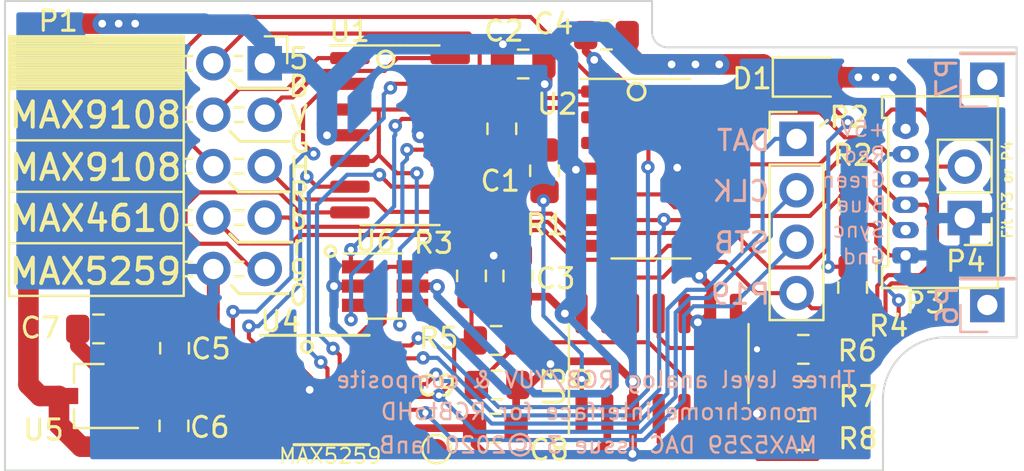
<source format=kicad_pcb>
(kicad_pcb (version 20171130) (host pcbnew "(5.1.4)-1")

  (general
    (thickness 1.6)
    (drawings 66)
    (tracks 691)
    (zones 0)
    (modules 31)
    (nets 36)
  )

  (page A4)
  (layers
    (0 F.Cu signal)
    (31 B.Cu signal)
    (34 B.Paste user hide)
    (35 F.Paste user hide)
    (36 B.SilkS user hide)
    (37 F.SilkS user)
    (38 B.Mask user hide)
    (39 F.Mask user hide)
    (40 Dwgs.User user hide)
    (41 Cmts.User user hide)
    (44 Edge.Cuts user)
    (45 Margin user hide)
    (46 B.CrtYd user hide)
    (47 F.CrtYd user hide)
    (48 B.Fab user hide)
    (49 F.Fab user hide)
  )

  (setup
    (last_trace_width 0.2032)
    (user_trace_width 0.2032)
    (user_trace_width 0.381)
    (user_trace_width 0.635)
    (user_trace_width 0.762)
    (user_trace_width 0.889)
    (user_trace_width 1.016)
    (user_trace_width 1.143)
    (user_trace_width 1.27)
    (trace_clearance 0.2032)
    (zone_clearance 0.508)
    (zone_45_only yes)
    (trace_min 0.2032)
    (via_size 0.6604)
    (via_drill 0.3048)
    (via_min_size 0.6604)
    (via_min_drill 0.3048)
    (uvia_size 0.6096)
    (uvia_drill 0.3048)
    (uvias_allowed no)
    (uvia_min_size 0)
    (uvia_min_drill 0)
    (edge_width 0.1)
    (segment_width 0.2)
    (pcb_text_width 0.2)
    (pcb_text_size 1.25 1.25)
    (mod_edge_width 0.15)
    (mod_text_size 1 1)
    (mod_text_width 0.15)
    (pad_size 1.7 1.7)
    (pad_drill 1)
    (pad_to_mask_clearance 0.15)
    (solder_mask_min_width 0.26)
    (aux_axis_origin 12.502 54.50096)
    (grid_origin 45.002 28.00096)
    (visible_elements 7FFFFFFF)
    (pcbplotparams
      (layerselection 0x010f0_ffffffff)
      (usegerberextensions true)
      (usegerberattributes false)
      (usegerberadvancedattributes false)
      (creategerberjobfile false)
      (excludeedgelayer true)
      (linewidth 0.100000)
      (plotframeref false)
      (viasonmask false)
      (mode 1)
      (useauxorigin false)
      (hpglpennumber 1)
      (hpglpenspeed 20)
      (hpglpendiameter 15.000000)
      (psnegative false)
      (psa4output false)
      (plotreference true)
      (plotvalue false)
      (plotinvisibletext false)
      (padsonsilk false)
      (subtractmaskfromsilk false)
      (outputformat 1)
      (mirror false)
      (drillshape 0)
      (scaleselection 1)
      (outputdirectory "manufacturing/"))
  )

  (net 0 "")
  (net 1 /GND)
  (net 2 /SYNC)
  (net 3 /BLUE)
  (net 4 /GREEN)
  (net 5 /RED)
  (net 6 /BRED)
  (net 7 /BGREEN)
  (net 8 /BBLUE)
  (net 9 /VSYNC)
  (net 10 /VANALOG)
  (net 11 /ASYNC)
  (net 12 /ARED)
  (net 13 /AGREEN)
  (net 14 /ABLUE)
  (net 15 "Net-(P6-Pad1)")
  (net 16 /REFSYNC)
  (net 17 /GPIO22_STB)
  (net 18 /GPIO0_DAT)
  (net 19 "Net-(P7-Pad1)")
  (net 20 /VCC)
  (net 21 /GPIO1_CLK)
  (net 22 /CLAMPLVL)
  (net 23 /CGREEN)
  (net 24 /CLAMP)
  (net 25 /REFGYSYNC)
  (net 26 /REFRBUVLO)
  (net 27 /REFRBUVHI)
  (net 28 /REFGYHI)
  (net 29 /REFGYLO)
  (net 30 "Net-(U4-Pad14)")
  (net 31 /VCC_IN)
  (net 32 /SPARE)
  (net 33 /TERM)
  (net 34 /VCLAMP)
  (net 35 /SGREEN)

  (net_class Default "This is the default net class."
    (clearance 0.2032)
    (trace_width 0.2032)
    (via_dia 0.6604)
    (via_drill 0.3048)
    (uvia_dia 0.6096)
    (uvia_drill 0.3048)
    (diff_pair_width 0.2032)
    (diff_pair_gap 0.25)
    (add_net /ABLUE)
    (add_net /AGREEN)
    (add_net /ARED)
    (add_net /ASYNC)
    (add_net /BBLUE)
    (add_net /BGREEN)
    (add_net /BLUE)
    (add_net /BRED)
    (add_net /CGREEN)
    (add_net /CLAMP)
    (add_net /CLAMPLVL)
    (add_net /GND)
    (add_net /GPIO0_DAT)
    (add_net /GPIO1_CLK)
    (add_net /GPIO22_STB)
    (add_net /GREEN)
    (add_net /RED)
    (add_net /REFGYHI)
    (add_net /REFGYLO)
    (add_net /REFGYSYNC)
    (add_net /REFRBUVHI)
    (add_net /REFRBUVLO)
    (add_net /REFSYNC)
    (add_net /SGREEN)
    (add_net /SPARE)
    (add_net /SYNC)
    (add_net /TERM)
    (add_net /VANALOG)
    (add_net /VCC)
    (add_net /VCC_IN)
    (add_net /VCLAMP)
    (add_net /VSYNC)
    (add_net "Net-(P6-Pad1)")
    (add_net "Net-(P7-Pad1)")
    (add_net "Net-(U4-Pad14)")
  )

  (net_class Power ""
    (clearance 0.2032)
    (trace_width 0.381)
    (via_dia 0.762)
    (via_drill 0.381)
    (uvia_dia 0.6096)
    (uvia_drill 0.3048)
    (diff_pair_width 0.2032)
    (diff_pair_gap 0.25)
  )

  (module Capacitor_SMD:C_0805_2012Metric_Pad1.15x1.40mm_HandSolder (layer F.Cu) (tedit 5B36C52B) (tstamp 5DC8CC0C)
    (at 52.85314 44.8818 90)
    (descr "Capacitor SMD 0805 (2012 Metric), square (rectangular) end terminal, IPC_7351 nominal with elongated pad for handsoldering. (Body size source: https://docs.google.com/spreadsheets/d/1BsfQQcO9C6DZCsRaXUlFlo91Tg2WpOkGARC1WS5S8t0/edit?usp=sharing), generated with kicad-footprint-generator")
    (tags "capacitor handsolder")
    (path /5DCE4EBF)
    (attr smd)
    (fp_text reference C3 (at -0.12954 1.86436) (layer F.SilkS)
      (effects (font (size 1 1) (thickness 0.15)))
    )
    (fp_text value 100n (at 0 1.65 90) (layer F.Fab)
      (effects (font (size 1 1) (thickness 0.15)))
    )
    (fp_text user %R (at 0 0 90) (layer F.Fab)
      (effects (font (size 0.5 0.5) (thickness 0.08)))
    )
    (fp_line (start 1.85 0.95) (end -1.85 0.95) (layer F.CrtYd) (width 0.05))
    (fp_line (start 1.85 -0.95) (end 1.85 0.95) (layer F.CrtYd) (width 0.05))
    (fp_line (start -1.85 -0.95) (end 1.85 -0.95) (layer F.CrtYd) (width 0.05))
    (fp_line (start -1.85 0.95) (end -1.85 -0.95) (layer F.CrtYd) (width 0.05))
    (fp_line (start -0.261252 0.71) (end 0.261252 0.71) (layer F.SilkS) (width 0.12))
    (fp_line (start -0.261252 -0.71) (end 0.261252 -0.71) (layer F.SilkS) (width 0.12))
    (fp_line (start 1 0.6) (end -1 0.6) (layer F.Fab) (width 0.1))
    (fp_line (start 1 -0.6) (end 1 0.6) (layer F.Fab) (width 0.1))
    (fp_line (start -1 -0.6) (end 1 -0.6) (layer F.Fab) (width 0.1))
    (fp_line (start -1 0.6) (end -1 -0.6) (layer F.Fab) (width 0.1))
    (pad 2 smd roundrect (at 1.025 0 90) (size 1.15 1.4) (layers F.Cu F.Paste F.Mask) (roundrect_rratio 0.217391)
      (net 1 /GND))
    (pad 1 smd roundrect (at -1.025 0 90) (size 1.15 1.4) (layers F.Cu F.Paste F.Mask) (roundrect_rratio 0.217391)
      (net 20 /VCC))
    (model ${KISYS3DMOD}/Capacitor_SMD.3dshapes/C_0805_2012Metric.wrl
      (at (xyz 0 0 0))
      (scale (xyz 1 1 1))
      (rotate (xyz 0 0 0))
    )
  )

  (module Connector_PinHeader_2.54mm:PinHeader_1x04_P2.54mm_Vertical (layer F.Cu) (tedit 59FED5CC) (tstamp 5DCC4DD0)
    (at 66.6174 38.11016)
    (descr "Through hole straight pin header, 1x04, 2.54mm pitch, single row")
    (tags "Through hole pin header THT 1x04 2.54mm single row")
    (path /5DCFA861)
    (fp_text reference P2 (at 2.6035 -1.0668) (layer F.SilkS)
      (effects (font (size 1 1) (thickness 0.15)))
    )
    (fp_text value Conn_01x04 (at 0 9.95) (layer F.Fab)
      (effects (font (size 1 1) (thickness 0.15)))
    )
    (fp_text user %R (at 0 3.81 90) (layer F.Fab)
      (effects (font (size 1 1) (thickness 0.15)))
    )
    (fp_line (start 1.8 -1.8) (end -1.8 -1.8) (layer F.CrtYd) (width 0.05))
    (fp_line (start 1.8 9.4) (end 1.8 -1.8) (layer F.CrtYd) (width 0.05))
    (fp_line (start -1.8 9.4) (end 1.8 9.4) (layer F.CrtYd) (width 0.05))
    (fp_line (start -1.8 -1.8) (end -1.8 9.4) (layer F.CrtYd) (width 0.05))
    (fp_line (start -1.33 -1.33) (end 0 -1.33) (layer F.SilkS) (width 0.12))
    (fp_line (start -1.33 0) (end -1.33 -1.33) (layer F.SilkS) (width 0.12))
    (fp_line (start -1.33 1.27) (end 1.33 1.27) (layer F.SilkS) (width 0.12))
    (fp_line (start 1.33 1.27) (end 1.33 8.95) (layer F.SilkS) (width 0.12))
    (fp_line (start -1.33 1.27) (end -1.33 8.95) (layer F.SilkS) (width 0.12))
    (fp_line (start -1.33 8.95) (end 1.33 8.95) (layer F.SilkS) (width 0.12))
    (fp_line (start -1.27 -0.635) (end -0.635 -1.27) (layer F.Fab) (width 0.1))
    (fp_line (start -1.27 8.89) (end -1.27 -0.635) (layer F.Fab) (width 0.1))
    (fp_line (start 1.27 8.89) (end -1.27 8.89) (layer F.Fab) (width 0.1))
    (fp_line (start 1.27 -1.27) (end 1.27 8.89) (layer F.Fab) (width 0.1))
    (fp_line (start -0.635 -1.27) (end 1.27 -1.27) (layer F.Fab) (width 0.1))
    (pad 4 thru_hole oval (at 0 7.62) (size 1.7 1.7) (drill 1) (layers *.Cu *.Mask)
      (net 24 /CLAMP))
    (pad 3 thru_hole oval (at 0 5.08) (size 1.7 1.7) (drill 1) (layers *.Cu *.Mask)
      (net 17 /GPIO22_STB))
    (pad 2 thru_hole oval (at 0 2.54) (size 1.7 1.7) (drill 1) (layers *.Cu *.Mask)
      (net 21 /GPIO1_CLK))
    (pad 1 thru_hole rect (at 0 0) (size 1.7 1.7) (drill 1) (layers *.Cu *.Mask)
      (net 18 /GPIO0_DAT))
    (model ${KISYS3DMOD}/Connector_PinHeader_2.54mm.3dshapes/PinHeader_1x04_P2.54mm_Vertical.wrl
      (at (xyz 0 0 0))
      (scale (xyz 1 1 1))
      (rotate (xyz 0 0 0))
    )
  )

  (module Package_SO:SOIC-14_3.9x8.7mm_P1.27mm (layer F.Cu) (tedit 5C97300E) (tstamp 5DE9AC4A)
    (at 59.8102 49.20996 90)
    (descr "SOIC, 14 Pin (JEDEC MS-012AB, https://www.analog.com/media/en/package-pcb-resources/package/pkg_pdf/soic_narrow-r/r_14.pdf), generated with kicad-footprint-generator ipc_gullwing_generator.py")
    (tags "SOIC SO")
    (path /5E118FBF)
    (attr smd)
    (fp_text reference U3 (at -1.143 -5.1562 90) (layer F.SilkS)
      (effects (font (size 1 1) (thickness 0.15)))
    )
    (fp_text value MAX4610 (at 0 5.28 90) (layer F.Fab)
      (effects (font (size 1 1) (thickness 0.15)))
    )
    (fp_line (start 0 4.435) (end 1.95 4.435) (layer F.SilkS) (width 0.12))
    (fp_line (start 0 4.435) (end -1.95 4.435) (layer F.SilkS) (width 0.12))
    (fp_line (start 0 -4.435) (end 1.95 -4.435) (layer F.SilkS) (width 0.12))
    (fp_line (start 0 -4.435) (end -3.45 -4.435) (layer F.SilkS) (width 0.12))
    (fp_line (start -0.975 -4.325) (end 1.95 -4.325) (layer F.Fab) (width 0.1))
    (fp_line (start 1.95 -4.325) (end 1.95 4.325) (layer F.Fab) (width 0.1))
    (fp_line (start 1.95 4.325) (end -1.95 4.325) (layer F.Fab) (width 0.1))
    (fp_line (start -1.95 4.325) (end -1.95 -3.35) (layer F.Fab) (width 0.1))
    (fp_line (start -1.95 -3.35) (end -0.975 -4.325) (layer F.Fab) (width 0.1))
    (fp_line (start -3.7 -4.58) (end -3.7 4.58) (layer F.CrtYd) (width 0.05))
    (fp_line (start -3.7 4.58) (end 3.7 4.58) (layer F.CrtYd) (width 0.05))
    (fp_line (start 3.7 4.58) (end 3.7 -4.58) (layer F.CrtYd) (width 0.05))
    (fp_line (start 3.7 -4.58) (end -3.7 -4.58) (layer F.CrtYd) (width 0.05))
    (fp_text user %R (at 0 0 90) (layer F.Fab)
      (effects (font (size 0.98 0.98) (thickness 0.15)))
    )
    (pad 1 smd roundrect (at -2.475 -3.81 90) (size 1.95 0.6) (layers F.Cu F.Paste F.Mask) (roundrect_rratio 0.25)
      (net 34 /VCLAMP))
    (pad 2 smd roundrect (at -2.475 -2.54 90) (size 1.95 0.6) (layers F.Cu F.Paste F.Mask) (roundrect_rratio 0.25)
      (net 22 /CLAMPLVL))
    (pad 3 smd roundrect (at -2.475 -1.27 90) (size 1.95 0.6) (layers F.Cu F.Paste F.Mask) (roundrect_rratio 0.25)
      (net 1 /GND))
    (pad 4 smd roundrect (at -2.475 0 90) (size 1.95 0.6) (layers F.Cu F.Paste F.Mask) (roundrect_rratio 0.25)
      (net 12 /ARED))
    (pad 5 smd roundrect (at -2.475 1.27 90) (size 1.95 0.6) (layers F.Cu F.Paste F.Mask) (roundrect_rratio 0.25)
      (net 33 /TERM))
    (pad 6 smd roundrect (at -2.475 2.54 90) (size 1.95 0.6) (layers F.Cu F.Paste F.Mask) (roundrect_rratio 0.25)
      (net 33 /TERM))
    (pad 7 smd roundrect (at -2.475 3.81 90) (size 1.95 0.6) (layers F.Cu F.Paste F.Mask) (roundrect_rratio 0.25)
      (net 1 /GND))
    (pad 8 smd roundrect (at 2.475 3.81 90) (size 1.95 0.6) (layers F.Cu F.Paste F.Mask) (roundrect_rratio 0.25)
      (net 14 /ABLUE))
    (pad 9 smd roundrect (at 2.475 2.54 90) (size 1.95 0.6) (layers F.Cu F.Paste F.Mask) (roundrect_rratio 0.25)
      (net 1 /GND))
    (pad 10 smd roundrect (at 2.475 1.27 90) (size 1.95 0.6) (layers F.Cu F.Paste F.Mask) (roundrect_rratio 0.25)
      (net 1 /GND))
    (pad 11 smd roundrect (at 2.475 0 90) (size 1.95 0.6) (layers F.Cu F.Paste F.Mask) (roundrect_rratio 0.25)
      (net 13 /AGREEN))
    (pad 12 smd roundrect (at 2.475 -1.27 90) (size 1.95 0.6) (layers F.Cu F.Paste F.Mask) (roundrect_rratio 0.25)
      (net 33 /TERM))
    (pad 13 smd roundrect (at 2.475 -2.54 90) (size 1.95 0.6) (layers F.Cu F.Paste F.Mask) (roundrect_rratio 0.25)
      (net 24 /CLAMP))
    (pad 14 smd roundrect (at 2.475 -3.81 90) (size 1.95 0.6) (layers F.Cu F.Paste F.Mask) (roundrect_rratio 0.25)
      (net 20 /VCC))
    (model ${KISYS3DMOD}/Package_SO.3dshapes/SOIC-14_3.9x8.7mm_P1.27mm.wrl
      (at (xyz 0 0 0))
      (scale (xyz 1 1 1))
      (rotate (xyz 0 0 0))
    )
  )

  (module Package_SO:QSOP-16_3.9x4.9mm_P0.635mm (layer F.Cu) (tedit 5A02F25C) (tstamp 5DE9AC6A)
    (at 43.65072 50.53838)
    (descr "16-Lead Plastic Shrink Small Outline Narrow Body (QR)-.150\" Body [QSOP] (see Microchip Packaging Specification 00000049BS.pdf)")
    (tags "SSOP 0.635")
    (path /5DEBF7A0)
    (attr smd)
    (fp_text reference U4 (at -2.5146 -3.4036) (layer F.SilkS)
      (effects (font (size 1 1) (thickness 0.15)))
    )
    (fp_text value MAX5259EEE+ (at 0 3.5) (layer F.Fab)
      (effects (font (size 1 1) (thickness 0.15)))
    )
    (fp_line (start -0.95 -2.45) (end 1.95 -2.45) (layer F.Fab) (width 0.15))
    (fp_line (start 1.95 -2.45) (end 1.95 2.45) (layer F.Fab) (width 0.15))
    (fp_line (start 1.95 2.45) (end -1.95 2.45) (layer F.Fab) (width 0.15))
    (fp_line (start -1.95 2.45) (end -1.95 -1.45) (layer F.Fab) (width 0.15))
    (fp_line (start -1.95 -1.45) (end -0.95 -2.45) (layer F.Fab) (width 0.15))
    (fp_line (start -3.7 -2.85) (end -3.7 2.8) (layer F.CrtYd) (width 0.05))
    (fp_line (start 3.7 -2.85) (end 3.7 2.8) (layer F.CrtYd) (width 0.05))
    (fp_line (start -3.7 -2.85) (end 3.7 -2.85) (layer F.CrtYd) (width 0.05))
    (fp_line (start -3.7 2.8) (end 3.7 2.8) (layer F.CrtYd) (width 0.05))
    (fp_line (start -1.8543 2.675) (end 1.8543 2.675) (layer F.SilkS) (width 0.15))
    (fp_line (start -3.525 -2.725) (end 1.8586 -2.725) (layer F.SilkS) (width 0.15))
    (fp_text user %R (at 0 0) (layer F.Fab)
      (effects (font (size 0.7 0.7) (thickness 0.15)))
    )
    (pad 1 smd rect (at -2.6543 -2.2225) (size 1.6 0.41) (layers F.Cu F.Paste F.Mask)
      (net 29 /REFGYLO))
    (pad 2 smd rect (at -2.6543 -1.5875) (size 1.6 0.41) (layers F.Cu F.Paste F.Mask)
      (net 28 /REFGYHI))
    (pad 3 smd rect (at -2.6543 -0.9525) (size 1.6 0.41) (layers F.Cu F.Paste F.Mask)
      (net 1 /GND))
    (pad 4 smd rect (at -2.6543 -0.3175) (size 1.6 0.41) (layers F.Cu F.Paste F.Mask)
      (net 10 /VANALOG))
    (pad 5 smd rect (at -2.6543 0.3175) (size 1.6 0.41) (layers F.Cu F.Paste F.Mask)
      (net 10 /VANALOG))
    (pad 6 smd rect (at -2.6543 0.9525) (size 1.6 0.41) (layers F.Cu F.Paste F.Mask)
      (net 1 /GND))
    (pad 7 smd rect (at -2.6543 1.5875) (size 1.6 0.41) (layers F.Cu F.Paste F.Mask)
      (net 25 /REFGYSYNC))
    (pad 8 smd rect (at -2.6543 2.2225) (size 1.6 0.41) (layers F.Cu F.Paste F.Mask)
      (net 16 /REFSYNC))
    (pad 9 smd rect (at 2.6543 2.2225) (size 1.6 0.41) (layers F.Cu F.Paste F.Mask)
      (net 22 /CLAMPLVL))
    (pad 10 smd rect (at 2.6543 1.5875) (size 1.6 0.41) (layers F.Cu F.Paste F.Mask)
      (net 32 /SPARE))
    (pad 11 smd rect (at 2.6543 0.9525) (size 1.6 0.41) (layers F.Cu F.Paste F.Mask)
      (net 17 /GPIO22_STB))
    (pad 12 smd rect (at 2.6543 0.3175) (size 1.6 0.41) (layers F.Cu F.Paste F.Mask)
      (net 21 /GPIO1_CLK))
    (pad 13 smd rect (at 2.6543 -0.3175) (size 1.6 0.41) (layers F.Cu F.Paste F.Mask)
      (net 18 /GPIO0_DAT))
    (pad 14 smd rect (at 2.6543 -0.9525) (size 1.6 0.41) (layers F.Cu F.Paste F.Mask)
      (net 30 "Net-(U4-Pad14)"))
    (pad 15 smd rect (at 2.6543 -1.5875) (size 1.6 0.41) (layers F.Cu F.Paste F.Mask)
      (net 26 /REFRBUVLO))
    (pad 16 smd rect (at 2.6543 -2.2225) (size 1.6 0.41) (layers F.Cu F.Paste F.Mask)
      (net 27 /REFRBUVHI))
    (model ${KISYS3DMOD}/Package_SO.3dshapes/QSOP-16_3.9x4.9mm_P0.635mm.wrl
      (at (xyz 0 0 0))
      (scale (xyz 1 1 1))
      (rotate (xyz 0 0 0))
    )
  )

  (module Connector_PinHeader_2.54mm:PinHeader_1x02_P2.54mm_Vertical (layer F.Cu) (tedit 59FED5CC) (tstamp 5DCB09B9)
    (at 74.9232 42.02176 180)
    (descr "Through hole straight pin header, 1x02, 2.54mm pitch, single row")
    (tags "Through hole pin header THT 1x02 2.54mm single row")
    (path /5DD175CA)
    (attr virtual)
    (fp_text reference P4 (at -0.0508 -2.1336) (layer F.SilkS)
      (effects (font (size 1 1) (thickness 0.15)))
    )
    (fp_text value Conn_01x02 (at 0 4.87) (layer F.Fab)
      (effects (font (size 1 1) (thickness 0.15)))
    )
    (fp_line (start -0.635 -1.27) (end 1.27 -1.27) (layer F.Fab) (width 0.1))
    (fp_line (start 1.27 -1.27) (end 1.27 3.81) (layer F.Fab) (width 0.1))
    (fp_line (start 1.27 3.81) (end -1.27 3.81) (layer F.Fab) (width 0.1))
    (fp_line (start -1.27 3.81) (end -1.27 -0.635) (layer F.Fab) (width 0.1))
    (fp_line (start -1.27 -0.635) (end -0.635 -1.27) (layer F.Fab) (width 0.1))
    (fp_line (start -1.33 3.87) (end 1.33 3.87) (layer F.SilkS) (width 0.12))
    (fp_line (start -1.33 1.27) (end -1.33 3.87) (layer F.SilkS) (width 0.12))
    (fp_line (start 1.33 1.27) (end 1.33 3.87) (layer F.SilkS) (width 0.12))
    (fp_line (start -1.33 1.27) (end 1.33 1.27) (layer F.SilkS) (width 0.12))
    (fp_line (start -1.33 0) (end -1.33 -1.33) (layer F.SilkS) (width 0.12))
    (fp_line (start -1.33 -1.33) (end 0 -1.33) (layer F.SilkS) (width 0.12))
    (fp_line (start -1.8 -1.8) (end -1.8 4.35) (layer F.CrtYd) (width 0.05))
    (fp_line (start -1.8 4.35) (end 1.8 4.35) (layer F.CrtYd) (width 0.05))
    (fp_line (start 1.8 4.35) (end 1.8 -1.8) (layer F.CrtYd) (width 0.05))
    (fp_line (start 1.8 -1.8) (end -1.8 -1.8) (layer F.CrtYd) (width 0.05))
    (fp_text user %R (at 0 1.27 90) (layer F.Fab)
      (effects (font (size 1 1) (thickness 0.15)))
    )
    (pad 1 thru_hole rect (at 0 0 180) (size 1.7 1.7) (drill 1) (layers *.Cu *.Mask)
      (net 1 /GND))
    (pad 2 thru_hole oval (at 0 2.54 180) (size 1.7 1.7) (drill 1) (layers *.Cu *.Mask)
      (net 13 /AGREEN))
    (model ${KISYS3DMOD}/Connector_PinHeader_2.54mm.3dshapes/PinHeader_1x02_P2.54mm_Vertical.wrl
      (at (xyz 0 0 0))
      (scale (xyz 1 1 1))
      (rotate (xyz 0 0 0))
    )
  )

  (module Resistor_SMD:R_0805_2012Metric_Pad1.15x1.40mm_HandSolder (layer F.Cu) (tedit 5B36C52B) (tstamp 5DE9AC19)
    (at 69.386 45.45076 270)
    (descr "Resistor SMD 0805 (2012 Metric), square (rectangular) end terminal, IPC_7351 nominal with elongated pad for handsoldering. (Body size source: https://docs.google.com/spreadsheets/d/1BsfQQcO9C6DZCsRaXUlFlo91Tg2WpOkGARC1WS5S8t0/edit?usp=sharing), generated with kicad-footprint-generator")
    (tags "resistor handsolder")
    (path /5E08BDE2)
    (attr smd)
    (fp_text reference R4 (at 1.905 -1.778) (layer F.SilkS)
      (effects (font (size 1 1) (thickness 0.15)))
    )
    (fp_text value 1K (at 0 1.65 90) (layer F.Fab)
      (effects (font (size 1 1) (thickness 0.15)))
    )
    (fp_text user %R (at 0 0 90) (layer F.Fab)
      (effects (font (size 0.5 0.5) (thickness 0.08)))
    )
    (fp_line (start 1.85 0.95) (end -1.85 0.95) (layer F.CrtYd) (width 0.05))
    (fp_line (start 1.85 -0.95) (end 1.85 0.95) (layer F.CrtYd) (width 0.05))
    (fp_line (start -1.85 -0.95) (end 1.85 -0.95) (layer F.CrtYd) (width 0.05))
    (fp_line (start -1.85 0.95) (end -1.85 -0.95) (layer F.CrtYd) (width 0.05))
    (fp_line (start -0.261252 0.71) (end 0.261252 0.71) (layer F.SilkS) (width 0.12))
    (fp_line (start -0.261252 -0.71) (end 0.261252 -0.71) (layer F.SilkS) (width 0.12))
    (fp_line (start 1 0.6) (end -1 0.6) (layer F.Fab) (width 0.1))
    (fp_line (start 1 -0.6) (end 1 0.6) (layer F.Fab) (width 0.1))
    (fp_line (start -1 -0.6) (end 1 -0.6) (layer F.Fab) (width 0.1))
    (fp_line (start -1 0.6) (end -1 -0.6) (layer F.Fab) (width 0.1))
    (pad 2 smd roundrect (at 1.025 0 270) (size 1.15 1.4) (layers F.Cu F.Paste F.Mask) (roundrect_rratio 0.217391)
      (net 24 /CLAMP))
    (pad 1 smd roundrect (at -1.025 0 270) (size 1.15 1.4) (layers F.Cu F.Paste F.Mask) (roundrect_rratio 0.217391)
      (net 20 /VCC))
    (model ${KISYS3DMOD}/Resistor_SMD.3dshapes/R_0805_2012Metric.wrl
      (at (xyz 0 0 0))
      (scale (xyz 1 1 1))
      (rotate (xyz 0 0 0))
    )
  )

  (module Resistor_SMD:R_0805_2012Metric_Pad1.15x1.40mm_HandSolder (layer F.Cu) (tedit 5B36C52B) (tstamp 5DEAAA5E)
    (at 66.95268 48.50638 180)
    (descr "Resistor SMD 0805 (2012 Metric), square (rectangular) end terminal, IPC_7351 nominal with elongated pad for handsoldering. (Body size source: https://docs.google.com/spreadsheets/d/1BsfQQcO9C6DZCsRaXUlFlo91Tg2WpOkGARC1WS5S8t0/edit?usp=sharing), generated with kicad-footprint-generator")
    (tags "resistor handsolder")
    (path /5DFCAEED)
    (attr smd)
    (fp_text reference R6 (at -2.667 -0.0762) (layer F.SilkS)
      (effects (font (size 1 1) (thickness 0.15)))
    )
    (fp_text value 10K (at 0 1.65) (layer F.Fab)
      (effects (font (size 1 1) (thickness 0.15)))
    )
    (fp_line (start -1 0.6) (end -1 -0.6) (layer F.Fab) (width 0.1))
    (fp_line (start -1 -0.6) (end 1 -0.6) (layer F.Fab) (width 0.1))
    (fp_line (start 1 -0.6) (end 1 0.6) (layer F.Fab) (width 0.1))
    (fp_line (start 1 0.6) (end -1 0.6) (layer F.Fab) (width 0.1))
    (fp_line (start -0.261252 -0.71) (end 0.261252 -0.71) (layer F.SilkS) (width 0.12))
    (fp_line (start -0.261252 0.71) (end 0.261252 0.71) (layer F.SilkS) (width 0.12))
    (fp_line (start -1.85 0.95) (end -1.85 -0.95) (layer F.CrtYd) (width 0.05))
    (fp_line (start -1.85 -0.95) (end 1.85 -0.95) (layer F.CrtYd) (width 0.05))
    (fp_line (start 1.85 -0.95) (end 1.85 0.95) (layer F.CrtYd) (width 0.05))
    (fp_line (start 1.85 0.95) (end -1.85 0.95) (layer F.CrtYd) (width 0.05))
    (fp_text user %R (at 0 0) (layer F.Fab)
      (effects (font (size 0.5 0.5) (thickness 0.08)))
    )
    (pad 1 smd roundrect (at -1.025 0 180) (size 1.15 1.4) (layers F.Cu F.Paste F.Mask) (roundrect_rratio 0.217391)
      (net 14 /ABLUE))
    (pad 2 smd roundrect (at 1.025 0 180) (size 1.15 1.4) (layers F.Cu F.Paste F.Mask) (roundrect_rratio 0.217391)
      (net 1 /GND))
    (model ${KISYS3DMOD}/Resistor_SMD.3dshapes/R_0805_2012Metric.wrl
      (at (xyz 0 0 0))
      (scale (xyz 1 1 1))
      (rotate (xyz 0 0 0))
    )
  )

  (module Resistor_SMD:R_0805_2012Metric_Pad1.15x1.40mm_HandSolder (layer F.Cu) (tedit 5B36C52B) (tstamp 5DEAAA6F)
    (at 66.97046 50.78476 180)
    (descr "Resistor SMD 0805 (2012 Metric), square (rectangular) end terminal, IPC_7351 nominal with elongated pad for handsoldering. (Body size source: https://docs.google.com/spreadsheets/d/1BsfQQcO9C6DZCsRaXUlFlo91Tg2WpOkGARC1WS5S8t0/edit?usp=sharing), generated with kicad-footprint-generator")
    (tags "resistor handsolder")
    (path /5DFFC467)
    (attr smd)
    (fp_text reference R7 (at -2.6924 -0.0508) (layer F.SilkS)
      (effects (font (size 1 1) (thickness 0.15)))
    )
    (fp_text value 10K (at 0 1.65) (layer F.Fab)
      (effects (font (size 1 1) (thickness 0.15)))
    )
    (fp_text user %R (at 0 0) (layer F.Fab)
      (effects (font (size 0.5 0.5) (thickness 0.08)))
    )
    (fp_line (start 1.85 0.95) (end -1.85 0.95) (layer F.CrtYd) (width 0.05))
    (fp_line (start 1.85 -0.95) (end 1.85 0.95) (layer F.CrtYd) (width 0.05))
    (fp_line (start -1.85 -0.95) (end 1.85 -0.95) (layer F.CrtYd) (width 0.05))
    (fp_line (start -1.85 0.95) (end -1.85 -0.95) (layer F.CrtYd) (width 0.05))
    (fp_line (start -0.261252 0.71) (end 0.261252 0.71) (layer F.SilkS) (width 0.12))
    (fp_line (start -0.261252 -0.71) (end 0.261252 -0.71) (layer F.SilkS) (width 0.12))
    (fp_line (start 1 0.6) (end -1 0.6) (layer F.Fab) (width 0.1))
    (fp_line (start 1 -0.6) (end 1 0.6) (layer F.Fab) (width 0.1))
    (fp_line (start -1 -0.6) (end 1 -0.6) (layer F.Fab) (width 0.1))
    (fp_line (start -1 0.6) (end -1 -0.6) (layer F.Fab) (width 0.1))
    (pad 2 smd roundrect (at 1.025 0 180) (size 1.15 1.4) (layers F.Cu F.Paste F.Mask) (roundrect_rratio 0.217391)
      (net 1 /GND))
    (pad 1 smd roundrect (at -1.025 0 180) (size 1.15 1.4) (layers F.Cu F.Paste F.Mask) (roundrect_rratio 0.217391)
      (net 13 /AGREEN))
    (model ${KISYS3DMOD}/Resistor_SMD.3dshapes/R_0805_2012Metric.wrl
      (at (xyz 0 0 0))
      (scale (xyz 1 1 1))
      (rotate (xyz 0 0 0))
    )
  )

  (module Resistor_SMD:R_0805_2012Metric_Pad1.15x1.40mm_HandSolder (layer F.Cu) (tedit 5B36C52B) (tstamp 5DEAAA80)
    (at 66.95522 52.76596 180)
    (descr "Resistor SMD 0805 (2012 Metric), square (rectangular) end terminal, IPC_7351 nominal with elongated pad for handsoldering. (Body size source: https://docs.google.com/spreadsheets/d/1BsfQQcO9C6DZCsRaXUlFlo91Tg2WpOkGARC1WS5S8t0/edit?usp=sharing), generated with kicad-footprint-generator")
    (tags "resistor handsolder")
    (path /5DFFCF3C)
    (attr smd)
    (fp_text reference R8 (at -2.6924 -0.1524) (layer F.SilkS)
      (effects (font (size 1 1) (thickness 0.15)))
    )
    (fp_text value 10K (at 0 1.65) (layer F.Fab)
      (effects (font (size 1 1) (thickness 0.15)))
    )
    (fp_line (start -1 0.6) (end -1 -0.6) (layer F.Fab) (width 0.1))
    (fp_line (start -1 -0.6) (end 1 -0.6) (layer F.Fab) (width 0.1))
    (fp_line (start 1 -0.6) (end 1 0.6) (layer F.Fab) (width 0.1))
    (fp_line (start 1 0.6) (end -1 0.6) (layer F.Fab) (width 0.1))
    (fp_line (start -0.261252 -0.71) (end 0.261252 -0.71) (layer F.SilkS) (width 0.12))
    (fp_line (start -0.261252 0.71) (end 0.261252 0.71) (layer F.SilkS) (width 0.12))
    (fp_line (start -1.85 0.95) (end -1.85 -0.95) (layer F.CrtYd) (width 0.05))
    (fp_line (start -1.85 -0.95) (end 1.85 -0.95) (layer F.CrtYd) (width 0.05))
    (fp_line (start 1.85 -0.95) (end 1.85 0.95) (layer F.CrtYd) (width 0.05))
    (fp_line (start 1.85 0.95) (end -1.85 0.95) (layer F.CrtYd) (width 0.05))
    (fp_text user %R (at 0 0) (layer F.Fab)
      (effects (font (size 0.5 0.5) (thickness 0.08)))
    )
    (pad 1 smd roundrect (at -1.025 0 180) (size 1.15 1.4) (layers F.Cu F.Paste F.Mask) (roundrect_rratio 0.217391)
      (net 12 /ARED))
    (pad 2 smd roundrect (at 1.025 0 180) (size 1.15 1.4) (layers F.Cu F.Paste F.Mask) (roundrect_rratio 0.217391)
      (net 1 /GND))
    (model ${KISYS3DMOD}/Resistor_SMD.3dshapes/R_0805_2012Metric.wrl
      (at (xyz 0 0 0))
      (scale (xyz 1 1 1))
      (rotate (xyz 0 0 0))
    )
  )

  (module Connector_PinHeader_2.54mm:PinHeader_1x01_P2.54mm_Vertical (layer B.Cu) (tedit 59FED5CC) (tstamp 5DCB8595)
    (at 76.0408 35.18916)
    (descr "Through hole straight pin header, 1x01, 2.54mm pitch, single row")
    (tags "Through hole pin header THT 1x01 2.54mm single row")
    (path /5DD08736)
    (fp_text reference P7 (at -2.0066 -0.0762 90) (layer B.SilkS)
      (effects (font (size 1 1) (thickness 0.15)) (justify mirror))
    )
    (fp_text value Conn_01x01 (at 0 -2.33) (layer B.Fab)
      (effects (font (size 1 1) (thickness 0.15)) (justify mirror))
    )
    (fp_line (start -0.635 1.27) (end 1.27 1.27) (layer B.Fab) (width 0.1))
    (fp_line (start 1.27 1.27) (end 1.27 -1.27) (layer B.Fab) (width 0.1))
    (fp_line (start 1.27 -1.27) (end -1.27 -1.27) (layer B.Fab) (width 0.1))
    (fp_line (start -1.27 -1.27) (end -1.27 0.635) (layer B.Fab) (width 0.1))
    (fp_line (start -1.27 0.635) (end -0.635 1.27) (layer B.Fab) (width 0.1))
    (fp_line (start -1.33 -1.33) (end 1.33 -1.33) (layer B.SilkS) (width 0.12))
    (fp_line (start -1.33 -1.27) (end -1.33 -1.33) (layer B.SilkS) (width 0.12))
    (fp_line (start 1.33 -1.27) (end 1.33 -1.33) (layer B.SilkS) (width 0.12))
    (fp_line (start -1.33 -1.27) (end 1.33 -1.27) (layer B.SilkS) (width 0.12))
    (fp_line (start -1.33 0) (end -1.33 1.33) (layer B.SilkS) (width 0.12))
    (fp_line (start -1.33 1.33) (end 0 1.33) (layer B.SilkS) (width 0.12))
    (fp_line (start -1.8 1.8) (end -1.8 -1.8) (layer B.CrtYd) (width 0.05))
    (fp_line (start -1.8 -1.8) (end 1.8 -1.8) (layer B.CrtYd) (width 0.05))
    (fp_line (start 1.8 -1.8) (end 1.8 1.8) (layer B.CrtYd) (width 0.05))
    (fp_line (start 1.8 1.8) (end -1.8 1.8) (layer B.CrtYd) (width 0.05))
    (fp_text user %R (at 0 0 270) (layer B.Fab)
      (effects (font (size 1 1) (thickness 0.15)) (justify mirror))
    )
    (pad 1 thru_hole rect (at 0 0) (size 1.7 1.7) (drill 1) (layers *.Cu *.Mask)
      (net 19 "Net-(P7-Pad1)"))
    (model ${KISYS3DMOD}/Connector_PinHeader_2.54mm.3dshapes/PinHeader_1x01_P2.54mm_Vertical.wrl
      (at (xyz 0 0 0))
      (scale (xyz 1 1 1))
      (rotate (xyz 0 0 0))
    )
  )

  (module Package_SO:SOIC-14_3.9x8.7mm_P1.27mm (layer F.Cu) (tedit 5C97300E) (tstamp 5DD46B67)
    (at 47.034 37.93236)
    (descr "SOIC, 14 Pin (JEDEC MS-012AB, https://www.analog.com/media/en/package-pcb-resources/package/pkg_pdf/soic_narrow-r/r_14.pdf), generated with kicad-footprint-generator ipc_gullwing_generator.py")
    (tags "SOIC SO")
    (path /5DE5166D)
    (attr smd)
    (fp_text reference U1 (at -2.4892 -5.1308) (layer F.SilkS)
      (effects (font (size 1 1) (thickness 0.15)))
    )
    (fp_text value MAX9108 (at 0 5.28) (layer F.Fab)
      (effects (font (size 1 1) (thickness 0.15)))
    )
    (fp_line (start 0 4.435) (end 1.95 4.435) (layer F.SilkS) (width 0.12))
    (fp_line (start 0 4.435) (end -1.95 4.435) (layer F.SilkS) (width 0.12))
    (fp_line (start 0 -4.435) (end 1.95 -4.435) (layer F.SilkS) (width 0.12))
    (fp_line (start 0 -4.435) (end -3.45 -4.435) (layer F.SilkS) (width 0.12))
    (fp_line (start -0.975 -4.325) (end 1.95 -4.325) (layer F.Fab) (width 0.1))
    (fp_line (start 1.95 -4.325) (end 1.95 4.325) (layer F.Fab) (width 0.1))
    (fp_line (start 1.95 4.325) (end -1.95 4.325) (layer F.Fab) (width 0.1))
    (fp_line (start -1.95 4.325) (end -1.95 -3.35) (layer F.Fab) (width 0.1))
    (fp_line (start -1.95 -3.35) (end -0.975 -4.325) (layer F.Fab) (width 0.1))
    (fp_line (start -3.7 -4.58) (end -3.7 4.58) (layer F.CrtYd) (width 0.05))
    (fp_line (start -3.7 4.58) (end 3.7 4.58) (layer F.CrtYd) (width 0.05))
    (fp_line (start 3.7 4.58) (end 3.7 -4.58) (layer F.CrtYd) (width 0.05))
    (fp_line (start 3.7 -4.58) (end -3.7 -4.58) (layer F.CrtYd) (width 0.05))
    (fp_text user %R (at 0 0) (layer F.Fab)
      (effects (font (size 0.98 0.98) (thickness 0.15)))
    )
    (pad 1 smd roundrect (at -2.475 -3.81) (size 1.95 0.6) (layers F.Cu F.Paste F.Mask) (roundrect_rratio 0.25)
      (net 4 /GREEN))
    (pad 2 smd roundrect (at -2.475 -2.54) (size 1.95 0.6) (layers F.Cu F.Paste F.Mask) (roundrect_rratio 0.25)
      (net 28 /REFGYHI))
    (pad 3 smd roundrect (at -2.475 -1.27) (size 1.95 0.6) (layers F.Cu F.Paste F.Mask) (roundrect_rratio 0.25)
      (net 35 /SGREEN))
    (pad 4 smd roundrect (at -2.475 0) (size 1.95 0.6) (layers F.Cu F.Paste F.Mask) (roundrect_rratio 0.25)
      (net 20 /VCC))
    (pad 5 smd roundrect (at -2.475 1.27) (size 1.95 0.6) (layers F.Cu F.Paste F.Mask) (roundrect_rratio 0.25)
      (net 35 /SGREEN))
    (pad 6 smd roundrect (at -2.475 2.54) (size 1.95 0.6) (layers F.Cu F.Paste F.Mask) (roundrect_rratio 0.25)
      (net 29 /REFGYLO))
    (pad 7 smd roundrect (at -2.475 3.81) (size 1.95 0.6) (layers F.Cu F.Paste F.Mask) (roundrect_rratio 0.25)
      (net 7 /BGREEN))
    (pad 8 smd roundrect (at 2.475 3.81) (size 1.95 0.6) (layers F.Cu F.Paste F.Mask) (roundrect_rratio 0.25)
      (net 2 /SYNC))
    (pad 9 smd roundrect (at 2.475 2.54) (size 1.95 0.6) (layers F.Cu F.Paste F.Mask) (roundrect_rratio 0.25)
      (net 16 /REFSYNC))
    (pad 10 smd roundrect (at 2.475 1.27) (size 1.95 0.6) (layers F.Cu F.Paste F.Mask) (roundrect_rratio 0.25)
      (net 11 /ASYNC))
    (pad 11 smd roundrect (at 2.475 0) (size 1.95 0.6) (layers F.Cu F.Paste F.Mask) (roundrect_rratio 0.25)
      (net 1 /GND))
    (pad 12 smd roundrect (at 2.475 -1.27) (size 1.95 0.6) (layers F.Cu F.Paste F.Mask) (roundrect_rratio 0.25)
      (net 35 /SGREEN))
    (pad 13 smd roundrect (at 2.475 -2.54) (size 1.95 0.6) (layers F.Cu F.Paste F.Mask) (roundrect_rratio 0.25)
      (net 25 /REFGYSYNC))
    (pad 14 smd roundrect (at 2.475 -3.81) (size 1.95 0.6) (layers F.Cu F.Paste F.Mask) (roundrect_rratio 0.25)
      (net 9 /VSYNC))
    (model ${KISYS3DMOD}/Package_SO.3dshapes/SOIC-14_3.9x8.7mm_P1.27mm.wrl
      (at (xyz 0 0 0))
      (scale (xyz 1 1 1))
      (rotate (xyz 0 0 0))
    )
  )

  (module Connector_PinSocket_2.54mm:PinSocket_2x05_P2.54mm_Horizontal (layer F.Cu) (tedit 5A19A422) (tstamp 5DC8CCDC)
    (at 40.3538 34.37636)
    (descr "Through hole angled socket strip, 2x05, 2.54mm pitch, 8.51mm socket length, double cols (from Kicad 4.0.7), script generated")
    (tags "Through hole angled socket strip THT 2x05 2.54mm double row")
    (path /5DB26BD3)
    (fp_text reference P1 (at -10.1981 -2.0828) (layer F.SilkS)
      (effects (font (size 1 1) (thickness 0.15)))
    )
    (fp_text value Conn_02x05_Odd_Even (at -5.65 12.93) (layer F.Fab)
      (effects (font (size 1 1) (thickness 0.15)))
    )
    (fp_line (start -12.57 -1.27) (end -5.03 -1.27) (layer F.Fab) (width 0.1))
    (fp_line (start -5.03 -1.27) (end -4.06 -0.3) (layer F.Fab) (width 0.1))
    (fp_line (start -4.06 -0.3) (end -4.06 11.43) (layer F.Fab) (width 0.1))
    (fp_line (start -4.06 11.43) (end -12.57 11.43) (layer F.Fab) (width 0.1))
    (fp_line (start -12.57 11.43) (end -12.57 -1.27) (layer F.Fab) (width 0.1))
    (fp_line (start 0 -0.3) (end -4.06 -0.3) (layer F.Fab) (width 0.1))
    (fp_line (start -4.06 0.3) (end 0 0.3) (layer F.Fab) (width 0.1))
    (fp_line (start 0 0.3) (end 0 -0.3) (layer F.Fab) (width 0.1))
    (fp_line (start 0 2.24) (end -4.06 2.24) (layer F.Fab) (width 0.1))
    (fp_line (start -4.06 2.84) (end 0 2.84) (layer F.Fab) (width 0.1))
    (fp_line (start 0 2.84) (end 0 2.24) (layer F.Fab) (width 0.1))
    (fp_line (start 0 4.78) (end -4.06 4.78) (layer F.Fab) (width 0.1))
    (fp_line (start -4.06 5.38) (end 0 5.38) (layer F.Fab) (width 0.1))
    (fp_line (start 0 5.38) (end 0 4.78) (layer F.Fab) (width 0.1))
    (fp_line (start 0 7.32) (end -4.06 7.32) (layer F.Fab) (width 0.1))
    (fp_line (start -4.06 7.92) (end 0 7.92) (layer F.Fab) (width 0.1))
    (fp_line (start 0 7.92) (end 0 7.32) (layer F.Fab) (width 0.1))
    (fp_line (start 0 9.86) (end -4.06 9.86) (layer F.Fab) (width 0.1))
    (fp_line (start -4.06 10.46) (end 0 10.46) (layer F.Fab) (width 0.1))
    (fp_line (start 0 10.46) (end 0 9.86) (layer F.Fab) (width 0.1))
    (fp_line (start -12.63 -1.21) (end -4 -1.21) (layer F.SilkS) (width 0.12))
    (fp_line (start -12.63 -1.091905) (end -4 -1.091905) (layer F.SilkS) (width 0.12))
    (fp_line (start -12.63 -0.97381) (end -4 -0.97381) (layer F.SilkS) (width 0.12))
    (fp_line (start -12.63 -0.855715) (end -4 -0.855715) (layer F.SilkS) (width 0.12))
    (fp_line (start -12.63 -0.73762) (end -4 -0.73762) (layer F.SilkS) (width 0.12))
    (fp_line (start -12.63 -0.619525) (end -4 -0.619525) (layer F.SilkS) (width 0.12))
    (fp_line (start -12.63 -0.50143) (end -4 -0.50143) (layer F.SilkS) (width 0.12))
    (fp_line (start -12.63 -0.383335) (end -4 -0.383335) (layer F.SilkS) (width 0.12))
    (fp_line (start -12.63 -0.26524) (end -4 -0.26524) (layer F.SilkS) (width 0.12))
    (fp_line (start -12.63 -0.147145) (end -4 -0.147145) (layer F.SilkS) (width 0.12))
    (fp_line (start -12.63 -0.02905) (end -4 -0.02905) (layer F.SilkS) (width 0.12))
    (fp_line (start -12.63 0.089045) (end -4 0.089045) (layer F.SilkS) (width 0.12))
    (fp_line (start -12.63 0.20714) (end -4 0.20714) (layer F.SilkS) (width 0.12))
    (fp_line (start -12.63 0.325235) (end -4 0.325235) (layer F.SilkS) (width 0.12))
    (fp_line (start -12.63 0.44333) (end -4 0.44333) (layer F.SilkS) (width 0.12))
    (fp_line (start -12.63 0.561425) (end -4 0.561425) (layer F.SilkS) (width 0.12))
    (fp_line (start -12.63 0.67952) (end -4 0.67952) (layer F.SilkS) (width 0.12))
    (fp_line (start -12.63 0.797615) (end -4 0.797615) (layer F.SilkS) (width 0.12))
    (fp_line (start -12.63 0.91571) (end -4 0.91571) (layer F.SilkS) (width 0.12))
    (fp_line (start -12.63 1.033805) (end -4 1.033805) (layer F.SilkS) (width 0.12))
    (fp_line (start -12.63 1.1519) (end -4 1.1519) (layer F.SilkS) (width 0.12))
    (fp_line (start -4 -0.36) (end -3.59 -0.36) (layer F.SilkS) (width 0.12))
    (fp_line (start -1.49 -0.36) (end -1.11 -0.36) (layer F.SilkS) (width 0.12))
    (fp_line (start -4 0.36) (end -3.59 0.36) (layer F.SilkS) (width 0.12))
    (fp_line (start -1.49 0.36) (end -1.11 0.36) (layer F.SilkS) (width 0.12))
    (fp_line (start -4 2.18) (end -3.59 2.18) (layer F.SilkS) (width 0.12))
    (fp_line (start -1.49 2.18) (end -1.05 2.18) (layer F.SilkS) (width 0.12))
    (fp_line (start -4 2.9) (end -3.59 2.9) (layer F.SilkS) (width 0.12))
    (fp_line (start -1.49 2.9) (end -1.05 2.9) (layer F.SilkS) (width 0.12))
    (fp_line (start -4 4.72) (end -3.59 4.72) (layer F.SilkS) (width 0.12))
    (fp_line (start -1.49 4.72) (end -1.05 4.72) (layer F.SilkS) (width 0.12))
    (fp_line (start -4 5.44) (end -3.59 5.44) (layer F.SilkS) (width 0.12))
    (fp_line (start -1.49 5.44) (end -1.05 5.44) (layer F.SilkS) (width 0.12))
    (fp_line (start -4 7.26) (end -3.59 7.26) (layer F.SilkS) (width 0.12))
    (fp_line (start -1.49 7.26) (end -1.05 7.26) (layer F.SilkS) (width 0.12))
    (fp_line (start -4 7.98) (end -3.59 7.98) (layer F.SilkS) (width 0.12))
    (fp_line (start -1.49 7.98) (end -1.05 7.98) (layer F.SilkS) (width 0.12))
    (fp_line (start -4 9.8) (end -3.59 9.8) (layer F.SilkS) (width 0.12))
    (fp_line (start -1.49 9.8) (end -1.05 9.8) (layer F.SilkS) (width 0.12))
    (fp_line (start -4 10.52) (end -3.59 10.52) (layer F.SilkS) (width 0.12))
    (fp_line (start -1.49 10.52) (end -1.05 10.52) (layer F.SilkS) (width 0.12))
    (fp_line (start -12.63 1.27) (end -4 1.27) (layer F.SilkS) (width 0.12))
    (fp_line (start -12.63 3.81) (end -4 3.81) (layer F.SilkS) (width 0.12))
    (fp_line (start -12.63 6.35) (end -4 6.35) (layer F.SilkS) (width 0.12))
    (fp_line (start -12.63 8.89) (end -4 8.89) (layer F.SilkS) (width 0.12))
    (fp_line (start -12.63 -1.33) (end -4 -1.33) (layer F.SilkS) (width 0.12))
    (fp_line (start -4 -1.33) (end -4 11.49) (layer F.SilkS) (width 0.12))
    (fp_line (start -12.63 11.49) (end -4 11.49) (layer F.SilkS) (width 0.12))
    (fp_line (start -12.63 -1.33) (end -12.63 11.49) (layer F.SilkS) (width 0.12))
    (fp_line (start 1.11 -1.33) (end 1.11 0) (layer F.SilkS) (width 0.12))
    (fp_line (start 0 -1.33) (end 1.11 -1.33) (layer F.SilkS) (width 0.12))
    (fp_line (start 1.8 -1.75) (end -13.05 -1.75) (layer F.CrtYd) (width 0.05))
    (fp_line (start -13.05 -1.75) (end -13.05 11.95) (layer F.CrtYd) (width 0.05))
    (fp_line (start -13.05 11.95) (end 1.8 11.95) (layer F.CrtYd) (width 0.05))
    (fp_line (start 1.8 11.95) (end 1.8 -1.75) (layer F.CrtYd) (width 0.05))
    (fp_text user %R (at -8.315 5.08 90) (layer F.Fab)
      (effects (font (size 1 1) (thickness 0.15)))
    )
    (pad 1 thru_hole rect (at 0 0) (size 1.7 1.7) (drill 1) (layers *.Cu *.Mask)
      (net 20 /VCC))
    (pad 2 thru_hole oval (at -2.54 0) (size 1.7 1.7) (drill 1) (layers *.Cu *.Mask)
      (net 3 /BLUE))
    (pad 3 thru_hole oval (at 0 2.54) (size 1.7 1.7) (drill 1) (layers *.Cu *.Mask)
      (net 9 /VSYNC))
    (pad 4 thru_hole oval (at -2.54 2.54) (size 1.7 1.7) (drill 1) (layers *.Cu *.Mask)
      (net 4 /GREEN))
    (pad 5 thru_hole oval (at 0 5.08) (size 1.7 1.7) (drill 1) (layers *.Cu *.Mask)
      (net 2 /SYNC))
    (pad 6 thru_hole oval (at -2.54 5.08) (size 1.7 1.7) (drill 1) (layers *.Cu *.Mask)
      (net 5 /RED))
    (pad 7 thru_hole oval (at 0 7.62) (size 1.7 1.7) (drill 1) (layers *.Cu *.Mask)
      (net 8 /BBLUE))
    (pad 8 thru_hole oval (at -2.54 7.62) (size 1.7 1.7) (drill 1) (layers *.Cu *.Mask)
      (net 6 /BRED))
    (pad 9 thru_hole oval (at 0 10.16) (size 1.7 1.7) (drill 1) (layers *.Cu *.Mask)
      (net 7 /BGREEN))
    (pad 10 thru_hole oval (at -2.54 10.16) (size 1.7 1.7) (drill 1) (layers *.Cu *.Mask)
      (net 1 /GND))
    (model ${KISYS3DMOD}/Connector_PinSocket_2.54mm.3dshapes/PinSocket_2x05_P2.54mm_Horizontal.wrl
      (at (xyz 0 0 0))
      (scale (xyz 1 1 1))
      (rotate (xyz 0 0 0))
    )
  )

  (module Capacitor_SMD:C_0805_2012Metric_Pad1.15x1.40mm_HandSolder (layer F.Cu) (tedit 5B36C52B) (tstamp 5DCDAF35)
    (at 57.22956 32.98444 180)
    (descr "Capacitor SMD 0805 (2012 Metric), square (rectangular) end terminal, IPC_7351 nominal with elongated pad for handsoldering. (Body size source: https://docs.google.com/spreadsheets/d/1BsfQQcO9C6DZCsRaXUlFlo91Tg2WpOkGARC1WS5S8t0/edit?usp=sharing), generated with kicad-footprint-generator")
    (tags "capacitor handsolder")
    (path /5DCAB08B)
    (attr smd)
    (fp_text reference C4 (at 2.60858 0.5588) (layer F.SilkS)
      (effects (font (size 1 1) (thickness 0.15)))
    )
    (fp_text value 100n (at 0 1.65) (layer F.Fab)
      (effects (font (size 1 1) (thickness 0.15)))
    )
    (fp_text user %R (at 0 0) (layer F.Fab)
      (effects (font (size 0.5 0.5) (thickness 0.08)))
    )
    (fp_line (start 1.85 0.95) (end -1.85 0.95) (layer F.CrtYd) (width 0.05))
    (fp_line (start 1.85 -0.95) (end 1.85 0.95) (layer F.CrtYd) (width 0.05))
    (fp_line (start -1.85 -0.95) (end 1.85 -0.95) (layer F.CrtYd) (width 0.05))
    (fp_line (start -1.85 0.95) (end -1.85 -0.95) (layer F.CrtYd) (width 0.05))
    (fp_line (start -0.261252 0.71) (end 0.261252 0.71) (layer F.SilkS) (width 0.12))
    (fp_line (start -0.261252 -0.71) (end 0.261252 -0.71) (layer F.SilkS) (width 0.12))
    (fp_line (start 1 0.6) (end -1 0.6) (layer F.Fab) (width 0.1))
    (fp_line (start 1 -0.6) (end 1 0.6) (layer F.Fab) (width 0.1))
    (fp_line (start -1 -0.6) (end 1 -0.6) (layer F.Fab) (width 0.1))
    (fp_line (start -1 0.6) (end -1 -0.6) (layer F.Fab) (width 0.1))
    (pad 2 smd roundrect (at 1.025 0 180) (size 1.15 1.4) (layers F.Cu F.Paste F.Mask) (roundrect_rratio 0.217391)
      (net 1 /GND))
    (pad 1 smd roundrect (at -1.025 0 180) (size 1.15 1.4) (layers F.Cu F.Paste F.Mask) (roundrect_rratio 0.217391)
      (net 20 /VCC))
    (model ${KISYS3DMOD}/Capacitor_SMD.3dshapes/C_0805_2012Metric.wrl
      (at (xyz 0 0 0))
      (scale (xyz 1 1 1))
      (rotate (xyz 0 0 0))
    )
  )

  (module Capacitor_SMD:C_0805_2012Metric_Pad1.15x1.40mm_HandSolder (layer F.Cu) (tedit 5B36C52B) (tstamp 5DC8CC3F)
    (at 32.14198 47.498)
    (descr "Capacitor SMD 0805 (2012 Metric), square (rectangular) end terminal, IPC_7351 nominal with elongated pad for handsoldering. (Body size source: https://docs.google.com/spreadsheets/d/1BsfQQcO9C6DZCsRaXUlFlo91Tg2WpOkGARC1WS5S8t0/edit?usp=sharing), generated with kicad-footprint-generator")
    (tags "capacitor handsolder")
    (path /5DD09882)
    (attr smd)
    (fp_text reference C7 (at -2.87274 -0.0508) (layer F.SilkS)
      (effects (font (size 1 1) (thickness 0.15)))
    )
    (fp_text value 10uF (at 0 1.65) (layer F.Fab)
      (effects (font (size 1 1) (thickness 0.15)))
    )
    (fp_line (start -1 0.6) (end -1 -0.6) (layer F.Fab) (width 0.1))
    (fp_line (start -1 -0.6) (end 1 -0.6) (layer F.Fab) (width 0.1))
    (fp_line (start 1 -0.6) (end 1 0.6) (layer F.Fab) (width 0.1))
    (fp_line (start 1 0.6) (end -1 0.6) (layer F.Fab) (width 0.1))
    (fp_line (start -0.261252 -0.71) (end 0.261252 -0.71) (layer F.SilkS) (width 0.12))
    (fp_line (start -0.261252 0.71) (end 0.261252 0.71) (layer F.SilkS) (width 0.12))
    (fp_line (start -1.85 0.95) (end -1.85 -0.95) (layer F.CrtYd) (width 0.05))
    (fp_line (start -1.85 -0.95) (end 1.85 -0.95) (layer F.CrtYd) (width 0.05))
    (fp_line (start 1.85 -0.95) (end 1.85 0.95) (layer F.CrtYd) (width 0.05))
    (fp_line (start 1.85 0.95) (end -1.85 0.95) (layer F.CrtYd) (width 0.05))
    (fp_text user %R (at 0 0) (layer F.Fab)
      (effects (font (size 0.5 0.5) (thickness 0.08)))
    )
    (pad 1 smd roundrect (at -1.025 0) (size 1.15 1.4) (layers F.Cu F.Paste F.Mask) (roundrect_rratio 0.217391)
      (net 10 /VANALOG))
    (pad 2 smd roundrect (at 1.025 0) (size 1.15 1.4) (layers F.Cu F.Paste F.Mask) (roundrect_rratio 0.217391)
      (net 1 /GND))
    (model ${KISYS3DMOD}/Capacitor_SMD.3dshapes/C_0805_2012Metric.wrl
      (at (xyz 0 0 0))
      (scale (xyz 1 1 1))
      (rotate (xyz 0 0 0))
    )
  )

  (module Connector_PinHeader_2.54mm:PinHeader_1x01_P2.54mm_Vertical (layer B.Cu) (tedit 59FED5CC) (tstamp 5DCB85A9)
    (at 76.0408 46.31436)
    (descr "Through hole straight pin header, 1x01, 2.54mm pitch, single row")
    (tags "Through hole pin header THT 1x01 2.54mm single row")
    (path /5DD07D72)
    (fp_text reference P6 (at -1.9812 0.0254 90) (layer B.SilkS)
      (effects (font (size 1 1) (thickness 0.15)) (justify mirror))
    )
    (fp_text value Conn_01x01 (at 0 -2.33) (layer B.Fab)
      (effects (font (size 1 1) (thickness 0.15)) (justify mirror))
    )
    (fp_line (start -0.635 1.27) (end 1.27 1.27) (layer B.Fab) (width 0.1))
    (fp_line (start 1.27 1.27) (end 1.27 -1.27) (layer B.Fab) (width 0.1))
    (fp_line (start 1.27 -1.27) (end -1.27 -1.27) (layer B.Fab) (width 0.1))
    (fp_line (start -1.27 -1.27) (end -1.27 0.635) (layer B.Fab) (width 0.1))
    (fp_line (start -1.27 0.635) (end -0.635 1.27) (layer B.Fab) (width 0.1))
    (fp_line (start -1.33 -1.33) (end 1.33 -1.33) (layer B.SilkS) (width 0.12))
    (fp_line (start -1.33 -1.27) (end -1.33 -1.33) (layer B.SilkS) (width 0.12))
    (fp_line (start 1.33 -1.27) (end 1.33 -1.33) (layer B.SilkS) (width 0.12))
    (fp_line (start -1.33 -1.27) (end 1.33 -1.27) (layer B.SilkS) (width 0.12))
    (fp_line (start -1.33 0) (end -1.33 1.33) (layer B.SilkS) (width 0.12))
    (fp_line (start -1.33 1.33) (end 0 1.33) (layer B.SilkS) (width 0.12))
    (fp_line (start -1.8 1.8) (end -1.8 -1.8) (layer B.CrtYd) (width 0.05))
    (fp_line (start -1.8 -1.8) (end 1.8 -1.8) (layer B.CrtYd) (width 0.05))
    (fp_line (start 1.8 -1.8) (end 1.8 1.8) (layer B.CrtYd) (width 0.05))
    (fp_line (start 1.8 1.8) (end -1.8 1.8) (layer B.CrtYd) (width 0.05))
    (fp_text user %R (at 0 0 270) (layer B.Fab)
      (effects (font (size 1 1) (thickness 0.15)) (justify mirror))
    )
    (pad 1 thru_hole rect (at 0 0) (size 1.7 1.7) (drill 1) (layers *.Cu *.Mask)
      (net 15 "Net-(P6-Pad1)"))
    (model ${KISYS3DMOD}/Connector_PinHeader_2.54mm.3dshapes/PinHeader_1x01_P2.54mm_Vertical.wrl
      (at (xyz 0 0 0))
      (scale (xyz 1 1 1))
      (rotate (xyz 0 0 0))
    )
  )

  (module Capacitor_SMD:C_0805_2012Metric_Pad1.15x1.40mm_HandSolder (layer F.Cu) (tedit 5B36C52B) (tstamp 5DCA2A4C)
    (at 35.8707 52.28336 90)
    (descr "Capacitor SMD 0805 (2012 Metric), square (rectangular) end terminal, IPC_7351 nominal with elongated pad for handsoldering. (Body size source: https://docs.google.com/spreadsheets/d/1BsfQQcO9C6DZCsRaXUlFlo91Tg2WpOkGARC1WS5S8t0/edit?usp=sharing), generated with kicad-footprint-generator")
    (tags "capacitor handsolder")
    (path /5DCE58C4)
    (attr smd)
    (fp_text reference C6 (at -0.07366 1.7653) (layer F.SilkS)
      (effects (font (size 1 1) (thickness 0.15)))
    )
    (fp_text value 10uF (at 0 1.65 90) (layer F.Fab)
      (effects (font (size 1 1) (thickness 0.15)))
    )
    (fp_text user %R (at 0 0 90) (layer F.Fab)
      (effects (font (size 0.5 0.5) (thickness 0.08)))
    )
    (fp_line (start 1.85 0.95) (end -1.85 0.95) (layer F.CrtYd) (width 0.05))
    (fp_line (start 1.85 -0.95) (end 1.85 0.95) (layer F.CrtYd) (width 0.05))
    (fp_line (start -1.85 -0.95) (end 1.85 -0.95) (layer F.CrtYd) (width 0.05))
    (fp_line (start -1.85 0.95) (end -1.85 -0.95) (layer F.CrtYd) (width 0.05))
    (fp_line (start -0.261252 0.71) (end 0.261252 0.71) (layer F.SilkS) (width 0.12))
    (fp_line (start -0.261252 -0.71) (end 0.261252 -0.71) (layer F.SilkS) (width 0.12))
    (fp_line (start 1 0.6) (end -1 0.6) (layer F.Fab) (width 0.1))
    (fp_line (start 1 -0.6) (end 1 0.6) (layer F.Fab) (width 0.1))
    (fp_line (start -1 -0.6) (end 1 -0.6) (layer F.Fab) (width 0.1))
    (fp_line (start -1 0.6) (end -1 -0.6) (layer F.Fab) (width 0.1))
    (pad 2 smd roundrect (at 1.025 0 90) (size 1.15 1.4) (layers F.Cu F.Paste F.Mask) (roundrect_rratio 0.217391)
      (net 1 /GND))
    (pad 1 smd roundrect (at -1.025 0 90) (size 1.15 1.4) (layers F.Cu F.Paste F.Mask) (roundrect_rratio 0.217391)
      (net 20 /VCC))
    (model ${KISYS3DMOD}/Capacitor_SMD.3dshapes/C_0805_2012Metric.wrl
      (at (xyz 0 0 0))
      (scale (xyz 1 1 1))
      (rotate (xyz 0 0 0))
    )
  )

  (module Package_TO_SOT_SMD:SOT-23_Handsoldering (layer F.Cu) (tedit 5A0AB76C) (tstamp 5DCF45C6)
    (at 31.6924 50.81016 180)
    (descr "SOT-23, Handsoldering")
    (tags SOT-23)
    (path /5DDED86E)
    (attr smd)
    (fp_text reference U5 (at 2.26568 -1.6764) (layer F.SilkS)
      (effects (font (size 1 1) (thickness 0.15)))
    )
    (fp_text value MCP1754S-3302xCB (at 0 2.5) (layer F.Fab)
      (effects (font (size 1 1) (thickness 0.15)))
    )
    (fp_text user %R (at 0 0 90) (layer F.Fab)
      (effects (font (size 0.5 0.5) (thickness 0.075)))
    )
    (fp_line (start 0.76 1.58) (end 0.76 0.65) (layer F.SilkS) (width 0.12))
    (fp_line (start 0.76 -1.58) (end 0.76 -0.65) (layer F.SilkS) (width 0.12))
    (fp_line (start -2.7 -1.75) (end 2.7 -1.75) (layer F.CrtYd) (width 0.05))
    (fp_line (start 2.7 -1.75) (end 2.7 1.75) (layer F.CrtYd) (width 0.05))
    (fp_line (start 2.7 1.75) (end -2.7 1.75) (layer F.CrtYd) (width 0.05))
    (fp_line (start -2.7 1.75) (end -2.7 -1.75) (layer F.CrtYd) (width 0.05))
    (fp_line (start 0.76 -1.58) (end -2.4 -1.58) (layer F.SilkS) (width 0.12))
    (fp_line (start -0.7 -0.95) (end -0.7 1.5) (layer F.Fab) (width 0.1))
    (fp_line (start -0.15 -1.52) (end 0.7 -1.52) (layer F.Fab) (width 0.1))
    (fp_line (start -0.7 -0.95) (end -0.15 -1.52) (layer F.Fab) (width 0.1))
    (fp_line (start 0.7 -1.52) (end 0.7 1.52) (layer F.Fab) (width 0.1))
    (fp_line (start -0.7 1.52) (end 0.7 1.52) (layer F.Fab) (width 0.1))
    (fp_line (start 0.76 1.58) (end -0.7 1.58) (layer F.SilkS) (width 0.12))
    (pad 1 smd rect (at -1.5 -0.95 180) (size 1.9 0.8) (layers F.Cu F.Paste F.Mask)
      (net 1 /GND))
    (pad 2 smd rect (at -1.5 0.95 180) (size 1.9 0.8) (layers F.Cu F.Paste F.Mask)
      (net 10 /VANALOG))
    (pad 3 smd rect (at 1.5 0 180) (size 1.9 0.8) (layers F.Cu F.Paste F.Mask)
      (net 20 /VCC))
    (model ${KISYS3DMOD}/Package_TO_SOT_SMD.3dshapes/SOT-23.wrl
      (at (xyz 0 0 0))
      (scale (xyz 1 1 1))
      (rotate (xyz 0 0 0))
    )
  )

  (module Capacitor_SMD:C_0805_2012Metric_Pad1.15x1.40mm_HandSolder (layer F.Cu) (tedit 5B36C52B) (tstamp 5DD471B5)
    (at 51.74316 52.39766)
    (descr "Capacitor SMD 0805 (2012 Metric), square (rectangular) end terminal, IPC_7351 nominal with elongated pad for handsoldering. (Body size source: https://docs.google.com/spreadsheets/d/1BsfQQcO9C6DZCsRaXUlFlo91Tg2WpOkGARC1WS5S8t0/edit?usp=sharing), generated with kicad-footprint-generator")
    (tags "capacitor handsolder")
    (path /5DE8AE53)
    (attr smd)
    (fp_text reference C8 (at 2.65938 1.07696) (layer F.SilkS)
      (effects (font (size 1 1) (thickness 0.15)))
    )
    (fp_text value 10uF (at 0 1.65) (layer F.Fab)
      (effects (font (size 1 1) (thickness 0.15)))
    )
    (fp_text user %R (at 0 0) (layer F.Fab)
      (effects (font (size 0.5 0.5) (thickness 0.08)))
    )
    (fp_line (start 1.85 0.95) (end -1.85 0.95) (layer F.CrtYd) (width 0.05))
    (fp_line (start 1.85 -0.95) (end 1.85 0.95) (layer F.CrtYd) (width 0.05))
    (fp_line (start -1.85 -0.95) (end 1.85 -0.95) (layer F.CrtYd) (width 0.05))
    (fp_line (start -1.85 0.95) (end -1.85 -0.95) (layer F.CrtYd) (width 0.05))
    (fp_line (start -0.261252 0.71) (end 0.261252 0.71) (layer F.SilkS) (width 0.12))
    (fp_line (start -0.261252 -0.71) (end 0.261252 -0.71) (layer F.SilkS) (width 0.12))
    (fp_line (start 1 0.6) (end -1 0.6) (layer F.Fab) (width 0.1))
    (fp_line (start 1 -0.6) (end 1 0.6) (layer F.Fab) (width 0.1))
    (fp_line (start -1 -0.6) (end 1 -0.6) (layer F.Fab) (width 0.1))
    (fp_line (start -1 0.6) (end -1 -0.6) (layer F.Fab) (width 0.1))
    (pad 2 smd roundrect (at 1.025 0) (size 1.15 1.4) (layers F.Cu F.Paste F.Mask) (roundrect_rratio 0.217391)
      (net 1 /GND))
    (pad 1 smd roundrect (at -1.025 0) (size 1.15 1.4) (layers F.Cu F.Paste F.Mask) (roundrect_rratio 0.217391)
      (net 22 /CLAMPLVL))
    (model ${KISYS3DMOD}/Capacitor_SMD.3dshapes/C_0805_2012Metric.wrl
      (at (xyz 0 0 0))
      (scale (xyz 1 1 1))
      (rotate (xyz 0 0 0))
    )
  )

  (module Capacitor_SMD:C_0805_2012Metric_Pad1.15x1.40mm_HandSolder (layer F.Cu) (tedit 5B36C52B) (tstamp 5DD471C6)
    (at 52.0632 37.61116 270)
    (descr "Capacitor SMD 0805 (2012 Metric), square (rectangular) end terminal, IPC_7351 nominal with elongated pad for handsoldering. (Body size source: https://docs.google.com/spreadsheets/d/1BsfQQcO9C6DZCsRaXUlFlo91Tg2WpOkGARC1WS5S8t0/edit?usp=sharing), generated with kicad-footprint-generator")
    (tags "capacitor handsolder")
    (path /5DE8B86E)
    (attr smd)
    (fp_text reference C1 (at 2.5818 0.0762) (layer F.SilkS)
      (effects (font (size 1 1) (thickness 0.15)))
    )
    (fp_text value 100n (at 0 1.65 90) (layer F.Fab)
      (effects (font (size 1 1) (thickness 0.15)))
    )
    (fp_line (start -1 0.6) (end -1 -0.6) (layer F.Fab) (width 0.1))
    (fp_line (start -1 -0.6) (end 1 -0.6) (layer F.Fab) (width 0.1))
    (fp_line (start 1 -0.6) (end 1 0.6) (layer F.Fab) (width 0.1))
    (fp_line (start 1 0.6) (end -1 0.6) (layer F.Fab) (width 0.1))
    (fp_line (start -0.261252 -0.71) (end 0.261252 -0.71) (layer F.SilkS) (width 0.12))
    (fp_line (start -0.261252 0.71) (end 0.261252 0.71) (layer F.SilkS) (width 0.12))
    (fp_line (start -1.85 0.95) (end -1.85 -0.95) (layer F.CrtYd) (width 0.05))
    (fp_line (start -1.85 -0.95) (end 1.85 -0.95) (layer F.CrtYd) (width 0.05))
    (fp_line (start 1.85 -0.95) (end 1.85 0.95) (layer F.CrtYd) (width 0.05))
    (fp_line (start 1.85 0.95) (end -1.85 0.95) (layer F.CrtYd) (width 0.05))
    (fp_text user %R (at 0 0 90) (layer F.Fab)
      (effects (font (size 0.5 0.5) (thickness 0.08)))
    )
    (pad 1 smd roundrect (at -1.025 0 270) (size 1.15 1.4) (layers F.Cu F.Paste F.Mask) (roundrect_rratio 0.217391)
      (net 13 /AGREEN))
    (pad 2 smd roundrect (at 1.025 0 270) (size 1.15 1.4) (layers F.Cu F.Paste F.Mask) (roundrect_rratio 0.217391)
      (net 23 /CGREEN))
    (model ${KISYS3DMOD}/Capacitor_SMD.3dshapes/C_0805_2012Metric.wrl
      (at (xyz 0 0 0))
      (scale (xyz 1 1 1))
      (rotate (xyz 0 0 0))
    )
  )

  (module Capacitor_SMD:C_0805_2012Metric_Pad1.15x1.40mm_HandSolder (layer F.Cu) (tedit 5B36C52B) (tstamp 5DE9AC08)
    (at 35.89864 48.4505 90)
    (descr "Capacitor SMD 0805 (2012 Metric), square (rectangular) end terminal, IPC_7351 nominal with elongated pad for handsoldering. (Body size source: https://docs.google.com/spreadsheets/d/1BsfQQcO9C6DZCsRaXUlFlo91Tg2WpOkGARC1WS5S8t0/edit?usp=sharing), generated with kicad-footprint-generator")
    (tags "capacitor handsolder")
    (path /5E10B5E9)
    (attr smd)
    (fp_text reference C5 (at -0.03048 1.79578) (layer F.SilkS)
      (effects (font (size 1 1) (thickness 0.15)))
    )
    (fp_text value 100n (at 0 1.65 90) (layer F.Fab)
      (effects (font (size 1 1) (thickness 0.15)))
    )
    (fp_line (start -1 0.6) (end -1 -0.6) (layer F.Fab) (width 0.1))
    (fp_line (start -1 -0.6) (end 1 -0.6) (layer F.Fab) (width 0.1))
    (fp_line (start 1 -0.6) (end 1 0.6) (layer F.Fab) (width 0.1))
    (fp_line (start 1 0.6) (end -1 0.6) (layer F.Fab) (width 0.1))
    (fp_line (start -0.261252 -0.71) (end 0.261252 -0.71) (layer F.SilkS) (width 0.12))
    (fp_line (start -0.261252 0.71) (end 0.261252 0.71) (layer F.SilkS) (width 0.12))
    (fp_line (start -1.85 0.95) (end -1.85 -0.95) (layer F.CrtYd) (width 0.05))
    (fp_line (start -1.85 -0.95) (end 1.85 -0.95) (layer F.CrtYd) (width 0.05))
    (fp_line (start 1.85 -0.95) (end 1.85 0.95) (layer F.CrtYd) (width 0.05))
    (fp_line (start 1.85 0.95) (end -1.85 0.95) (layer F.CrtYd) (width 0.05))
    (fp_text user %R (at 0 0 90) (layer F.Fab)
      (effects (font (size 0.5 0.5) (thickness 0.08)))
    )
    (pad 1 smd roundrect (at -1.025 0 90) (size 1.15 1.4) (layers F.Cu F.Paste F.Mask) (roundrect_rratio 0.217391)
      (net 10 /VANALOG))
    (pad 2 smd roundrect (at 1.025 0 90) (size 1.15 1.4) (layers F.Cu F.Paste F.Mask) (roundrect_rratio 0.217391)
      (net 1 /GND))
    (model ${KISYS3DMOD}/Capacitor_SMD.3dshapes/C_0805_2012Metric.wrl
      (at (xyz 0 0 0))
      (scale (xyz 1 1 1))
      (rotate (xyz 0 0 0))
    )
  )

  (module Resistor_SMD:R_0805_2012Metric_Pad1.15x1.40mm_HandSolder (layer F.Cu) (tedit 5B36C52B) (tstamp 5DE9AC2A)
    (at 69.4114 41.33596 270)
    (descr "Resistor SMD 0805 (2012 Metric), square (rectangular) end terminal, IPC_7351 nominal with elongated pad for handsoldering. (Body size source: https://docs.google.com/spreadsheets/d/1BsfQQcO9C6DZCsRaXUlFlo91Tg2WpOkGARC1WS5S8t0/edit?usp=sharing), generated with kicad-footprint-generator")
    (tags "resistor handsolder")
    (path /5E08C96C)
    (attr smd)
    (fp_text reference R2 (at -2.413 0.0254) (layer F.SilkS)
      (effects (font (size 1 1) (thickness 0.15)))
    )
    (fp_text value 1K (at 0 1.65 90) (layer F.Fab)
      (effects (font (size 1 1) (thickness 0.15)))
    )
    (fp_line (start -1 0.6) (end -1 -0.6) (layer F.Fab) (width 0.1))
    (fp_line (start -1 -0.6) (end 1 -0.6) (layer F.Fab) (width 0.1))
    (fp_line (start 1 -0.6) (end 1 0.6) (layer F.Fab) (width 0.1))
    (fp_line (start 1 0.6) (end -1 0.6) (layer F.Fab) (width 0.1))
    (fp_line (start -0.261252 -0.71) (end 0.261252 -0.71) (layer F.SilkS) (width 0.12))
    (fp_line (start -0.261252 0.71) (end 0.261252 0.71) (layer F.SilkS) (width 0.12))
    (fp_line (start -1.85 0.95) (end -1.85 -0.95) (layer F.CrtYd) (width 0.05))
    (fp_line (start -1.85 -0.95) (end 1.85 -0.95) (layer F.CrtYd) (width 0.05))
    (fp_line (start 1.85 -0.95) (end 1.85 0.95) (layer F.CrtYd) (width 0.05))
    (fp_line (start 1.85 0.95) (end -1.85 0.95) (layer F.CrtYd) (width 0.05))
    (fp_text user %R (at 0 0 90) (layer F.Fab)
      (effects (font (size 0.5 0.5) (thickness 0.08)))
    )
    (pad 1 smd roundrect (at -1.025 0 270) (size 1.15 1.4) (layers F.Cu F.Paste F.Mask) (roundrect_rratio 0.217391)
      (net 11 /ASYNC))
    (pad 2 smd roundrect (at 1.025 0 270) (size 1.15 1.4) (layers F.Cu F.Paste F.Mask) (roundrect_rratio 0.217391)
      (net 1 /GND))
    (model ${KISYS3DMOD}/Resistor_SMD.3dshapes/R_0805_2012Metric.wrl
      (at (xyz 0 0 0))
      (scale (xyz 1 1 1))
      (rotate (xyz 0 0 0))
    )
  )

  (module Capacitor_SMD:C_0805_2012Metric_Pad1.15x1.40mm_HandSolder (layer F.Cu) (tedit 5B36C52B) (tstamp 5DEA6F85)
    (at 53.1173 34.41446)
    (descr "Capacitor SMD 0805 (2012 Metric), square (rectangular) end terminal, IPC_7351 nominal with elongated pad for handsoldering. (Body size source: https://docs.google.com/spreadsheets/d/1BsfQQcO9C6DZCsRaXUlFlo91Tg2WpOkGARC1WS5S8t0/edit?usp=sharing), generated with kicad-footprint-generator")
    (tags "capacitor handsolder")
    (path /5DCABD73)
    (attr smd)
    (fp_text reference C2 (at -0.94996 -1.63068) (layer F.SilkS)
      (effects (font (size 1 1) (thickness 0.15)))
    )
    (fp_text value 100n (at 0 1.65) (layer F.Fab)
      (effects (font (size 1 1) (thickness 0.15)))
    )
    (fp_line (start -1 0.6) (end -1 -0.6) (layer F.Fab) (width 0.1))
    (fp_line (start -1 -0.6) (end 1 -0.6) (layer F.Fab) (width 0.1))
    (fp_line (start 1 -0.6) (end 1 0.6) (layer F.Fab) (width 0.1))
    (fp_line (start 1 0.6) (end -1 0.6) (layer F.Fab) (width 0.1))
    (fp_line (start -0.261252 -0.71) (end 0.261252 -0.71) (layer F.SilkS) (width 0.12))
    (fp_line (start -0.261252 0.71) (end 0.261252 0.71) (layer F.SilkS) (width 0.12))
    (fp_line (start -1.85 0.95) (end -1.85 -0.95) (layer F.CrtYd) (width 0.05))
    (fp_line (start -1.85 -0.95) (end 1.85 -0.95) (layer F.CrtYd) (width 0.05))
    (fp_line (start 1.85 -0.95) (end 1.85 0.95) (layer F.CrtYd) (width 0.05))
    (fp_line (start 1.85 0.95) (end -1.85 0.95) (layer F.CrtYd) (width 0.05))
    (fp_text user %R (at 0 0) (layer F.Fab)
      (effects (font (size 0.5 0.5) (thickness 0.08)))
    )
    (pad 1 smd roundrect (at -1.025 0) (size 1.15 1.4) (layers F.Cu F.Paste F.Mask) (roundrect_rratio 0.217391)
      (net 20 /VCC))
    (pad 2 smd roundrect (at 1.025 0) (size 1.15 1.4) (layers F.Cu F.Paste F.Mask) (roundrect_rratio 0.217391)
      (net 1 /GND))
    (model ${KISYS3DMOD}/Capacitor_SMD.3dshapes/C_0805_2012Metric.wrl
      (at (xyz 0 0 0))
      (scale (xyz 1 1 1))
      (rotate (xyz 0 0 0))
    )
  )

  (module Resistor_SMD:R_0805_2012Metric_Pad1.15x1.40mm_HandSolder (layer F.Cu) (tedit 5B36C52B) (tstamp 5DEA739F)
    (at 54.1714 39.68496 270)
    (descr "Resistor SMD 0805 (2012 Metric), square (rectangular) end terminal, IPC_7351 nominal with elongated pad for handsoldering. (Body size source: https://docs.google.com/spreadsheets/d/1BsfQQcO9C6DZCsRaXUlFlo91Tg2WpOkGARC1WS5S8t0/edit?usp=sharing), generated with kicad-footprint-generator")
    (tags "resistor handsolder")
    (path /5E23A0EA)
    (attr smd)
    (fp_text reference R1 (at 2.667 -0.0508) (layer F.SilkS)
      (effects (font (size 1 1) (thickness 0.15)))
    )
    (fp_text value 75R (at 0 1.65 90) (layer F.Fab)
      (effects (font (size 1 1) (thickness 0.15)))
    )
    (fp_line (start -1 0.6) (end -1 -0.6) (layer F.Fab) (width 0.1))
    (fp_line (start -1 -0.6) (end 1 -0.6) (layer F.Fab) (width 0.1))
    (fp_line (start 1 -0.6) (end 1 0.6) (layer F.Fab) (width 0.1))
    (fp_line (start 1 0.6) (end -1 0.6) (layer F.Fab) (width 0.1))
    (fp_line (start -0.261252 -0.71) (end 0.261252 -0.71) (layer F.SilkS) (width 0.12))
    (fp_line (start -0.261252 0.71) (end 0.261252 0.71) (layer F.SilkS) (width 0.12))
    (fp_line (start -1.85 0.95) (end -1.85 -0.95) (layer F.CrtYd) (width 0.05))
    (fp_line (start -1.85 -0.95) (end 1.85 -0.95) (layer F.CrtYd) (width 0.05))
    (fp_line (start 1.85 -0.95) (end 1.85 0.95) (layer F.CrtYd) (width 0.05))
    (fp_line (start 1.85 0.95) (end -1.85 0.95) (layer F.CrtYd) (width 0.05))
    (fp_text user %R (at 0 0 90) (layer F.Fab)
      (effects (font (size 0.5 0.5) (thickness 0.08)))
    )
    (pad 1 smd roundrect (at -1.025 0 270) (size 1.15 1.4) (layers F.Cu F.Paste F.Mask) (roundrect_rratio 0.217391)
      (net 23 /CGREEN))
    (pad 2 smd roundrect (at 1.025 0 270) (size 1.15 1.4) (layers F.Cu F.Paste F.Mask) (roundrect_rratio 0.217391)
      (net 34 /VCLAMP))
    (model ${KISYS3DMOD}/Resistor_SMD.3dshapes/R_0805_2012Metric.wrl
      (at (xyz 0 0 0))
      (scale (xyz 1 1 1))
      (rotate (xyz 0 0 0))
    )
  )

  (module Package_SO:SOIC-14_3.9x8.7mm_P1.27mm (layer F.Cu) (tedit 5C97300E) (tstamp 5DEA8DA2)
    (at 59.4292 39.58336)
    (descr "SOIC, 14 Pin (JEDEC MS-012AB, https://www.analog.com/media/en/package-pcb-resources/package/pkg_pdf/soic_narrow-r/r_14.pdf), generated with kicad-footprint-generator ipc_gullwing_generator.py")
    (tags "SOIC SO")
    (path /5DD55B31)
    (attr smd)
    (fp_text reference U2 (at -4.62788 -3.19024) (layer F.SilkS)
      (effects (font (size 1 1) (thickness 0.15)))
    )
    (fp_text value MAX9108 (at 0 5.28) (layer F.Fab)
      (effects (font (size 1 1) (thickness 0.15)))
    )
    (fp_line (start 0 4.435) (end 1.95 4.435) (layer F.SilkS) (width 0.12))
    (fp_line (start 0 4.435) (end -1.95 4.435) (layer F.SilkS) (width 0.12))
    (fp_line (start 0 -4.435) (end 1.95 -4.435) (layer F.SilkS) (width 0.12))
    (fp_line (start 0 -4.435) (end -3.45 -4.435) (layer F.SilkS) (width 0.12))
    (fp_line (start -0.975 -4.325) (end 1.95 -4.325) (layer F.Fab) (width 0.1))
    (fp_line (start 1.95 -4.325) (end 1.95 4.325) (layer F.Fab) (width 0.1))
    (fp_line (start 1.95 4.325) (end -1.95 4.325) (layer F.Fab) (width 0.1))
    (fp_line (start -1.95 4.325) (end -1.95 -3.35) (layer F.Fab) (width 0.1))
    (fp_line (start -1.95 -3.35) (end -0.975 -4.325) (layer F.Fab) (width 0.1))
    (fp_line (start -3.7 -4.58) (end -3.7 4.58) (layer F.CrtYd) (width 0.05))
    (fp_line (start -3.7 4.58) (end 3.7 4.58) (layer F.CrtYd) (width 0.05))
    (fp_line (start 3.7 4.58) (end 3.7 -4.58) (layer F.CrtYd) (width 0.05))
    (fp_line (start 3.7 -4.58) (end -3.7 -4.58) (layer F.CrtYd) (width 0.05))
    (fp_text user %R (at 0 0) (layer F.Fab)
      (effects (font (size 0.98 0.98) (thickness 0.15)))
    )
    (pad 1 smd roundrect (at -2.475 -3.81) (size 1.95 0.6) (layers F.Cu F.Paste F.Mask) (roundrect_rratio 0.25)
      (net 3 /BLUE))
    (pad 2 smd roundrect (at -2.475 -2.54) (size 1.95 0.6) (layers F.Cu F.Paste F.Mask) (roundrect_rratio 0.25)
      (net 27 /REFRBUVHI))
    (pad 3 smd roundrect (at -2.475 -1.27) (size 1.95 0.6) (layers F.Cu F.Paste F.Mask) (roundrect_rratio 0.25)
      (net 14 /ABLUE))
    (pad 4 smd roundrect (at -2.475 0) (size 1.95 0.6) (layers F.Cu F.Paste F.Mask) (roundrect_rratio 0.25)
      (net 20 /VCC))
    (pad 5 smd roundrect (at -2.475 1.27) (size 1.95 0.6) (layers F.Cu F.Paste F.Mask) (roundrect_rratio 0.25)
      (net 14 /ABLUE))
    (pad 6 smd roundrect (at -2.475 2.54) (size 1.95 0.6) (layers F.Cu F.Paste F.Mask) (roundrect_rratio 0.25)
      (net 26 /REFRBUVLO))
    (pad 7 smd roundrect (at -2.475 3.81) (size 1.95 0.6) (layers F.Cu F.Paste F.Mask) (roundrect_rratio 0.25)
      (net 8 /BBLUE))
    (pad 8 smd roundrect (at 2.475 3.81) (size 1.95 0.6) (layers F.Cu F.Paste F.Mask) (roundrect_rratio 0.25)
      (net 6 /BRED))
    (pad 9 smd roundrect (at 2.475 2.54) (size 1.95 0.6) (layers F.Cu F.Paste F.Mask) (roundrect_rratio 0.25)
      (net 26 /REFRBUVLO))
    (pad 10 smd roundrect (at 2.475 1.27) (size 1.95 0.6) (layers F.Cu F.Paste F.Mask) (roundrect_rratio 0.25)
      (net 12 /ARED))
    (pad 11 smd roundrect (at 2.475 0) (size 1.95 0.6) (layers F.Cu F.Paste F.Mask) (roundrect_rratio 0.25)
      (net 1 /GND))
    (pad 12 smd roundrect (at 2.475 -1.27) (size 1.95 0.6) (layers F.Cu F.Paste F.Mask) (roundrect_rratio 0.25)
      (net 12 /ARED))
    (pad 13 smd roundrect (at 2.475 -2.54) (size 1.95 0.6) (layers F.Cu F.Paste F.Mask) (roundrect_rratio 0.25)
      (net 27 /REFRBUVHI))
    (pad 14 smd roundrect (at 2.475 -3.81) (size 1.95 0.6) (layers F.Cu F.Paste F.Mask) (roundrect_rratio 0.25)
      (net 5 /RED))
    (model ${KISYS3DMOD}/Package_SO.3dshapes/SOIC-14_3.9x8.7mm_P1.27mm.wrl
      (at (xyz 0 0 0))
      (scale (xyz 1 1 1))
      (rotate (xyz 0 0 0))
    )
  )

  (module Connector_Molex:Molex_PicoBlade_53048-0610_1x06_P1.25mm_Horizontal (layer F.Cu) (tedit 5B783024) (tstamp 5DEBD338)
    (at 72.0022 43.86676 90)
    (descr "Molex PicoBlade Connector System, 53048-0610, 6 Pins per row (http://www.molex.com/pdm_docs/sd/530480210_sd.pdf), generated with kicad-footprint-generator")
    (tags "connector Molex PicoBlade top entry")
    (path /5E3F9F6C)
    (fp_text reference P3 (at -2.346 0.9652) (layer F.SilkS)
      (effects (font (size 1 1) (thickness 0.15)))
    )
    (fp_text value Conn_01x06 (at 3.12 5.65 90) (layer F.Fab)
      (effects (font (size 1 1) (thickness 0.15)))
    )
    (fp_line (start -0.25 -1.15) (end -0.25 -1.45) (layer F.SilkS) (width 0.12))
    (fp_line (start -0.25 -1.45) (end -0.75 -1.45) (layer F.SilkS) (width 0.12))
    (fp_line (start -0.5 -0.75) (end 0 -0.042893) (layer F.Fab) (width 0.1))
    (fp_line (start 0 -0.042893) (end 0.5 -0.75) (layer F.Fab) (width 0.1))
    (fp_line (start 3.12 -1.25) (end -0.15 -1.25) (layer F.CrtYd) (width 0.05))
    (fp_line (start -0.15 -1.25) (end -0.15 -1.55) (layer F.CrtYd) (width 0.05))
    (fp_line (start -0.15 -1.55) (end -2 -1.55) (layer F.CrtYd) (width 0.05))
    (fp_line (start -2 -1.55) (end -2 4.95) (layer F.CrtYd) (width 0.05))
    (fp_line (start -2 4.95) (end 3.12 4.95) (layer F.CrtYd) (width 0.05))
    (fp_line (start 3.13 -1.25) (end 6.4 -1.25) (layer F.CrtYd) (width 0.05))
    (fp_line (start 6.4 -1.25) (end 6.4 -1.55) (layer F.CrtYd) (width 0.05))
    (fp_line (start 6.4 -1.55) (end 8.25 -1.55) (layer F.CrtYd) (width 0.05))
    (fp_line (start 8.25 -1.55) (end 8.25 4.95) (layer F.CrtYd) (width 0.05))
    (fp_line (start 8.25 4.95) (end 3.13 4.95) (layer F.CrtYd) (width 0.05))
    (fp_line (start 3.125 -0.75) (end -0.65 -0.75) (layer F.Fab) (width 0.1))
    (fp_line (start -0.65 -0.75) (end -0.65 -1.05) (layer F.Fab) (width 0.1))
    (fp_line (start -0.65 -1.05) (end -1.5 -1.05) (layer F.Fab) (width 0.1))
    (fp_line (start -1.5 -1.05) (end -1.5 4.45) (layer F.Fab) (width 0.1))
    (fp_line (start -1.5 4.45) (end 3.125 4.45) (layer F.Fab) (width 0.1))
    (fp_line (start 3.125 -0.75) (end 6.9 -0.75) (layer F.Fab) (width 0.1))
    (fp_line (start 6.9 -0.75) (end 6.9 -1.05) (layer F.Fab) (width 0.1))
    (fp_line (start 6.9 -1.05) (end 7.75 -1.05) (layer F.Fab) (width 0.1))
    (fp_line (start 7.75 -1.05) (end 7.75 4.45) (layer F.Fab) (width 0.1))
    (fp_line (start 7.75 4.45) (end 3.125 4.45) (layer F.Fab) (width 0.1))
    (fp_line (start 3.125 -0.86) (end -0.54 -0.86) (layer F.SilkS) (width 0.12))
    (fp_line (start -0.54 -0.86) (end -0.54 -1.16) (layer F.SilkS) (width 0.12))
    (fp_line (start -0.54 -1.16) (end -1.61 -1.16) (layer F.SilkS) (width 0.12))
    (fp_line (start -1.61 -1.16) (end -1.61 4.56) (layer F.SilkS) (width 0.12))
    (fp_line (start -1.61 4.56) (end 3.125 4.56) (layer F.SilkS) (width 0.12))
    (fp_line (start 3.125 -0.86) (end 6.79 -0.86) (layer F.SilkS) (width 0.12))
    (fp_line (start 6.79 -0.86) (end 6.79 -1.16) (layer F.SilkS) (width 0.12))
    (fp_line (start 6.79 -1.16) (end 7.86 -1.16) (layer F.SilkS) (width 0.12))
    (fp_line (start 7.86 -1.16) (end 7.86 4.56) (layer F.SilkS) (width 0.12))
    (fp_line (start 7.86 4.56) (end 3.125 4.56) (layer F.SilkS) (width 0.12))
    (fp_text user %R (at 3.12 3.75 90) (layer F.Fab)
      (effects (font (size 1 1) (thickness 0.15)))
    )
    (pad 1 thru_hole roundrect (at 0 0 90) (size 0.8 1.3) (drill 0.5) (layers *.Cu *.Mask) (roundrect_rratio 0.25)
      (net 1 /GND))
    (pad 2 thru_hole oval (at 1.25 0 90) (size 0.8 1.3) (drill 0.5) (layers *.Cu *.Mask)
      (net 11 /ASYNC))
    (pad 3 thru_hole oval (at 2.5 0 90) (size 0.8 1.3) (drill 0.5) (layers *.Cu *.Mask)
      (net 14 /ABLUE))
    (pad 4 thru_hole oval (at 3.75 0 90) (size 0.8 1.3) (drill 0.5) (layers *.Cu *.Mask)
      (net 13 /AGREEN))
    (pad 5 thru_hole oval (at 5 0 90) (size 0.8 1.3) (drill 0.5) (layers *.Cu *.Mask)
      (net 12 /ARED))
    (pad 6 thru_hole oval (at 6.25 0 90) (size 0.8 1.3) (drill 0.5) (layers *.Cu *.Mask)
      (net 31 /VCC_IN))
    (model ${KISYS3DMOD}/Connector_Molex.3dshapes/Molex_PicoBlade_53048-0610_1x06_P1.25mm_Horizontal.wrl
      (at (xyz 0 0 0))
      (scale (xyz 1 1 1))
      (rotate (xyz 0 0 0))
    )
  )

  (module Capacitor_SMD:C_0805_2012Metric_Pad1.15x1.40mm_HandSolder (layer F.Cu) (tedit 5B36C52B) (tstamp 5E48CB4D)
    (at 51.82952 50.2666)
    (descr "Capacitor SMD 0805 (2012 Metric), square (rectangular) end terminal, IPC_7351 nominal with elongated pad for handsoldering. (Body size source: https://docs.google.com/spreadsheets/d/1BsfQQcO9C6DZCsRaXUlFlo91Tg2WpOkGARC1WS5S8t0/edit?usp=sharing), generated with kicad-footprint-generator")
    (tags "capacitor handsolder")
    (path /5E696312)
    (attr smd)
    (fp_text reference C9 (at -2.9972 0.04826 180) (layer F.SilkS)
      (effects (font (size 1 1) (thickness 0.15)))
    )
    (fp_text value 10uF (at 0 1.65) (layer F.Fab)
      (effects (font (size 1 1) (thickness 0.15)))
    )
    (fp_text user %R (at 0 0) (layer F.Fab)
      (effects (font (size 0.5 0.5) (thickness 0.08)))
    )
    (fp_line (start 1.85 0.95) (end -1.85 0.95) (layer F.CrtYd) (width 0.05))
    (fp_line (start 1.85 -0.95) (end 1.85 0.95) (layer F.CrtYd) (width 0.05))
    (fp_line (start -1.85 -0.95) (end 1.85 -0.95) (layer F.CrtYd) (width 0.05))
    (fp_line (start -1.85 0.95) (end -1.85 -0.95) (layer F.CrtYd) (width 0.05))
    (fp_line (start -0.261252 0.71) (end 0.261252 0.71) (layer F.SilkS) (width 0.12))
    (fp_line (start -0.261252 -0.71) (end 0.261252 -0.71) (layer F.SilkS) (width 0.12))
    (fp_line (start 1 0.6) (end -1 0.6) (layer F.Fab) (width 0.1))
    (fp_line (start 1 -0.6) (end 1 0.6) (layer F.Fab) (width 0.1))
    (fp_line (start -1 -0.6) (end 1 -0.6) (layer F.Fab) (width 0.1))
    (fp_line (start -1 0.6) (end -1 -0.6) (layer F.Fab) (width 0.1))
    (pad 2 smd roundrect (at 1.025 0) (size 1.15 1.4) (layers F.Cu F.Paste F.Mask) (roundrect_rratio 0.217391)
      (net 1 /GND))
    (pad 1 smd roundrect (at -1.025 0) (size 1.15 1.4) (layers F.Cu F.Paste F.Mask) (roundrect_rratio 0.217391)
      (net 33 /TERM))
    (model ${KISYS3DMOD}/Capacitor_SMD.3dshapes/C_0805_2012Metric.wrl
      (at (xyz 0 0 0))
      (scale (xyz 1 1 1))
      (rotate (xyz 0 0 0))
    )
  )

  (module Diode_SMD:D_0805_2012Metric_Pad1.15x1.40mm_HandSolder (layer F.Cu) (tedit 5B4B45C8) (tstamp 5E49257C)
    (at 67.30574 35.0647)
    (descr "Diode SMD 0805 (2012 Metric), square (rectangular) end terminal, IPC_7351 nominal, (Body size source: https://docs.google.com/spreadsheets/d/1BsfQQcO9C6DZCsRaXUlFlo91Tg2WpOkGARC1WS5S8t0/edit?usp=sharing), generated with kicad-footprint-generator")
    (tags "diode handsolder")
    (path /5EB310D2)
    (attr smd)
    (fp_text reference D1 (at -2.89052 0.07366) (layer F.SilkS)
      (effects (font (size 1 1) (thickness 0.15)))
    )
    (fp_text value D_Schottky (at 0 1.65) (layer F.Fab)
      (effects (font (size 1 1) (thickness 0.15)))
    )
    (fp_line (start 1 -0.6) (end -0.7 -0.6) (layer F.Fab) (width 0.1))
    (fp_line (start -0.7 -0.6) (end -1 -0.3) (layer F.Fab) (width 0.1))
    (fp_line (start -1 -0.3) (end -1 0.6) (layer F.Fab) (width 0.1))
    (fp_line (start -1 0.6) (end 1 0.6) (layer F.Fab) (width 0.1))
    (fp_line (start 1 0.6) (end 1 -0.6) (layer F.Fab) (width 0.1))
    (fp_line (start 1 -0.96) (end -1.86 -0.96) (layer F.SilkS) (width 0.12))
    (fp_line (start -1.86 -0.96) (end -1.86 0.96) (layer F.SilkS) (width 0.12))
    (fp_line (start -1.86 0.96) (end 1 0.96) (layer F.SilkS) (width 0.12))
    (fp_line (start -1.85 0.95) (end -1.85 -0.95) (layer F.CrtYd) (width 0.05))
    (fp_line (start -1.85 -0.95) (end 1.85 -0.95) (layer F.CrtYd) (width 0.05))
    (fp_line (start 1.85 -0.95) (end 1.85 0.95) (layer F.CrtYd) (width 0.05))
    (fp_line (start 1.85 0.95) (end -1.85 0.95) (layer F.CrtYd) (width 0.05))
    (fp_text user %R (at 0 0) (layer F.Fab)
      (effects (font (size 0.5 0.5) (thickness 0.08)))
    )
    (pad 1 smd roundrect (at -1.025 0) (size 1.15 1.4) (layers F.Cu F.Paste F.Mask) (roundrect_rratio 0.217391)
      (net 20 /VCC))
    (pad 2 smd roundrect (at 1.025 0) (size 1.15 1.4) (layers F.Cu F.Paste F.Mask) (roundrect_rratio 0.217391)
      (net 31 /VCC_IN))
    (model ${KISYS3DMOD}/Diode_SMD.3dshapes/D_0805_2012Metric.wrl
      (at (xyz 0 0 0))
      (scale (xyz 1 1 1))
      (rotate (xyz 0 0 0))
    )
  )

  (module Resistor_SMD:R_0805_2012Metric_Pad1.15x1.40mm_HandSolder (layer F.Cu) (tedit 5B36C52B) (tstamp 5E494487)
    (at 51.78126 48.06696 180)
    (descr "Resistor SMD 0805 (2012 Metric), square (rectangular) end terminal, IPC_7351 nominal with elongated pad for handsoldering. (Body size source: https://docs.google.com/spreadsheets/d/1BsfQQcO9C6DZCsRaXUlFlo91Tg2WpOkGARC1WS5S8t0/edit?usp=sharing), generated with kicad-footprint-generator")
    (tags "resistor handsolder")
    (path /5E5C9265)
    (attr smd)
    (fp_text reference R5 (at 2.83972 0.10922) (layer F.SilkS)
      (effects (font (size 1 1) (thickness 0.15)))
    )
    (fp_text value 10K (at 0 1.65) (layer F.Fab)
      (effects (font (size 1 1) (thickness 0.15)))
    )
    (fp_line (start -1 0.6) (end -1 -0.6) (layer F.Fab) (width 0.1))
    (fp_line (start -1 -0.6) (end 1 -0.6) (layer F.Fab) (width 0.1))
    (fp_line (start 1 -0.6) (end 1 0.6) (layer F.Fab) (width 0.1))
    (fp_line (start 1 0.6) (end -1 0.6) (layer F.Fab) (width 0.1))
    (fp_line (start -0.261252 -0.71) (end 0.261252 -0.71) (layer F.SilkS) (width 0.12))
    (fp_line (start -0.261252 0.71) (end 0.261252 0.71) (layer F.SilkS) (width 0.12))
    (fp_line (start -1.85 0.95) (end -1.85 -0.95) (layer F.CrtYd) (width 0.05))
    (fp_line (start -1.85 -0.95) (end 1.85 -0.95) (layer F.CrtYd) (width 0.05))
    (fp_line (start 1.85 -0.95) (end 1.85 0.95) (layer F.CrtYd) (width 0.05))
    (fp_line (start 1.85 0.95) (end -1.85 0.95) (layer F.CrtYd) (width 0.05))
    (fp_text user %R (at 0 0) (layer F.Fab)
      (effects (font (size 0.5 0.5) (thickness 0.08)))
    )
    (pad 1 smd roundrect (at -1.025 0 180) (size 1.15 1.4) (layers F.Cu F.Paste F.Mask) (roundrect_rratio 0.217391)
      (net 33 /TERM))
    (pad 2 smd roundrect (at 1.025 0 180) (size 1.15 1.4) (layers F.Cu F.Paste F.Mask) (roundrect_rratio 0.217391)
      (net 21 /GPIO1_CLK))
    (model ${KISYS3DMOD}/Resistor_SMD.3dshapes/R_0805_2012Metric.wrl
      (at (xyz 0 0 0))
      (scale (xyz 1 1 1))
      (rotate (xyz 0 0 0))
    )
  )

  (module Resistor_SMD:R_0805_2012Metric_Pad1.15x1.40mm_HandSolder (layer F.Cu) (tedit 5B36C52B) (tstamp 5E4AD977)
    (at 50.5646 44.87672 90)
    (descr "Resistor SMD 0805 (2012 Metric), square (rectangular) end terminal, IPC_7351 nominal with elongated pad for handsoldering. (Body size source: https://docs.google.com/spreadsheets/d/1BsfQQcO9C6DZCsRaXUlFlo91Tg2WpOkGARC1WS5S8t0/edit?usp=sharing), generated with kicad-footprint-generator")
    (tags "resistor handsolder")
    (path /5E6BCBE0)
    (attr smd)
    (fp_text reference R3 (at 1.6129 -1.87452) (layer F.SilkS)
      (effects (font (size 1 1) (thickness 0.15)))
    )
    (fp_text value 1K (at 0 1.65 90) (layer F.Fab)
      (effects (font (size 1 1) (thickness 0.15)))
    )
    (fp_text user %R (at 0 0 90) (layer F.Fab)
      (effects (font (size 0.5 0.5) (thickness 0.08)))
    )
    (fp_line (start 1.85 0.95) (end -1.85 0.95) (layer F.CrtYd) (width 0.05))
    (fp_line (start 1.85 -0.95) (end 1.85 0.95) (layer F.CrtYd) (width 0.05))
    (fp_line (start -1.85 -0.95) (end 1.85 -0.95) (layer F.CrtYd) (width 0.05))
    (fp_line (start -1.85 0.95) (end -1.85 -0.95) (layer F.CrtYd) (width 0.05))
    (fp_line (start -0.261252 0.71) (end 0.261252 0.71) (layer F.SilkS) (width 0.12))
    (fp_line (start -0.261252 -0.71) (end 0.261252 -0.71) (layer F.SilkS) (width 0.12))
    (fp_line (start 1 0.6) (end -1 0.6) (layer F.Fab) (width 0.1))
    (fp_line (start 1 -0.6) (end 1 0.6) (layer F.Fab) (width 0.1))
    (fp_line (start -1 -0.6) (end 1 -0.6) (layer F.Fab) (width 0.1))
    (fp_line (start -1 0.6) (end -1 -0.6) (layer F.Fab) (width 0.1))
    (pad 2 smd roundrect (at 1.025 0 90) (size 1.15 1.4) (layers F.Cu F.Paste F.Mask) (roundrect_rratio 0.217391)
      (net 1 /GND))
    (pad 1 smd roundrect (at -1.025 0 90) (size 1.15 1.4) (layers F.Cu F.Paste F.Mask) (roundrect_rratio 0.217391)
      (net 21 /GPIO1_CLK))
    (model ${KISYS3DMOD}/Resistor_SMD.3dshapes/R_0805_2012Metric.wrl
      (at (xyz 0 0 0))
      (scale (xyz 1 1 1))
      (rotate (xyz 0 0 0))
    )
  )

  (module TestPoint:TestPoint_Pad_D1.0mm (layer F.Cu) (tedit 5A0F774F) (tstamp 5E4B32C7)
    (at 48.84248 53.43144)
    (descr "SMD pad as test Point, diameter 1.0mm")
    (tags "test point SMD pad")
    (path /5E4E7BF5)
    (attr virtual)
    (fp_text reference J1 (at 0 -1.448) (layer F.SilkS) hide
      (effects (font (size 1 1) (thickness 0.15)))
    )
    (fp_text value "Spare DAC" (at 0 1.55) (layer F.Fab)
      (effects (font (size 1 1) (thickness 0.15)))
    )
    (fp_text user %R (at 0 -1.45) (layer F.Fab)
      (effects (font (size 1 1) (thickness 0.15)))
    )
    (fp_circle (center 0 0) (end 1 0) (layer F.CrtYd) (width 0.05))
    (fp_circle (center 0 0) (end 0 0.7) (layer F.SilkS) (width 0.12))
    (pad 1 smd circle (at 0 0) (size 1 1) (layers F.Cu F.Mask)
      (net 32 /SPARE))
  )

  (module Package_TO_SOT_SMD:SOT-23-6_Handsoldering (layer F.Cu) (tedit 5A02FF57) (tstamp 5E4C70A6)
    (at 46.2974 45.38218)
    (descr "6-pin SOT-23 package, Handsoldering")
    (tags "SOT-23-6 Handsoldering")
    (path /5E6F59AE)
    (attr smd)
    (fp_text reference U6 (at -0.47752 -2.22504) (layer F.SilkS)
      (effects (font (size 1 1) (thickness 0.15)))
    )
    (fp_text value TS5A3159ADBVR (at 0 2.9) (layer F.Fab)
      (effects (font (size 1 1) (thickness 0.15)))
    )
    (fp_text user %R (at 0 0 90) (layer F.Fab)
      (effects (font (size 0.5 0.5) (thickness 0.075)))
    )
    (fp_line (start -0.9 1.61) (end 0.9 1.61) (layer F.SilkS) (width 0.12))
    (fp_line (start 0.9 -1.61) (end -2.05 -1.61) (layer F.SilkS) (width 0.12))
    (fp_line (start -2.4 1.8) (end -2.4 -1.8) (layer F.CrtYd) (width 0.05))
    (fp_line (start 2.4 1.8) (end -2.4 1.8) (layer F.CrtYd) (width 0.05))
    (fp_line (start 2.4 -1.8) (end 2.4 1.8) (layer F.CrtYd) (width 0.05))
    (fp_line (start -2.4 -1.8) (end 2.4 -1.8) (layer F.CrtYd) (width 0.05))
    (fp_line (start -0.9 -0.9) (end -0.25 -1.55) (layer F.Fab) (width 0.1))
    (fp_line (start 0.9 -1.55) (end -0.25 -1.55) (layer F.Fab) (width 0.1))
    (fp_line (start -0.9 -0.9) (end -0.9 1.55) (layer F.Fab) (width 0.1))
    (fp_line (start 0.9 1.55) (end -0.9 1.55) (layer F.Fab) (width 0.1))
    (fp_line (start 0.9 -1.55) (end 0.9 1.55) (layer F.Fab) (width 0.1))
    (pad 1 smd rect (at -1.35 -0.95) (size 1.56 0.65) (layers F.Cu F.Paste F.Mask)
      (net 13 /AGREEN))
    (pad 2 smd rect (at -1.35 0) (size 1.56 0.65) (layers F.Cu F.Paste F.Mask)
      (net 1 /GND))
    (pad 3 smd rect (at -1.35 0.95) (size 1.56 0.65) (layers F.Cu F.Paste F.Mask)
      (net 23 /CGREEN))
    (pad 4 smd rect (at 1.35 0.95) (size 1.56 0.65) (layers F.Cu F.Paste F.Mask)
      (net 35 /SGREEN))
    (pad 6 smd rect (at 1.35 -0.95) (size 1.56 0.65) (layers F.Cu F.Paste F.Mask)
      (net 18 /GPIO0_DAT))
    (pad 5 smd rect (at 1.35 0) (size 1.56 0.65) (layers F.Cu F.Paste F.Mask)
      (net 20 /VCC))
    (model ${KISYS3DMOD}/Package_TO_SOT_SMD.3dshapes/SOT-23-6.wrl
      (at (xyz 0 0 0))
      (scale (xyz 1 1 1))
      (rotate (xyz 0 0 0))
    )
  )

  (gr_circle (center 43.59992 43.659007) (end 43.73454 43.885067) (layer F.SilkS) (width 0.15))
  (gr_text MAX9108 (at 31.99974 39.53002) (layer F.SilkS)
    (effects (font (size 1.25 1.25) (thickness 0.2)))
  )
  (gr_text MAX4610 (at 31.99974 42.04462) (layer F.SilkS)
    (effects (font (size 1.25 1.25) (thickness 0.2)))
  )
  (gr_text MAX9108 (at 31.98958 36.94176) (layer F.SilkS)
    (effects (font (size 1.25 1.25) (thickness 0.2)))
  )
  (gr_text MAX5259 (at 31.99212 44.66336) (layer F.SilkS)
    (effects (font (size 1.25 1.25) (thickness 0.2)))
  )
  (gr_text MAX5259 (at 43.58722 53.7718) (layer F.SilkS)
    (effects (font (size 0.75 0.75) (thickness 0.1)))
  )
  (gr_text +5V (at 69.9448 37.62756) (layer B.SilkS)
    (effects (font (size 0.75 0.75) (thickness 0.1)) (justify mirror))
  )
  (gr_line (start 39.0838 45.75556) (end 41.4968 45.75556) (layer F.SilkS) (width 0.15))
  (gr_line (start 38.7028 45.34916) (end 39.0838 45.75556) (layer F.SilkS) (width 0.15))
  (gr_text "monochrome interface for RGBtoHD" (at 56.9019 51.58486) (layer B.SilkS)
    (effects (font (size 0.8 0.8) (thickness 0.12)) (justify mirror))
  )
  (gr_circle (center 55.99512 49.95672) (end 56.40152 49.85512) (layer F.SilkS) (width 0.15))
  (gr_line (start 70.8846 54.49316) (end 27.5268 54.49316) (layer Edge.Cuts) (width 0.1) (tstamp 5DD5DF98))
  (gr_line (start 60.242 33.58896) (end 77.4886 33.58896) (layer Edge.Cuts) (width 0.1) (tstamp 5DD5AB6F))
  (gr_line (start 59.48 31.30296) (end 59.48 32.82696) (layer Edge.Cuts) (width 0.1) (tstamp 5DD5AB6E))
  (gr_arc (start 60.242 32.82696) (end 59.48 32.82696) (angle -90) (layer Edge.Cuts) (width 0.1))
  (gr_line (start 39.541 43.21556) (end 41.7 43.21556) (layer F.SilkS) (width 0.15))
  (gr_line (start 39.6172 38.23716) (end 41.5984 38.23716) (layer F.SilkS) (width 0.15))
  (gr_line (start 39.5664 40.72636) (end 41.5476 40.72636) (layer F.SilkS) (width 0.15))
  (gr_line (start 39.0584 35.62096) (end 41.573 35.62096) (layer F.SilkS) (width 0.15))
  (gr_line (start 38.6266 35.18916) (end 39.0584 35.62096) (layer F.SilkS) (width 0.15))
  (gr_line (start 39.033 43.21556) (end 38.6266 42.80916) (layer F.SilkS) (width 0.15))
  (gr_line (start 39.541 43.21556) (end 39.033 43.21556) (layer F.SilkS) (width 0.15))
  (gr_line (start 39.0584 40.72636) (end 38.6012 40.26916) (layer F.SilkS) (width 0.15))
  (gr_line (start 39.5664 40.72636) (end 39.0584 40.72636) (layer F.SilkS) (width 0.15))
  (gr_line (start 39.1346 38.23716) (end 38.6266 37.72916) (layer F.SilkS) (width 0.15))
  (gr_line (start 39.6172 38.23716) (end 39.1346 38.23716) (layer F.SilkS) (width 0.15))
  (gr_line (start 27.5268 31.30296) (end 59.48 31.30296) (layer Edge.Cuts) (width 0.1) (tstamp 5DD1BA95))
  (gr_text "Fit P3 or P4" (at 77.0314 40.62476 90) (layer F.SilkS)
    (effects (font (size 0.5 0.5) (thickness 0.1)))
  )
  (gr_text "Three level analog RGB/YUV & composite" (at 56.6987 50.01006) (layer B.SilkS)
    (effects (font (size 0.8 0.8) (thickness 0.12)) (justify mirror))
  )
  (gr_line (start 67.7858 37.47516) (end 68.1414 37.19576) (layer F.SilkS) (width 0.15))
  (gr_circle (center 42.44168 48.38192) (end 42.69568 48.48352) (layer F.SilkS) (width 0.15))
  (gr_text P19 (at 63.8488 45.78096) (layer B.SilkS)
    (effects (font (size 1 1) (thickness 0.15)) (justify mirror))
  )
  (gr_text "MAX5259 DAC Issue 3 ©2020 IanB" (at 56.813 53.23586) (layer B.SilkS)
    (effects (font (size 0.8 0.8) (thickness 0.12)) (justify mirror))
  )
  (gr_text r (at 42.0048 43.34256) (layer F.SilkS)
    (effects (font (size 1 1) (thickness 0.15)))
  )
  (gr_text R (at 42.0556 40.77716) (layer F.SilkS)
    (effects (font (size 1 1) (thickness 0.15)))
  )
  (gr_text G (at 42.081 38.28796) (layer F.SilkS)
    (effects (font (size 1 1) (thickness 0.15)))
  )
  (gr_text Gnd (at 69.9448 43.92676) (layer B.SilkS)
    (effects (font (size 0.75 0.75) (thickness 0.1)) (justify mirror))
  )
  (gr_text Sync (at 69.6908 42.60596) (layer B.SilkS)
    (effects (font (size 0.75 0.75) (thickness 0.1)) (justify mirror))
  )
  (gr_text Red (at 69.9702 38.89756) (layer B.SilkS)
    (effects (font (size 0.75 0.75) (thickness 0.1)) (justify mirror))
  )
  (gr_text Green (at 69.4368 40.14216) (layer B.SilkS)
    (effects (font (size 0.75 0.75) (thickness 0.1)) (justify mirror))
  )
  (gr_text Blue (at 69.8178 41.36136) (layer B.SilkS)
    (effects (font (size 0.75 0.75) (thickness 0.1)) (justify mirror))
  )
  (gr_text STB (at 63.8996 43.24096) (layer B.SilkS)
    (effects (font (size 1 1) (thickness 0.15)) (justify mirror))
  )
  (gr_text CLK (at 63.8742 40.70096) (layer B.SilkS)
    (effects (font (size 1 1) (thickness 0.15)) (justify mirror))
  )
  (gr_text DAT (at 64.0012 38.18636) (layer B.SilkS)
    (effects (font (size 1 1) (thickness 0.15)) (justify mirror))
  )
  (gr_circle (center 58.718 35.77336) (end 58.8196 36.17976) (layer F.SilkS) (width 0.15))
  (gr_circle (center 46.327591 34.17316) (end 46.657791 34.40176) (layer F.SilkS) (width 0.15))
  (gr_line (start 27.5268 31.30296) (end 27.5268 54.49316) (layer Edge.Cuts) (width 0.1))
  (gr_line (start 70.884181 50.987961) (end 70.8846 54.49316) (layer Edge.Cuts) (width 0.1))
  (gr_line (start 77.4886 47.91456) (end 77.4886 33.58896) (layer Edge.Cuts) (width 0.1) (tstamp 5DC8A2C7))
  (gr_arc (start 73.958 50.98796) (end 74.008799 47.914561) (angle -90.94695145) (layer Edge.Cuts) (width 0.1))
  (gr_line (start 74.0088 47.91456) (end 77.4886 47.91456) (layer Edge.Cuts) (width 0.1))
  (gr_text 0 (at 42.0175 45.83176) (layer F.SilkS)
    (effects (font (size 1 1) (thickness 0.15)))
  )
  (gr_text B (at 42.0302 35.51936) (layer F.SilkS)
    (effects (font (size 1 1) (thickness 0.15)))
  )
  (gr_text g (at 42.0302 44.28236) (layer F.SilkS)
    (effects (font (size 1 1) (thickness 0.15)))
  )
  (gr_text b (at 42.0048 42.07256) (layer F.SilkS)
    (effects (font (size 1 1) (thickness 0.15)))
  )
  (gr_text H (at 42.081 39.53256) (layer F.SilkS)
    (effects (font (size 1 1) (thickness 0.15)))
  )
  (gr_text V (at 42.0556 36.99256) (layer F.SilkS)
    (effects (font (size 1 1) (thickness 0.15)))
  )
  (gr_text 5 (at 42.0302 34.14776) (layer F.SilkS)
    (effects (font (size 1 1) (thickness 0.15)))
  )
  (dimension 30.5 (width 0.15) (layer Dwgs.User)
    (gr_text "30.5 mm (SMT socket)" (at 88.05 39.25 270) (layer Dwgs.User)
      (effects (font (size 1.5 1.5) (thickness 0.15)))
    )
    (feature1 (pts (xy 78.5 54.5) (xy 89.1 54.5)))
    (feature2 (pts (xy 78.5 24) (xy 89.1 24)))
    (crossbar (pts (xy 87 24) (xy 87 54.5)))
    (arrow1a (pts (xy 87 54.5) (xy 86.413579 53.373496)))
    (arrow1b (pts (xy 87 54.5) (xy 87.586421 53.373496)))
    (arrow2a (pts (xy 87 24) (xy 86.413579 25.126504)))
    (arrow2b (pts (xy 87 24) (xy 87.586421 25.126504)))
  )
  (dimension 30 (width 0.15) (layer Dwgs.User)
    (gr_text "30 mm (Thru-hole)" (at 83.05 39.5 270) (layer Dwgs.User)
      (effects (font (size 1.5 1.5) (thickness 0.15)))
    )
    (feature1 (pts (xy 78.5 54.5) (xy 84.1 54.5)))
    (feature2 (pts (xy 78.5 24.5) (xy 84.1 24.5)))
    (crossbar (pts (xy 82 24.5) (xy 82 54.5)))
    (arrow1a (pts (xy 82 54.5) (xy 81.413579 53.373496)))
    (arrow1b (pts (xy 82 54.5) (xy 82.586421 53.373496)))
    (arrow2a (pts (xy 82 24.5) (xy 81.413579 25.626504)))
    (arrow2b (pts (xy 82 24.5) (xy 82.586421 25.626504)))
  )
  (dimension 23 (width 0.15) (layer Dwgs.User)
    (gr_text "23.000 mm" (at 7.95 39.5 90) (layer Dwgs.User)
      (effects (font (size 1.5 1.5) (thickness 0.15)))
    )
    (feature1 (pts (xy 11.5 28) (xy 6.9 28)))
    (feature2 (pts (xy 11.5 51) (xy 6.9 51)))
    (crossbar (pts (xy 9 51) (xy 9 28)))
    (arrow1a (pts (xy 9 28) (xy 9.586421 29.126504)))
    (arrow1b (pts (xy 9 28) (xy 8.413579 29.126504)))
    (arrow2a (pts (xy 9 51) (xy 9.586421 49.873496)))
    (arrow2b (pts (xy 9 51) (xy 8.413579 49.873496)))
  )
  (dimension 3.5 (width 0.15) (layer Dwgs.User)
    (gr_text "3.5 mm" (at 21 58.5) (layer Dwgs.User)
      (effects (font (size 1.5 1.5) (thickness 0.15)))
    )
    (feature1 (pts (xy 16.068883 55.2811) (xy 16.068883 60.3811)))
    (feature2 (pts (xy 12.568883 55.2811) (xy 12.568883 60.3811)))
    (crossbar (pts (xy 12.568883 58.2811) (xy 16.068883 58.2811)))
    (arrow1a (pts (xy 16.068883 58.2811) (xy 14.942379 58.867521)))
    (arrow1b (pts (xy 16.068883 58.2811) (xy 14.942379 57.694679)))
    (arrow2a (pts (xy 12.568883 58.2811) (xy 13.695387 58.867521)))
    (arrow2b (pts (xy 12.568883 58.2811) (xy 13.695387 57.694679)))
  )
  (dimension 3.5 (width 0.15) (layer Dwgs.User) (tstamp 55169E80)
    (gr_text "3.5 mm" (at 22.5 46 270) (layer Dwgs.User) (tstamp 55169E80)
      (effects (font (size 1.5 1.5) (thickness 0.15)))
    )
    (feature1 (pts (xy 20 54.5) (xy 24.6 54.5)))
    (feature2 (pts (xy 20 51) (xy 24.6 51)))
    (crossbar (pts (xy 22.5 51) (xy 22.5 54.5)))
    (arrow1a (pts (xy 22.5 54.5) (xy 21.913579 53.373496)))
    (arrow1b (pts (xy 22.5 54.5) (xy 23.086421 53.373496)))
    (arrow2a (pts (xy 22.5 51) (xy 21.913579 52.126504)))
    (arrow2b (pts (xy 22.5 51) (xy 23.086421 52.126504)))
  )
  (dimension 29 (width 0.15) (layer Dwgs.User)
    (gr_text "29 mm" (at 30.5 35.849999) (layer Dwgs.User)
      (effects (font (size 1.5 1.5) (thickness 0.15)))
    )
    (feature1 (pts (xy 45 32) (xy 45 37.199999)))
    (feature2 (pts (xy 16 32) (xy 16 37.199999)))
    (crossbar (pts (xy 16 34.499999) (xy 45 34.499999)))
    (arrow1a (pts (xy 45 34.499999) (xy 43.873496 35.08642)))
    (arrow1b (pts (xy 45 34.499999) (xy 43.873496 33.913578)))
    (arrow2a (pts (xy 16 34.499999) (xy 17.126504 35.08642)))
    (arrow2b (pts (xy 16 34.499999) (xy 17.126504 33.913578)))
  )
  (dimension 58 (width 0.15) (layer Dwgs.User)
    (gr_text "58 mm" (at 45 19.15) (layer Dwgs.User)
      (effects (font (size 1.5 1.5) (thickness 0.15)))
    )
    (feature1 (pts (xy 74 23) (xy 74 17.8)))
    (feature2 (pts (xy 16 23) (xy 16 17.8)))
    (crossbar (pts (xy 16 20.5) (xy 74 20.5)))
    (arrow1a (pts (xy 74 20.5) (xy 72.873496 21.086421)))
    (arrow1b (pts (xy 74 20.5) (xy 72.873496 19.913579)))
    (arrow2a (pts (xy 16 20.5) (xy 17.126504 21.086421)))
    (arrow2b (pts (xy 16 20.5) (xy 17.126504 19.913579)))
  )
  (dimension 65 (width 0.15) (layer Dwgs.User)
    (gr_text "65 mm" (at 45 14.65) (layer Dwgs.User)
      (effects (font (size 1.5 1.5) (thickness 0.15)))
    )
    (feature1 (pts (xy 77.5 23) (xy 77.5 13.3)))
    (feature2 (pts (xy 12.5 23) (xy 12.5 13.3)))
    (crossbar (pts (xy 12.5 16) (xy 77.5 16)))
    (arrow1a (pts (xy 77.5 16) (xy 76.373496 16.586421)))
    (arrow1b (pts (xy 77.5 16) (xy 76.373496 15.413579)))
    (arrow2a (pts (xy 12.5 16) (xy 13.626504 16.586421)))
    (arrow2b (pts (xy 12.5 16) (xy 13.626504 15.413579)))
  )

  (segment (start 62.3502 47.38116) (end 62.3248 47.40656) (width 0.2032) (layer F.Cu) (net 1))
  (segment (start 62.3502 46.73496) (end 62.3502 47.38116) (width 0.2032) (layer F.Cu) (net 1))
  (via (at 60.7246 39.53256) (size 0.762) (drill 0.381) (layers F.Cu B.Cu) (net 1))
  (segment (start 60.7246 39.55796) (end 60.7246 39.53256) (width 0.2032) (layer B.Cu) (net 1))
  (segment (start 61.8534 39.53256) (end 61.9042 39.58336) (width 0.2032) (layer F.Cu) (net 1))
  (segment (start 60.7246 39.53256) (end 61.8534 39.53256) (width 0.2032) (layer F.Cu) (net 1))
  (segment (start 73.6922 42.02176) (end 74.9232 42.02176) (width 0.381) (layer B.Cu) (net 1))
  (segment (start 73.2214 42.49256) (end 73.6922 42.02176) (width 0.381) (layer B.Cu) (net 1))
  (segment (start 73.2214 43.57116) (end 73.2214 42.49256) (width 0.381) (layer B.Cu) (net 1))
  (segment (start 71.2056 43.86676) (end 72.0022 43.86676) (width 0.2032) (layer F.Cu) (net 1))
  (segment (start 70.5544 43.21556) (end 71.2056 43.86676) (width 0.2032) (layer F.Cu) (net 1))
  (segment (start 70.5544 42.50436) (end 70.5544 43.21556) (width 0.2032) (layer F.Cu) (net 1))
  (segment (start 69.4114 42.36096) (end 70.411 42.36096) (width 0.2032) (layer F.Cu) (net 1))
  (segment (start 70.411 42.36096) (end 70.5544 42.50436) (width 0.2032) (layer F.Cu) (net 1))
  (segment (start 73.1868 43.86676) (end 73.2214 43.90136) (width 0.381) (layer B.Cu) (net 1))
  (segment (start 72.0022 43.86676) (end 73.1868 43.86676) (width 0.381) (layer B.Cu) (net 1))
  (segment (start 73.2214 43.90136) (end 73.2214 43.57116) (width 0.381) (layer B.Cu) (net 1))
  (via (at 54.1804 35.408758) (size 0.762) (drill 0.381) (layers F.Cu B.Cu) (net 1))
  (segment (start 54.1804 34.45256) (end 54.1423 34.41446) (width 0.762) (layer F.Cu) (net 1))
  (segment (start 54.1804 35.408758) (end 54.1804 34.45256) (width 0.762) (layer F.Cu) (net 1))
  (segment (start 61.893 51.67376) (end 61.8818 51.68496) (width 0.381) (layer B.Cu) (net 1))
  (segment (start 35.8109 51.31816) (end 35.8707 51.25836) (width 0.635) (layer F.Cu) (net 1))
  (segment (start 34.7023 51.31816) (end 35.8109 51.31816) (width 0.635) (layer F.Cu) (net 1))
  (segment (start 33.1924 51.76016) (end 34.2603 51.76016) (width 0.635) (layer F.Cu) (net 1))
  (segment (start 34.2603 51.76016) (end 34.7023 51.31816) (width 0.635) (layer F.Cu) (net 1))
  (segment (start 35.8707 51.25836) (end 35.9506 51.25836) (width 0.635) (layer F.Cu) (net 1))
  (segment (start 37.89 44.61256) (end 37.8138 44.53636) (width 0.381) (layer B.Cu) (net 1))
  (segment (start 54.1804 35.408758) (end 51.677118 37.91204) (width 0.635) (layer B.Cu) (net 1))
  (segment (start 35.79566 47.52848) (end 35.89864 47.4255) (width 0.635) (layer F.Cu) (net 1))
  (segment (start 37.8138 46.51502) (end 37.8138 44.53636) (width 0.635) (layer F.Cu) (net 1))
  (via (at 64.66414 48.50384) (size 0.6604) (drill 0.3048) (layers F.Cu B.Cu) (net 1))
  (via (at 64.659058 51.6763) (size 0.762) (drill 0.381) (layers F.Cu B.Cu) (net 1))
  (segment (start 73.2214 45.90796) (end 67.45306 51.6763) (width 0.381) (layer B.Cu) (net 1))
  (segment (start 73.2214 43.90136) (end 73.2214 45.90796) (width 0.381) (layer B.Cu) (net 1))
  (segment (start 64.120243 51.6763) (end 64.659058 51.6763) (width 0.381) (layer B.Cu) (net 1))
  (segment (start 61.893 51.67376) (end 61.89554 51.6763) (width 0.381) (layer B.Cu) (net 1))
  (segment (start 61.89554 51.6763) (end 64.120243 51.6763) (width 0.381) (layer B.Cu) (net 1))
  (segment (start 64.67938 51.655978) (end 64.659058 51.6763) (width 0.381) (layer B.Cu) (net 1))
  (segment (start 67.45306 51.6763) (end 64.659058 51.6763) (width 0.381) (layer B.Cu) (net 1))
  (segment (start 64.650398 51.68496) (end 64.659058 51.6763) (width 0.381) (layer F.Cu) (net 1))
  (segment (start 63.6202 51.68496) (end 64.650398 51.68496) (width 0.381) (layer F.Cu) (net 1))
  (segment (start 64.68446 51.650898) (end 64.659058 51.6763) (width 0.381) (layer F.Cu) (net 1))
  (segment (start 64.68446 50.91938) (end 64.68446 51.650898) (width 0.381) (layer F.Cu) (net 1))
  (segment (start 37.8138 44.53636) (end 37.8138 49.4284) (width 0.381) (layer B.Cu) (net 1))
  (segment (start 42.034935 50.50536) (end 42.57375 50.50536) (width 0.381) (layer B.Cu) (net 1))
  (via (at 42.57375 50.50536) (size 0.762) (drill 0.381) (layers F.Cu B.Cu) (net 1))
  (segment (start 38.89076 50.50536) (end 42.034935 50.50536) (width 0.381) (layer B.Cu) (net 1))
  (segment (start 37.8138 49.4284) (end 38.89076 50.50536) (width 0.381) (layer B.Cu) (net 1))
  (segment (start 42.17742 49.58588) (end 40.99642 49.58588) (width 0.381) (layer F.Cu) (net 1))
  (segment (start 40.99642 51.49088) (end 42.17742 51.49088) (width 0.381) (layer F.Cu) (net 1))
  (segment (start 35.8707 51.25836) (end 36.29858 51.25836) (width 0.635) (layer F.Cu) (net 1))
  (segment (start 37.5942 52.55398) (end 38.40308 52.55398) (width 0.635) (layer F.Cu) (net 1))
  (segment (start 36.29858 51.25836) (end 37.5942 52.55398) (width 0.635) (layer F.Cu) (net 1))
  (segment (start 38.87414 52.55398) (end 38.40308 52.55398) (width 0.381) (layer F.Cu) (net 1))
  (segment (start 40.99642 51.49088) (end 39.93724 51.49088) (width 0.381) (layer F.Cu) (net 1))
  (segment (start 39.93724 51.49088) (end 38.87414 52.55398) (width 0.381) (layer F.Cu) (net 1))
  (segment (start 61.8168 40.62476) (end 61.8168 44.335375) (width 0.381) (layer B.Cu) (net 1))
  (via (at 61.8168 44.87419) (size 0.762) (drill 0.381) (layers F.Cu B.Cu) (net 1))
  (segment (start 62.3502 46.73496) (end 62.3502 45.40759) (width 0.381) (layer F.Cu) (net 1))
  (segment (start 62.197799 45.255189) (end 61.8168 44.87419) (width 0.381) (layer F.Cu) (net 1))
  (segment (start 62.3502 45.40759) (end 62.197799 45.255189) (width 0.381) (layer F.Cu) (net 1))
  (segment (start 61.8168 44.335375) (end 61.8168 44.87419) (width 0.381) (layer B.Cu) (net 1))
  (segment (start 60.7246 39.53256) (end 61.8168 40.62476) (width 0.381) (layer B.Cu) (net 1))
  (segment (start 42.954749 50.886359) (end 42.57375 50.50536) (width 0.381) (layer B.Cu) (net 1))
  (segment (start 43.76755 51.69916) (end 42.954749 50.886359) (width 0.381) (layer B.Cu) (net 1))
  (segment (start 43.76756 51.69916) (end 43.76755 51.69916) (width 0.381) (layer B.Cu) (net 1))
  (segment (start 62.3502 46.73496) (end 61.72282 47.36234) (width 0.381) (layer F.Cu) (net 1))
  (segment (start 61.0802 46.73496) (end 61.72282 47.37758) (width 0.381) (layer F.Cu) (net 1))
  (via (at 61.740654 47.17034) (size 0.762) (drill 0.381) (layers F.Cu B.Cu) (net 1))
  (segment (start 61.740654 51.521414) (end 61.740654 47.709155) (width 0.381) (layer B.Cu) (net 1))
  (segment (start 61.740654 47.709155) (end 61.740654 47.17034) (width 0.381) (layer B.Cu) (net 1))
  (segment (start 61.893 51.67376) (end 61.740654 51.521414) (width 0.381) (layer B.Cu) (net 1))
  (segment (start 58.5402 50.09642) (end 58.5402 51.68496) (width 0.381) (layer F.Cu) (net 1))
  (segment (start 45.27886 53.21046) (end 44.96898 52.90058) (width 0.381) (layer B.Cu) (net 1))
  (segment (start 44.96898 52.90058) (end 43.76756 51.69916) (width 0.381) (layer B.Cu) (net 1))
  (segment (start 51.677118 37.91204) (end 51.677118 42.387523) (width 0.635) (layer B.Cu) (net 1))
  (segment (start 60.7246 39.53256) (end 60.7246 38.993745) (width 0.381) (layer B.Cu) (net 1))
  (via (at 58.5402 50.09642) (size 0.762) (drill 0.381) (layers F.Cu B.Cu) (net 1))
  (segment (start 58.5402 38.7223) (end 58.5402 50.09642) (width 0.381) (layer B.Cu) (net 1))
  (segment (start 58.5402 38.7223) (end 58.54528 38.7223) (width 0.381) (layer B.Cu) (net 1))
  (segment (start 58.54528 38.7223) (end 58.79928 38.4683) (width 0.381) (layer B.Cu) (net 1))
  (segment (start 60.7246 38.7985) (end 60.7246 38.993745) (width 0.381) (layer B.Cu) (net 1))
  (segment (start 60.3944 38.4683) (end 60.7246 38.7985) (width 0.381) (layer B.Cu) (net 1))
  (segment (start 53.03094 50.09018) (end 52.85452 50.2666) (width 0.381) (layer F.Cu) (net 1))
  (segment (start 52.84552 50.2576) (end 52.85452 50.2666) (width 0.381) (layer F.Cu) (net 1))
  (segment (start 59.49778 38.4683) (end 60.3944 38.4683) (width 0.381) (layer B.Cu) (net 1))
  (segment (start 58.79928 38.4683) (end 59.49778 38.4683) (width 0.381) (layer B.Cu) (net 1))
  (segment (start 57.53944 49.09566) (end 58.5402 50.09642) (width 0.381) (layer F.Cu) (net 1))
  (segment (start 54.6014 49.09566) (end 57.53944 49.09566) (width 0.381) (layer F.Cu) (net 1))
  (segment (start 53.45586 50.2412) (end 54.6014 49.09566) (width 0.381) (layer F.Cu) (net 1))
  (segment (start 52.78086 50.2412) (end 53.45586 50.2412) (width 0.381) (layer F.Cu) (net 1))
  (segment (start 52.76816 50.2539) (end 52.78086 50.2412) (width 0.381) (layer F.Cu) (net 1))
  (segment (start 52.76816 52.39766) (end 52.76816 50.2539) (width 0.381) (layer F.Cu) (net 1))
  (segment (start 64.659058 48.508922) (end 64.66414 48.50384) (width 0.381) (layer B.Cu) (net 1))
  (segment (start 64.659058 51.6763) (end 64.659058 48.508922) (width 0.381) (layer B.Cu) (net 1))
  (segment (start 65.92514 48.50384) (end 65.92768 48.50638) (width 0.381) (layer F.Cu) (net 1))
  (segment (start 64.66414 48.50384) (end 65.92514 48.50384) (width 0.381) (layer F.Cu) (net 1))
  (segment (start 64.659058 51.6763) (end 64.659058 52.382418) (width 0.381) (layer F.Cu) (net 1))
  (segment (start 65.0426 52.76596) (end 65.93022 52.76596) (width 0.381) (layer F.Cu) (net 1))
  (segment (start 64.659058 52.382418) (end 65.0426 52.76596) (width 0.381) (layer F.Cu) (net 1))
  (segment (start 64.81908 50.78476) (end 65.94546 50.78476) (width 0.381) (layer F.Cu) (net 1))
  (segment (start 64.68446 50.91938) (end 64.81908 50.78476) (width 0.381) (layer F.Cu) (net 1))
  (segment (start 33.23948 47.4255) (end 33.16698 47.498) (width 0.762) (layer F.Cu) (net 1))
  (segment (start 35.89864 47.4255) (end 33.23948 47.4255) (width 0.762) (layer F.Cu) (net 1))
  (segment (start 37.8138 48.3489) (end 38.97457 49.50967) (width 0.635) (layer F.Cu) (net 1))
  (segment (start 39.05078 49.58588) (end 38.97457 49.50967) (width 0.381) (layer F.Cu) (net 1))
  (segment (start 40.99642 49.58588) (end 39.05078 49.58588) (width 0.381) (layer F.Cu) (net 1))
  (segment (start 37.754 47.4255) (end 37.8138 47.4853) (width 0.635) (layer F.Cu) (net 1))
  (segment (start 35.89864 47.4255) (end 37.754 47.4255) (width 0.635) (layer F.Cu) (net 1))
  (segment (start 37.8138 46.51502) (end 37.8138 47.4853) (width 0.635) (layer F.Cu) (net 1))
  (segment (start 37.8138 47.4853) (end 37.8138 48.3489) (width 0.635) (layer F.Cu) (net 1))
  (segment (start 42.57375 51.09455) (end 42.57375 50.50536) (width 0.381) (layer F.Cu) (net 1))
  (segment (start 42.17742 51.49088) (end 42.57375 51.09455) (width 0.381) (layer F.Cu) (net 1))
  (segment (start 42.193085 49.58588) (end 42.17742 49.58588) (width 0.381) (layer F.Cu) (net 1))
  (segment (start 42.57375 49.966545) (end 42.193085 49.58588) (width 0.381) (layer F.Cu) (net 1))
  (segment (start 42.57375 50.50536) (end 42.57375 49.966545) (width 0.381) (layer F.Cu) (net 1))
  (segment (start 59.49778 38.4683) (end 59.49778 37.081158) (width 0.381) (layer B.Cu) (net 1))
  (segment (start 59.49778 37.081158) (end 57.007461 34.590839) (width 0.381) (layer B.Cu) (net 1))
  (segment (start 57.007461 34.590839) (end 56.626462 34.20984) (width 0.381) (layer B.Cu) (net 1))
  (segment (start 56.20456 33.787938) (end 56.245463 33.828841) (width 0.381) (layer F.Cu) (net 1))
  (segment (start 56.20456 32.98444) (end 56.20456 33.787938) (width 0.381) (layer F.Cu) (net 1))
  (segment (start 56.245463 33.828841) (end 56.626462 34.20984) (width 0.381) (layer F.Cu) (net 1))
  (via (at 56.626462 34.20984) (size 0.762) (drill 0.381) (layers F.Cu B.Cu) (net 1))
  (via (at 51.66188 43.87596) (size 0.762) (drill 0.381) (layers F.Cu B.Cu) (net 1))
  (segment (start 52.84806 43.85172) (end 52.85314 43.8568) (width 0.381) (layer F.Cu) (net 1))
  (segment (start 50.5646 43.85172) (end 52.84806 43.85172) (width 0.381) (layer F.Cu) (net 1))
  (segment (start 48.023453 37.93236) (end 48.01699 37.938823) (width 0.381) (layer F.Cu) (net 1))
  (segment (start 49.509 37.93236) (end 48.023453 37.93236) (width 0.381) (layer F.Cu) (net 1))
  (segment (start 51.650335 37.938823) (end 48.555805 37.938823) (width 0.635) (layer B.Cu) (net 1))
  (via (at 48.01699 37.938823) (size 0.762) (drill 0.381) (layers F.Cu B.Cu) (net 1))
  (segment (start 51.677118 37.91204) (end 51.650335 37.938823) (width 0.635) (layer B.Cu) (net 1))
  (segment (start 48.555805 37.938823) (end 48.01699 37.938823) (width 0.635) (layer B.Cu) (net 1))
  (segment (start 51.00402 43.2181) (end 51.00402 43.06062) (width 0.381) (layer B.Cu) (net 1))
  (segment (start 51.66188 43.87596) (end 51.00402 43.2181) (width 0.381) (layer B.Cu) (net 1))
  (segment (start 51.677118 42.387523) (end 51.00402 43.06062) (width 0.635) (layer B.Cu) (net 1))
  (segment (start 51.00402 43.06062) (end 50.310599 43.754042) (width 0.635) (layer B.Cu) (net 1))
  (via (at 43.77264 45.38218) (size 0.762) (drill 0.381) (layers F.Cu B.Cu) (net 1))
  (segment (start 43.77264 45.38218) (end 44.9474 45.38218) (width 0.381) (layer F.Cu) (net 1))
  (segment (start 43.77264 47.2821) (end 43.77264 45.38218) (width 0.381) (layer B.Cu) (net 1))
  (segment (start 44.73276 48.24222) (end 43.77264 47.2821) (width 0.381) (layer B.Cu) (net 1))
  (segment (start 44.73276 49.331881) (end 44.73276 48.24222) (width 0.381) (layer B.Cu) (net 1))
  (segment (start 42.57375 50.50536) (end 43.559281 50.50536) (width 0.381) (layer B.Cu) (net 1))
  (segment (start 43.559281 50.50536) (end 44.73276 49.331881) (width 0.381) (layer B.Cu) (net 1))
  (via (at 54.463871 49.233189) (size 0.762) (drill 0.381) (layers F.Cu B.Cu) (net 1))
  (segment (start 51.66188 43.87596) (end 51.66188 46.431198) (width 0.381) (layer B.Cu) (net 1))
  (segment (start 54.082872 48.85219) (end 54.463871 49.233189) (width 0.381) (layer B.Cu) (net 1))
  (segment (start 51.66188 46.431198) (end 54.082872 48.85219) (width 0.381) (layer B.Cu) (net 1))
  (via (at 58.5148 53.670254) (size 0.762) (drill 0.381) (layers F.Cu B.Cu) (net 1))
  (segment (start 45.738654 53.670254) (end 57.975985 53.670254) (width 0.381) (layer B.Cu) (net 1))
  (segment (start 57.975985 53.670254) (end 58.5148 53.670254) (width 0.381) (layer B.Cu) (net 1))
  (segment (start 59.053615 53.670254) (end 58.5148 53.670254) (width 0.381) (layer B.Cu) (net 1))
  (segment (start 62.665104 53.670254) (end 59.053615 53.670254) (width 0.381) (layer B.Cu) (net 1))
  (segment (start 64.659058 51.6763) (end 62.665104 53.670254) (width 0.381) (layer B.Cu) (net 1))
  (segment (start 58.5402 51.68496) (end 58.5402 53.644854) (width 0.381) (layer F.Cu) (net 1))
  (segment (start 44.96898 52.90058) (end 45.738654 53.670254) (width 0.381) (layer B.Cu) (net 1))
  (segment (start 58.5402 53.644854) (end 58.5148 53.670254) (width 0.381) (layer F.Cu) (net 1))
  (segment (start 42.00226 41.10482) (end 40.3538 39.45636) (width 0.2032) (layer F.Cu) (net 2))
  (segment (start 45.75892 41.10482) (end 42.00226 41.10482) (width 0.2032) (layer F.Cu) (net 2))
  (segment (start 46.37106 41.71696) (end 45.75892 41.10482) (width 0.2032) (layer F.Cu) (net 2))
  (segment (start 49.509 41.74236) (end 49.4836 41.71696) (width 0.2032) (layer F.Cu) (net 2))
  (segment (start 49.4836 41.71696) (end 46.37106 41.71696) (width 0.2032) (layer F.Cu) (net 2))
  (segment (start 39.27938 32.91078) (end 37.8138 34.37636) (width 0.2032) (layer F.Cu) (net 3))
  (segment (start 50.96846 33.44926) (end 50.42998 32.91078) (width 0.2032) (layer F.Cu) (net 3))
  (segment (start 50.96846 35.17392) (end 50.96846 33.44926) (width 0.2032) (layer F.Cu) (net 3))
  (segment (start 55.64643 35.77336) (end 55.325231 36.094559) (width 0.2032) (layer F.Cu) (net 3))
  (segment (start 56.9542 35.77336) (end 55.64643 35.77336) (width 0.2032) (layer F.Cu) (net 3))
  (segment (start 53.461359 36.094559) (end 52.9268 35.56) (width 0.2032) (layer F.Cu) (net 3))
  (segment (start 55.325231 36.094559) (end 53.461359 36.094559) (width 0.2032) (layer F.Cu) (net 3))
  (segment (start 52.9268 35.56) (end 51.35454 35.56) (width 0.2032) (layer F.Cu) (net 3))
  (segment (start 50.42998 32.91078) (end 39.27938 32.91078) (width 0.2032) (layer F.Cu) (net 3))
  (segment (start 51.35454 35.56) (end 50.96846 35.17392) (width 0.2032) (layer F.Cu) (net 3))
  (segment (start 43.484 34.12236) (end 44.559 34.12236) (width 0.2032) (layer F.Cu) (net 4))
  (segment (start 42.9954 34.12236) (end 43.484 34.12236) (width 0.2032) (layer F.Cu) (net 4))
  (segment (start 41.4714 35.64636) (end 42.9954 34.12236) (width 0.2032) (layer F.Cu) (net 4))
  (segment (start 37.8138 36.91636) (end 39.0838 35.64636) (width 0.2032) (layer F.Cu) (net 4))
  (segment (start 39.0838 35.64636) (end 41.4714 35.64636) (width 0.2032) (layer F.Cu) (net 4))
  (segment (start 36.3914 38.03396) (end 36.3914 33.71596) (width 0.2032) (layer F.Cu) (net 5))
  (segment (start 37.8138 39.45636) (end 36.3914 38.03396) (width 0.2032) (layer F.Cu) (net 5))
  (segment (start 36.3914 33.71596) (end 38.017 32.09036) (width 0.2032) (layer F.Cu) (net 5))
  (segment (start 38.017 32.09036) (end 52.84298 32.09036) (width 0.2032) (layer F.Cu) (net 5))
  (segment (start 52.84298 32.09036) (end 52.93188 32.09036) (width 0.2032) (layer F.Cu) (net 5))
  (segment (start 53.48306 32.09036) (end 52.84298 32.09036) (width 0.2032) (layer F.Cu) (net 5))
  (segment (start 56.35072 34.95802) (end 53.48306 32.09036) (width 0.2032) (layer F.Cu) (net 5))
  (segment (start 57.75706 34.95802) (end 56.35072 34.95802) (width 0.2032) (layer F.Cu) (net 5))
  (segment (start 61.9042 35.77336) (end 58.5724 35.77336) (width 0.2032) (layer F.Cu) (net 5))
  (segment (start 58.5724 35.77336) (end 57.75706 34.95802) (width 0.2032) (layer F.Cu) (net 5))
  (segment (start 59.576531 44.084229) (end 60.2674 43.39336) (width 0.2032) (layer F.Cu) (net 6))
  (segment (start 53.55099 42.616769) (end 54.160592 42.616769) (width 0.2032) (layer F.Cu) (net 6))
  (segment (start 42.06322 42.85996) (end 53.307799 42.85996) (width 0.2032) (layer F.Cu) (net 6))
  (segment (start 55.628052 44.084229) (end 59.576531 44.084229) (width 0.2032) (layer F.Cu) (net 6))
  (segment (start 39.0965 43.27906) (end 41.64412 43.27906) (width 0.2032) (layer F.Cu) (net 6))
  (segment (start 60.8292 43.39336) (end 61.9042 43.39336) (width 0.2032) (layer F.Cu) (net 6))
  (segment (start 60.2674 43.39336) (end 60.8292 43.39336) (width 0.2032) (layer F.Cu) (net 6))
  (segment (start 37.8138 41.99636) (end 39.0965 43.27906) (width 0.2032) (layer F.Cu) (net 6))
  (segment (start 54.160592 42.616769) (end 55.628052 44.084229) (width 0.2032) (layer F.Cu) (net 6))
  (segment (start 41.64412 43.27906) (end 42.06322 42.85996) (width 0.2032) (layer F.Cu) (net 6))
  (segment (start 53.307799 42.85996) (end 53.55099 42.616769) (width 0.2032) (layer F.Cu) (net 6))
  (segment (start 42.06505 41.74236) (end 43.484 41.74236) (width 0.2032) (layer F.Cu) (net 7))
  (segment (start 41.076075 40.753385) (end 42.06505 41.74236) (width 0.2032) (layer F.Cu) (net 7))
  (segment (start 37.100975 40.753385) (end 41.076075 40.753385) (width 0.2032) (layer F.Cu) (net 7))
  (segment (start 39.7315 44.53636) (end 38.4869 43.29176) (width 0.2032) (layer F.Cu) (net 7))
  (segment (start 40.3538 44.53636) (end 39.7315 44.53636) (width 0.2032) (layer F.Cu) (net 7))
  (segment (start 43.484 41.74236) (end 44.559 41.74236) (width 0.2032) (layer F.Cu) (net 7))
  (segment (start 38.4869 43.29176) (end 37.1026 43.29176) (width 0.2032) (layer F.Cu) (net 7))
  (segment (start 37.1026 43.29176) (end 36.4422 42.63136) (width 0.2032) (layer F.Cu) (net 7))
  (segment (start 36.4422 42.63136) (end 36.4422 41.41216) (width 0.2032) (layer F.Cu) (net 7))
  (segment (start 36.4422 41.41216) (end 37.100975 40.753385) (width 0.2032) (layer F.Cu) (net 7))
  (segment (start 55.7776 43.39336) (end 56.8526 43.39336) (width 0.2032) (layer F.Cu) (net 8))
  (segment (start 40.3538 41.99636) (end 41.555881 41.99636) (width 0.2032) (layer F.Cu) (net 8))
  (segment (start 53.13946 42.453549) (end 53.38265 42.210358) (width 0.2032) (layer F.Cu) (net 8))
  (segment (start 53.38265 42.210358) (end 54.328932 42.210358) (width 0.2032) (layer F.Cu) (net 8))
  (segment (start 41.555881 41.99636) (end 42.01307 42.453549) (width 0.2032) (layer F.Cu) (net 8))
  (segment (start 42.01307 42.453549) (end 53.13946 42.453549) (width 0.2032) (layer F.Cu) (net 8))
  (segment (start 55.8792 43.39336) (end 56.9542 43.39336) (width 0.2032) (layer F.Cu) (net 8))
  (segment (start 54.328932 42.210358) (end 55.511934 43.39336) (width 0.2032) (layer F.Cu) (net 8))
  (segment (start 55.511934 43.39336) (end 55.8792 43.39336) (width 0.2032) (layer F.Cu) (net 8))
  (segment (start 40.3538 36.91636) (end 41.08095 36.91636) (width 0.2032) (layer F.Cu) (net 9))
  (segment (start 41.203799 36.066361) (end 40.3538 36.91636) (width 0.2032) (layer F.Cu) (net 9))
  (segment (start 41.739739 36.066361) (end 41.203799 36.066361) (width 0.2032) (layer F.Cu) (net 9))
  (segment (start 43.05128 34.75482) (end 41.739739 36.066361) (width 0.2032) (layer F.Cu) (net 9))
  (segment (start 46.26946 34.75482) (end 43.05128 34.75482) (width 0.2032) (layer F.Cu) (net 9))
  (segment (start 49.509 34.12236) (end 46.90192 34.12236) (width 0.2032) (layer F.Cu) (net 9))
  (segment (start 46.90192 34.12236) (end 46.26946 34.75482) (width 0.2032) (layer F.Cu) (net 9))
  (segment (start 35.89864 49.4755) (end 35.89864 49.58834) (width 0.635) (layer F.Cu) (net 10))
  (segment (start 33.17974 49.8475) (end 33.1924 49.86016) (width 0.635) (layer F.Cu) (net 10))
  (segment (start 37.75926 49.86016) (end 38.40308 50.50398) (width 0.635) (layer F.Cu) (net 10))
  (segment (start 38.75498 50.85588) (end 38.40308 50.50398) (width 0.381) (layer F.Cu) (net 10))
  (segment (start 40.99642 50.85588) (end 38.75498 50.85588) (width 0.381) (layer F.Cu) (net 10))
  (segment (start 38.68618 50.22088) (end 38.40308 50.50398) (width 0.381) (layer F.Cu) (net 10))
  (segment (start 40.99642 50.22088) (end 38.68618 50.22088) (width 0.381) (layer F.Cu) (net 10))
  (segment (start 31.11698 48.33474) (end 31.11698 47.498) (width 0.762) (layer F.Cu) (net 10))
  (segment (start 33.1924 49.86016) (end 32.6424 49.86016) (width 0.762) (layer F.Cu) (net 10))
  (segment (start 32.6424 49.86016) (end 31.11698 48.33474) (width 0.762) (layer F.Cu) (net 10))
  (segment (start 37.3746 49.4755) (end 37.75926 49.86016) (width 0.635) (layer F.Cu) (net 10))
  (segment (start 35.89864 49.4755) (end 37.3746 49.4755) (width 0.635) (layer F.Cu) (net 10))
  (segment (start 33.1924 49.86016) (end 33.9632 49.86016) (width 0.635) (layer F.Cu) (net 10))
  (segment (start 34.34786 49.4755) (end 35.89864 49.4755) (width 0.635) (layer F.Cu) (net 10))
  (segment (start 33.9632 49.86016) (end 34.34786 49.4755) (width 0.635) (layer F.Cu) (net 10))
  (segment (start 71.0914 41.99096) (end 69.4114 40.31096) (width 0.2032) (layer F.Cu) (net 11))
  (segment (start 71.7522 42.61676) (end 72.0022 42.61676) (width 0.2032) (layer F.Cu) (net 11))
  (segment (start 71.1264 41.99096) (end 71.7522 42.61676) (width 0.2032) (layer F.Cu) (net 11))
  (segment (start 71.0914 41.99096) (end 71.1264 41.99096) (width 0.2032) (layer F.Cu) (net 11))
  (segment (start 63.54654 42.75836) (end 55.451685 42.75836) (width 0.2032) (layer F.Cu) (net 11))
  (segment (start 68.1414 43.57116) (end 67.2524 44.46016) (width 0.2032) (layer F.Cu) (net 11))
  (segment (start 65.2458 44.46016) (end 65.2458 44.45762) (width 0.2032) (layer F.Cu) (net 11))
  (segment (start 53.185587 41.803947) (end 50.584 39.20236) (width 0.2032) (layer F.Cu) (net 11))
  (segment (start 55.451685 42.75836) (end 54.497272 41.803947) (width 0.2032) (layer F.Cu) (net 11))
  (segment (start 68.1414 41.63131) (end 68.1414 43.57116) (width 0.2032) (layer F.Cu) (net 11))
  (segment (start 68.788028 40.984682) (end 68.1414 41.63131) (width 0.2032) (layer F.Cu) (net 11))
  (segment (start 68.788028 40.934332) (end 68.788028 40.984682) (width 0.2032) (layer F.Cu) (net 11))
  (segment (start 67.2524 44.46016) (end 65.2458 44.46016) (width 0.2032) (layer F.Cu) (net 11))
  (segment (start 69.4114 40.31096) (end 68.788028 40.934332) (width 0.2032) (layer F.Cu) (net 11))
  (segment (start 54.497272 41.803947) (end 53.185587 41.803947) (width 0.2032) (layer F.Cu) (net 11))
  (segment (start 50.584 39.20236) (end 49.509 39.20236) (width 0.2032) (layer F.Cu) (net 11))
  (segment (start 65.2458 44.45762) (end 63.54654 42.75836) (width 0.2032) (layer F.Cu) (net 11))
  (segment (start 62.8776 38.31336) (end 61.8026 38.31336) (width 0.2032) (layer F.Cu) (net 12))
  (segment (start 62.8776 40.85336) (end 61.8026 40.85336) (width 0.2032) (layer F.Cu) (net 12))
  (segment (start 63.925 39.520958) (end 63.930801 39.526759) (width 0.2032) (layer F.Cu) (net 12))
  (segment (start 63.925 38.87216) (end 63.925 39.520958) (width 0.2032) (layer F.Cu) (net 12))
  (segment (start 61.9042 38.31336) (end 63.3662 38.31336) (width 0.2032) (layer F.Cu) (net 12))
  (segment (start 63.3662 38.31336) (end 63.925 38.87216) (width 0.2032) (layer F.Cu) (net 12))
  (segment (start 63.3916 40.85336) (end 61.9042 40.85336) (width 0.2032) (layer F.Cu) (net 12))
  (segment (start 63.930801 39.526759) (end 63.930801 40.314159) (width 0.2032) (layer F.Cu) (net 12))
  (segment (start 63.930801 40.314159) (end 63.3916 40.85336) (width 0.2032) (layer F.Cu) (net 12))
  (via (at 71.6607 46.08271) (size 0.6604) (drill 0.3048) (layers F.Cu B.Cu) (net 12))
  (segment (start 71.149 38.86676) (end 72.0022 38.86676) (width 0.2032) (layer B.Cu) (net 12))
  (segment (start 70.7322 39.28356) (end 71.149 38.86676) (width 0.2032) (layer B.Cu) (net 12))
  (segment (start 70.7322 45.15421) (end 70.7322 39.28356) (width 0.2032) (layer B.Cu) (net 12))
  (segment (start 71.6607 46.08271) (end 70.7322 45.15421) (width 0.2032) (layer B.Cu) (net 12))
  (segment (start 64.0901 39.36746) (end 63.930801 39.526759) (width 0.2032) (layer F.Cu) (net 12))
  (segment (start 67.7477 39.36746) (end 64.0901 39.36746) (width 0.2032) (layer F.Cu) (net 12))
  (segment (start 68.5986 38.51656) (end 67.7477 39.36746) (width 0.2032) (layer F.Cu) (net 12))
  (segment (start 70.7988 38.51656) (end 68.5986 38.51656) (width 0.2032) (layer F.Cu) (net 12))
  (segment (start 72.0022 38.86676) (end 71.149 38.86676) (width 0.2032) (layer F.Cu) (net 12))
  (segment (start 71.149 38.86676) (end 70.7988 38.51656) (width 0.2032) (layer F.Cu) (net 12))
  (segment (start 68.97706 52.76596) (end 67.98022 52.76596) (width 0.2032) (layer F.Cu) (net 12))
  (segment (start 69.2844 52.45862) (end 68.97706 52.76596) (width 0.2032) (layer F.Cu) (net 12))
  (segment (start 69.2844 50.02276) (end 69.2844 52.45862) (width 0.2032) (layer F.Cu) (net 12))
  (segment (start 71.6607 46.08271) (end 71.6607 47.64646) (width 0.2032) (layer F.Cu) (net 12))
  (segment (start 71.6607 47.64646) (end 69.2844 50.02276) (width 0.2032) (layer F.Cu) (net 12))
  (segment (start 59.8102 53.09108) (end 59.8102 51.68496) (width 0.2032) (layer F.Cu) (net 12))
  (segment (start 67.98022 53.56596) (end 67.62706 53.91912) (width 0.2032) (layer F.Cu) (net 12))
  (segment (start 67.62706 53.91912) (end 64.704758 53.91912) (width 0.2032) (layer F.Cu) (net 12))
  (segment (start 64.704758 53.91912) (end 64.288209 53.502571) (width 0.2032) (layer F.Cu) (net 12))
  (segment (start 64.288209 53.502571) (end 60.221691 53.502571) (width 0.2032) (layer F.Cu) (net 12))
  (segment (start 67.98022 52.76596) (end 67.98022 53.56596) (width 0.2032) (layer F.Cu) (net 12))
  (segment (start 60.221691 53.502571) (end 59.8102 53.09108) (width 0.2032) (layer F.Cu) (net 12))
  (segment (start 67.998 50.60696) (end 68.125 50.73396) (width 0.2032) (layer F.Cu) (net 13))
  (segment (start 73.338018 39.492142) (end 73.3484 39.48176) (width 0.2032) (layer F.Cu) (net 13))
  (segment (start 73.3484 39.48176) (end 74.9232 39.48176) (width 0.2032) (layer F.Cu) (net 13))
  (segment (start 73.338018 39.568342) (end 73.338018 39.492142) (width 0.2032) (layer F.Cu) (net 13))
  (segment (start 73.2468 40.11676) (end 73.338018 40.207978) (width 0.2032) (layer F.Cu) (net 13))
  (segment (start 72.0022 40.11676) (end 73.2468 40.11676) (width 0.2032) (layer F.Cu) (net 13))
  (segment (start 73.338018 40.207978) (end 73.338018 39.568342) (width 0.2032) (layer F.Cu) (net 13))
  (segment (start 73.551611 44.5777) (end 73.551611 40.421571) (width 0.2032) (layer F.Cu) (net 13))
  (segment (start 73.551611 40.421571) (end 73.338018 40.207978) (width 0.2032) (layer F.Cu) (net 13))
  (segment (start 72.88174 45.247571) (end 73.551611 44.5777) (width 0.2032) (layer F.Cu) (net 13))
  (segment (start 71.306939 45.247571) (end 72.88174 45.247571) (width 0.2032) (layer F.Cu) (net 13))
  (segment (start 71.011611 45.542899) (end 71.306939 45.247571) (width 0.2032) (layer F.Cu) (net 13))
  (segment (start 71.011611 47.593349) (end 71.011611 45.542899) (width 0.2032) (layer F.Cu) (net 13))
  (segment (start 55.40838 36.58616) (end 52.0632 36.58616) (width 0.2032) (layer F.Cu) (net 13))
  (segment (start 55.58618 36.40836) (end 55.40838 36.58616) (width 0.2032) (layer F.Cu) (net 13))
  (segment (start 63.4805 36.40836) (end 55.58618 36.40836) (width 0.2032) (layer F.Cu) (net 13))
  (segment (start 63.8869 36.81476) (end 63.4805 36.40836) (width 0.2032) (layer F.Cu) (net 13))
  (segment (start 67.7731 36.81476) (end 63.8869 36.81476) (width 0.2032) (layer F.Cu) (net 13))
  (segment (start 73.338018 37.261578) (end 72.7388 36.66236) (width 0.2032) (layer F.Cu) (net 13))
  (segment (start 72.7388 36.66236) (end 71.3164 36.66236) (width 0.2032) (layer F.Cu) (net 13))
  (segment (start 71.3164 36.66236) (end 69.944799 38.033961) (width 0.2032) (layer F.Cu) (net 13))
  (segment (start 69.944799 38.033961) (end 68.992301 38.033961) (width 0.2032) (layer F.Cu) (net 13))
  (segment (start 68.992301 38.033961) (end 67.7731 36.81476) (width 0.2032) (layer F.Cu) (net 13))
  (segment (start 73.338018 39.568342) (end 73.338018 37.261578) (width 0.2032) (layer F.Cu) (net 13))
  (segment (start 67.99546 49.8095) (end 67.99546 50.78476) (width 0.2032) (layer F.Cu) (net 13))
  (segment (start 67.998 49.80696) (end 67.99546 49.8095) (width 0.2032) (layer F.Cu) (net 13))
  (segment (start 59.8102 47.898306) (end 60.352234 48.44034) (width 0.2032) (layer F.Cu) (net 13))
  (segment (start 59.8102 46.73496) (end 59.8102 47.898306) (width 0.2032) (layer F.Cu) (net 13))
  (segment (start 60.352234 48.44034) (end 63.17824 48.44034) (width 0.2032) (layer F.Cu) (net 13))
  (segment (start 63.17824 48.44034) (end 64.40252 49.66462) (width 0.2032) (layer F.Cu) (net 13))
  (segment (start 64.40252 49.66462) (end 67.85566 49.66462) (width 0.2032) (layer F.Cu) (net 13))
  (segment (start 67.85566 49.66462) (end 67.998 49.80696) (width 0.2032) (layer F.Cu) (net 13))
  (segment (start 68.618832 50.161388) (end 67.99546 50.78476) (width 0.2032) (layer F.Cu) (net 13))
  (segment (start 68.618832 49.986128) (end 68.618832 50.161388) (width 0.2032) (layer F.Cu) (net 13))
  (segment (start 71.011611 47.593349) (end 68.618832 49.986128) (width 0.2032) (layer F.Cu) (net 13))
  (segment (start 52.0632 36.58616) (end 51.38219 37.26717) (width 0.2032) (layer F.Cu) (net 13))
  (segment (start 48.355621 37.127181) (end 47.130519 37.127181) (width 0.2032) (layer F.Cu) (net 13))
  (segment (start 48.49561 37.26717) (end 48.355621 37.127181) (width 0.2032) (layer F.Cu) (net 13))
  (segment (start 47.130519 37.127181) (end 46.80032 37.45738) (width 0.2032) (layer F.Cu) (net 13))
  (via (at 46.80032 37.45738) (size 0.6604) (drill 0.3048) (layers F.Cu B.Cu) (net 13))
  (segment (start 51.38219 37.26717) (end 48.49561 37.26717) (width 0.2032) (layer F.Cu) (net 13))
  (via (at 44.6083 43.58386) (size 0.6604) (drill 0.3048) (layers F.Cu B.Cu) (net 13))
  (segment (start 46.74443 41.44773) (end 44.6083 43.58386) (width 0.2032) (layer B.Cu) (net 13))
  (segment (start 46.74443 37.980243) (end 46.74443 41.44773) (width 0.2032) (layer B.Cu) (net 13))
  (segment (start 46.80032 37.45738) (end 46.80032 37.924353) (width 0.2032) (layer B.Cu) (net 13))
  (segment (start 46.80032 37.924353) (end 46.74443 37.980243) (width 0.2032) (layer B.Cu) (net 13))
  (segment (start 44.6083 44.45884) (end 44.61466 44.4652) (width 0.2032) (layer F.Cu) (net 13))
  (segment (start 44.6083 43.58386) (end 44.6083 44.45884) (width 0.2032) (layer F.Cu) (net 13))
  (segment (start 57.9276 38.31336) (end 56.8526 38.31336) (width 0.2032) (layer F.Cu) (net 14))
  (segment (start 58.5402 40.85336) (end 56.9542 40.85336) (width 0.2032) (layer F.Cu) (net 14))
  (segment (start 71.1236 40.74096) (end 70.9968 40.61416) (width 0.2032) (layer F.Cu) (net 14))
  (segment (start 70.9968 40.61416) (end 70.8846 40.50196) (width 0.2032) (layer F.Cu) (net 14))
  (segment (start 71.7522 41.36676) (end 72.0022 41.36676) (width 0.2032) (layer F.Cu) (net 14))
  (segment (start 71.1264 40.74096) (end 71.7522 41.36676) (width 0.2032) (layer F.Cu) (net 14))
  (segment (start 71.1236 40.74096) (end 71.1264 40.74096) (width 0.2032) (layer F.Cu) (net 14))
  (segment (start 73.1452 44.40936) (end 73.1452 41.51376) (width 0.2032) (layer F.Cu) (net 14))
  (segment (start 72.7134 44.84116) (end 73.1452 44.40936) (width 0.2032) (layer F.Cu) (net 14))
  (segment (start 71.1386 44.84116) (end 72.7134 44.84116) (width 0.2032) (layer F.Cu) (net 14))
  (segment (start 70.6052 45.37456) (end 71.1386 44.84116) (width 0.2032) (layer F.Cu) (net 14))
  (segment (start 70.6052 47.12716) (end 70.6052 45.37456) (width 0.2032) (layer F.Cu) (net 14))
  (segment (start 73.1452 41.51376) (end 72.9982 41.36676) (width 0.2032) (layer F.Cu) (net 14))
  (segment (start 72.9982 41.36676) (end 72.0022 41.36676) (width 0.2032) (layer F.Cu) (net 14))
  (segment (start 58.2354 38.31336) (end 56.9542 38.31336) (width 0.2032) (layer F.Cu) (net 14))
  (segment (start 58.5402 40.85336) (end 58.5402 38.61816) (width 0.2032) (layer F.Cu) (net 14))
  (segment (start 58.5402 38.61816) (end 58.2354 38.31336) (width 0.2032) (layer F.Cu) (net 14))
  (segment (start 59.9626 40.85336) (end 58.5402 40.85336) (width 0.2032) (layer F.Cu) (net 14))
  (segment (start 60.5976 41.48836) (end 59.9626 40.85336) (width 0.2032) (layer F.Cu) (net 14))
  (segment (start 63.4551 41.48836) (end 60.5976 41.48836) (width 0.2032) (layer F.Cu) (net 14))
  (segment (start 63.884203 41.917463) (end 63.4551 41.48836) (width 0.2032) (layer F.Cu) (net 14))
  (segment (start 67.280497 41.917463) (end 63.884203 41.917463) (width 0.2032) (layer F.Cu) (net 14))
  (segment (start 68.0144 41.18356) (end 67.280497 41.917463) (width 0.2032) (layer F.Cu) (net 14))
  (segment (start 70.7322 40.34956) (end 70.7322 39.68496) (width 0.2032) (layer F.Cu) (net 14))
  (segment (start 70.9968 40.61416) (end 70.7322 40.34956) (width 0.2032) (layer F.Cu) (net 14))
  (segment (start 70.7322 39.68496) (end 70.27499 39.22775) (width 0.2032) (layer F.Cu) (net 14))
  (segment (start 70.27499 39.22775) (end 68.63671 39.22775) (width 0.2032) (layer F.Cu) (net 14))
  (segment (start 68.63671 39.22775) (end 68.0144 39.85006) (width 0.2032) (layer F.Cu) (net 14))
  (segment (start 68.0144 39.85006) (end 68.0144 41.18356) (width 0.2032) (layer F.Cu) (net 14))
  (segment (start 67.94974 47.52604) (end 67.94974 48.32604) (width 0.2032) (layer F.Cu) (net 14))
  (segment (start 67.73882 47.31512) (end 67.94974 47.52604) (width 0.2032) (layer F.Cu) (net 14))
  (segment (start 65.08832 47.31512) (end 67.73882 47.31512) (width 0.2032) (layer F.Cu) (net 14))
  (segment (start 63.6202 46.73496) (end 64.50816 46.73496) (width 0.2032) (layer F.Cu) (net 14))
  (segment (start 64.50816 46.73496) (end 65.08832 47.31512) (width 0.2032) (layer F.Cu) (net 14))
  (segment (start 69.22598 48.50638) (end 70.6052 47.12716) (width 0.2032) (layer F.Cu) (net 14))
  (segment (start 67.97768 48.50638) (end 69.22598 48.50638) (width 0.2032) (layer F.Cu) (net 14))
  (segment (start 42.69893 52.76088) (end 44.055451 51.404359) (width 0.2032) (layer F.Cu) (net 16))
  (segment (start 44.055451 48.792494) (end 43.725252 48.462295) (width 0.2032) (layer F.Cu) (net 16))
  (segment (start 40.99642 52.76088) (end 42.69893 52.76088) (width 0.2032) (layer F.Cu) (net 16))
  (via (at 43.725252 48.462295) (size 0.6604) (drill 0.3048) (layers F.Cu B.Cu) (net 16))
  (segment (start 44.055451 51.404359) (end 44.055451 48.792494) (width 0.2032) (layer F.Cu) (net 16))
  (via (at 46.019561 39.883148) (size 0.6604) (drill 0.3048) (layers F.Cu B.Cu) (net 16))
  (segment (start 44.420272 39.883148) (end 46.019561 39.883148) (width 0.2032) (layer B.Cu) (net 16))
  (segment (start 42.93444 41.36898) (end 44.420272 39.883148) (width 0.2032) (layer B.Cu) (net 16))
  (segment (start 42.93444 47.671483) (end 42.93444 41.36898) (width 0.2032) (layer B.Cu) (net 16))
  (segment (start 43.725252 48.462295) (end 42.93444 47.671483) (width 0.2032) (layer B.Cu) (net 16))
  (segment (start 46.34976 40.213347) (end 46.019561 39.883148) (width 0.2032) (layer F.Cu) (net 16))
  (segment (start 49.509 40.47236) (end 46.608773 40.47236) (width 0.2032) (layer F.Cu) (net 16))
  (segment (start 46.608773 40.47236) (end 46.34976 40.213347) (width 0.2032) (layer F.Cu) (net 16))
  (via (at 48.288758 51.64074) (size 0.6604) (drill 0.3048) (layers F.Cu B.Cu) (net 17))
  (segment (start 48.138898 51.49088) (end 48.288758 51.64074) (width 0.2032) (layer F.Cu) (net 17))
  (segment (start 46.30502 51.49088) (end 48.138898 51.49088) (width 0.2032) (layer F.Cu) (net 17))
  (segment (start 66.6174 43.19016) (end 63.429701 46.377859) (width 0.2032) (layer B.Cu) (net 17))
  (segment (start 63.429701 46.377859) (end 61.532625 46.377859) (width 0.2032) (layer B.Cu) (net 17))
  (segment (start 59.08656 52.984444) (end 49.632462 52.984444) (width 0.2032) (layer B.Cu) (net 17))
  (segment (start 49.632462 52.984444) (end 48.618957 51.970939) (width 0.2032) (layer B.Cu) (net 17))
  (segment (start 48.618957 51.970939) (end 48.288758 51.64074) (width 0.2032) (layer B.Cu) (net 17))
  (segment (start 61.532625 46.377859) (end 61.054844 46.85564) (width 0.2032) (layer B.Cu) (net 17))
  (segment (start 61.054844 46.85564) (end 61.054844 51.01616) (width 0.2032) (layer B.Cu) (net 17))
  (segment (start 61.054844 51.01616) (end 59.08656 52.984444) (width 0.2032) (layer B.Cu) (net 17))
  (via (at 48.805793 49.739291) (size 0.6604) (drill 0.3048) (layers F.Cu B.Cu) (net 18))
  (segment (start 46.30502 50.22088) (end 48.324204 50.22088) (width 0.2032) (layer F.Cu) (net 18))
  (segment (start 48.475594 50.06949) (end 48.805793 49.739291) (width 0.2032) (layer F.Cu) (net 18))
  (segment (start 48.324204 50.22088) (end 48.475594 50.06949) (width 0.2032) (layer F.Cu) (net 18))
  (segment (start 46.30502 50.22088) (end 45.15948 50.22088) (width 0.2032) (layer F.Cu) (net 18))
  (segment (start 45.15948 50.22088) (end 44.8623 49.9237) (width 0.2032) (layer F.Cu) (net 18))
  (segment (start 44.8623 49.9237) (end 44.8623 47.9298) (width 0.2032) (layer F.Cu) (net 18))
  (segment (start 44.8623 47.9298) (end 45.38046 47.41164) (width 0.2032) (layer F.Cu) (net 18))
  (segment (start 45.38046 47.41164) (end 46.02562 47.41164) (width 0.2032) (layer F.Cu) (net 18))
  (segment (start 46.02562 47.41164) (end 46.27454 47.16272) (width 0.2032) (layer F.Cu) (net 18))
  (segment (start 46.27454 47.16272) (end 46.27454 44.62018) (width 0.2032) (layer F.Cu) (net 18))
  (segment (start 46.46254 44.43218) (end 47.6474 44.43218) (width 0.2032) (layer F.Cu) (net 18))
  (segment (start 46.27454 44.62018) (end 46.46254 44.43218) (width 0.2032) (layer F.Cu) (net 18))
  (segment (start 51.561414 52.171622) (end 49.459282 50.06949) (width 0.2032) (layer B.Cu) (net 18))
  (segment (start 49.135992 50.06949) (end 48.805793 49.739291) (width 0.2032) (layer B.Cu) (net 18))
  (segment (start 60.242022 46.51896) (end 60.242022 50.67948) (width 0.2032) (layer B.Cu) (net 18))
  (segment (start 49.459282 50.06949) (end 49.135992 50.06949) (width 0.2032) (layer B.Cu) (net 18))
  (segment (start 58.74988 52.171622) (end 51.561414 52.171622) (width 0.2032) (layer B.Cu) (net 18))
  (segment (start 60.242022 50.67948) (end 58.74988 52.171622) (width 0.2032) (layer B.Cu) (net 18))
  (segment (start 61.195945 45.565037) (end 60.242022 46.51896) (width 0.2032) (layer B.Cu) (net 18))
  (segment (start 62.110457 45.565037) (end 61.195945 45.565037) (width 0.2032) (layer B.Cu) (net 18))
  (segment (start 64.941 42.734496) (end 62.110457 45.565037) (width 0.2032) (layer B.Cu) (net 18))
  (segment (start 64.941 38.73336) (end 64.941 42.734496) (width 0.2032) (layer B.Cu) (net 18))
  (segment (start 65.5642 38.11016) (end 64.941 38.73336) (width 0.2032) (layer B.Cu) (net 18))
  (segment (start 66.6174 38.11016) (end 65.5642 38.11016) (width 0.2032) (layer B.Cu) (net 18))
  (via (at 55.7208 39.63416) (size 0.762) (drill 0.381) (layers F.Cu B.Cu) (net 20))
  (segment (start 56.9034 39.63416) (end 56.9542 39.58336) (width 0.2032) (layer F.Cu) (net 20))
  (segment (start 55.7208 39.63416) (end 56.9034 39.63416) (width 0.2032) (layer F.Cu) (net 20))
  (segment (start 42.2198 34.37636) (end 43.4272 35.58376) (width 1.016) (layer B.Cu) (net 20))
  (segment (start 40.3538 34.37636) (end 42.2198 34.37636) (width 1.016) (layer B.Cu) (net 20))
  (segment (start 43.4272 35.58376) (end 45.5744 33.43656) (width 1.016) (layer B.Cu) (net 20))
  (segment (start 52.9776 33.43656) (end 54.7048 33.43656) (width 1.016) (layer B.Cu) (net 20))
  (segment (start 40.3538 34.37636) (end 40.3538 33.30956) (width 1.016) (layer B.Cu) (net 20))
  (segment (start 40.3538 33.30956) (end 39.5156 32.47136) (width 1.016) (layer B.Cu) (net 20))
  (via (at 32.3274 32.42056) (size 0.762) (drill 0.381) (layers F.Cu B.Cu) (net 20))
  (segment (start 37.357422 32.42056) (end 33.953 32.42056) (width 1.016) (layer B.Cu) (net 20))
  (segment (start 39.5156 32.47136) (end 37.408222 32.47136) (width 1.016) (layer B.Cu) (net 20))
  (segment (start 37.408222 32.47136) (end 37.357422 32.42056) (width 1.016) (layer B.Cu) (net 20))
  (via (at 52.114 33.43656) (size 0.762) (drill 0.381) (layers F.Cu B.Cu) (net 20))
  (segment (start 45.5744 33.43656) (end 52.114 33.43656) (width 1.016) (layer B.Cu) (net 20))
  (segment (start 52.114 33.43656) (end 52.9776 33.43656) (width 1.016) (layer B.Cu) (net 20))
  (segment (start 33.1402 32.42056) (end 32.3528 32.42056) (width 1.016) (layer B.Cu) (net 20) (tstamp 5DEB60F0))
  (via (at 33.1402 32.42056) (size 0.762) (drill 0.381) (layers F.Cu B.Cu) (net 20))
  (segment (start 33.953 32.42056) (end 33.1402 32.42056) (width 1.016) (layer B.Cu) (net 20) (tstamp 5DEB60F2))
  (via (at 33.953 32.42056) (size 0.762) (drill 0.381) (layers F.Cu B.Cu) (net 20))
  (via (at 55.176198 46.73496) (size 0.762) (drill 0.381) (layers F.Cu B.Cu) (net 20))
  (segment (start 55.7208 39.63416) (end 55.7208 46.190358) (width 1.016) (layer B.Cu) (net 20))
  (segment (start 55.557197 46.353961) (end 55.176198 46.73496) (width 1.016) (layer B.Cu) (net 20))
  (segment (start 55.238196 46.796958) (end 55.176198 46.73496) (width 0.2032) (layer F.Cu) (net 20))
  (segment (start 55.517598 46.796958) (end 55.238196 46.796958) (width 0.2032) (layer F.Cu) (net 20))
  (segment (start 55.7208 46.190358) (end 55.557197 46.353961) (width 1.016) (layer B.Cu) (net 20))
  (segment (start 56.0002 46.73496) (end 55.176198 46.73496) (width 0.381) (layer F.Cu) (net 20))
  (via (at 68.18402 44.42658) (size 0.6604) (drill 0.3048) (layers F.Cu B.Cu) (net 20))
  (segment (start 69.386 44.42576) (end 68.18484 44.42576) (width 0.2032) (layer F.Cu) (net 20))
  (segment (start 68.18484 44.42576) (end 68.18402 44.42658) (width 0.2032) (layer F.Cu) (net 20))
  (via (at 69.14287 37.28649) (size 0.6604) (drill 0.3048) (layers F.Cu B.Cu) (net 20))
  (segment (start 68.18402 38.24534) (end 68.812671 37.616689) (width 0.2032) (layer B.Cu) (net 20))
  (segment (start 68.812671 36.956291) (end 69.14287 37.28649) (width 0.2032) (layer F.Cu) (net 20))
  (segment (start 68.18402 44.42658) (end 68.18402 38.24534) (width 0.2032) (layer B.Cu) (net 20))
  (segment (start 68.812671 37.616689) (end 69.14287 37.28649) (width 0.2032) (layer B.Cu) (net 20))
  (segment (start 52.114 34.39276) (end 52.0923 34.41446) (width 0.762) (layer F.Cu) (net 20))
  (segment (start 52.114 33.43656) (end 52.114 34.39276) (width 0.762) (layer F.Cu) (net 20))
  (via (at 43.427216 37.93236) (size 0.762) (drill 0.381) (layers F.Cu B.Cu) (net 20))
  (segment (start 44.559 37.93236) (end 43.427216 37.93236) (width 0.381) (layer F.Cu) (net 20))
  (segment (start 43.4272 35.58376) (end 43.427216 35.583776) (width 1.016) (layer B.Cu) (net 20))
  (segment (start 43.427216 35.583776) (end 43.427216 37.393545) (width 1.016) (layer B.Cu) (net 20))
  (segment (start 43.427216 37.393545) (end 43.427216 37.93236) (width 1.016) (layer B.Cu) (net 20))
  (segment (start 30.1924 52.22616) (end 30.1924 50.81016) (width 1.016) (layer F.Cu) (net 20))
  (segment (start 31.2783 53.31206) (end 30.1924 52.22616) (width 1.016) (layer F.Cu) (net 20))
  (segment (start 35.067 53.31206) (end 31.2783 53.31206) (width 1.016) (layer F.Cu) (net 20))
  (segment (start 35.0707 53.30836) (end 35.067 53.31206) (width 1.016) (layer F.Cu) (net 20))
  (segment (start 35.8707 53.30836) (end 35.0707 53.30836) (width 1.016) (layer F.Cu) (net 20))
  (segment (start 29.36068 32.42056) (end 33.953 32.42056) (width 1.016) (layer F.Cu) (net 20))
  (segment (start 28.6825 33.09874) (end 29.36068 32.42056) (width 1.016) (layer F.Cu) (net 20))
  (segment (start 28.6825 50.23866) (end 28.6825 33.09874) (width 1.016) (layer F.Cu) (net 20))
  (segment (start 30.1924 50.81016) (end 29.254 50.81016) (width 1.016) (layer F.Cu) (net 20))
  (segment (start 29.254 50.81016) (end 28.6825 50.23866) (width 1.016) (layer F.Cu) (net 20))
  (segment (start 65.60574 35.0647) (end 64.97328 34.43224) (width 1.016) (layer F.Cu) (net 20))
  (segment (start 66.28074 35.0647) (end 65.60574 35.0647) (width 1.016) (layer F.Cu) (net 20))
  (segment (start 64.97328 34.43224) (end 62.79978 34.43224) (width 1.016) (layer F.Cu) (net 20))
  (via (at 60.44774 34.43224) (size 0.762) (drill 0.381) (layers F.Cu B.Cu) (net 20))
  (segment (start 61.62376 34.43224) (end 60.44774 34.43224) (width 1.016) (layer F.Cu) (net 20) (tstamp 5E499010))
  (via (at 61.62376 34.43224) (size 0.762) (drill 0.381) (layers F.Cu B.Cu) (net 20))
  (segment (start 62.79978 34.43224) (end 61.62376 34.43224) (width 1.016) (layer F.Cu) (net 20) (tstamp 5E499012))
  (via (at 62.79978 34.43224) (size 0.761) (drill 0.381) (layers F.Cu B.Cu) (net 20))
  (segment (start 66.28074 35.8647) (end 66.81932 36.40328) (width 0.2032) (layer F.Cu) (net 20))
  (segment (start 66.28074 35.0647) (end 66.28074 35.8647) (width 0.2032) (layer F.Cu) (net 20))
  (segment (start 68.25966 36.40328) (end 68.39611 36.53973) (width 0.2032) (layer F.Cu) (net 20))
  (segment (start 66.81932 36.40328) (end 68.25966 36.40328) (width 0.2032) (layer F.Cu) (net 20))
  (segment (start 68.264729 36.408349) (end 68.39611 36.53973) (width 0.2032) (layer F.Cu) (net 20))
  (segment (start 68.39611 36.53973) (end 68.812671 36.956291) (width 0.2032) (layer F.Cu) (net 20))
  (segment (start 55.327249 39.240609) (end 55.339801 39.253161) (width 1.016) (layer B.Cu) (net 20))
  (segment (start 55.327102 32.814258) (end 54.7048 33.43656) (width 1.016) (layer B.Cu) (net 20))
  (segment (start 55.339801 39.253161) (end 55.7208 39.63416) (width 1.016) (layer B.Cu) (net 20))
  (segment (start 62.79978 34.43224) (end 58.7368 34.43224) (width 1.016) (layer B.Cu) (net 20))
  (segment (start 58.7368 34.43224) (end 57.118818 32.814258) (width 1.016) (layer B.Cu) (net 20))
  (segment (start 55.327249 34.059009) (end 55.327249 39.240609) (width 1.016) (layer B.Cu) (net 20))
  (segment (start 57.118818 32.814258) (end 55.327102 32.814258) (width 1.016) (layer B.Cu) (net 20))
  (segment (start 54.7048 33.43656) (end 55.327249 34.059009) (width 1.016) (layer B.Cu) (net 20))
  (segment (start 58.25456 33.91038) (end 58.25456 32.98444) (width 1.016) (layer F.Cu) (net 20))
  (segment (start 60.44774 34.43224) (end 58.77642 34.43224) (width 1.016) (layer F.Cu) (net 20))
  (segment (start 58.77642 34.43224) (end 58.25456 33.91038) (width 1.016) (layer F.Cu) (net 20))
  (segment (start 54.348038 45.9068) (end 52.85314 45.9068) (width 0.381) (layer F.Cu) (net 20))
  (segment (start 55.176198 46.73496) (end 54.348038 45.9068) (width 0.381) (layer F.Cu) (net 20))
  (via (at 48.86534 45.41774) (size 0.762) (drill 0.381) (layers F.Cu B.Cu) (net 20))
  (segment (start 47.6474 45.38218) (end 48.82978 45.38218) (width 0.381) (layer F.Cu) (net 20))
  (segment (start 48.82978 45.38218) (end 48.86534 45.41774) (width 0.381) (layer F.Cu) (net 20))
  (segment (start 53.676488 50.695861) (end 57.211779 50.695861) (width 0.381) (layer B.Cu) (net 20))
  (segment (start 48.86534 45.41774) (end 48.86534 45.884713) (width 0.381) (layer B.Cu) (net 20))
  (segment (start 48.86534 45.884713) (end 53.676488 50.695861) (width 0.381) (layer B.Cu) (net 20))
  (segment (start 57.211779 50.695861) (end 57.64358 50.26406) (width 0.381) (layer B.Cu) (net 20))
  (segment (start 57.64358 49.202342) (end 55.176198 46.73496) (width 0.381) (layer B.Cu) (net 20))
  (segment (start 57.64358 50.26406) (end 57.64358 49.202342) (width 0.381) (layer B.Cu) (net 20))
  (segment (start 50.835 47.710084) (end 50.835 47.48276) (width 0.2032) (layer F.Cu) (net 21))
  (via (at 48.95424 50.78222) (size 0.6604) (drill 0.3048) (layers F.Cu B.Cu) (net 21))
  (segment (start 46.30502 50.85588) (end 48.88058 50.85588) (width 0.2032) (layer F.Cu) (net 21))
  (segment (start 48.88058 50.85588) (end 48.95424 50.78222) (width 0.2032) (layer F.Cu) (net 21))
  (segment (start 49.70862 50.02784) (end 49.70862 48.06696) (width 0.2032) (layer F.Cu) (net 21))
  (segment (start 48.95424 50.78222) (end 49.70862 50.02784) (width 0.2032) (layer F.Cu) (net 21))
  (segment (start 49.70862 48.06696) (end 50.75626 48.06696) (width 0.2032) (layer F.Cu) (net 21))
  (segment (start 50.5646 47.8753) (end 50.75626 48.06696) (width 0.2032) (layer F.Cu) (net 21))
  (segment (start 50.5646 45.90172) (end 50.5646 47.8753) (width 0.2032) (layer F.Cu) (net 21))
  (segment (start 49.284439 51.112419) (end 48.95424 50.78222) (width 0.2032) (layer B.Cu) (net 21))
  (segment (start 58.91822 52.578033) (end 50.750053 52.578033) (width 0.2032) (layer B.Cu) (net 21))
  (segment (start 50.750053 52.578033) (end 49.284439 51.112419) (width 0.2032) (layer B.Cu) (net 21))
  (segment (start 62.278797 45.971448) (end 61.364285 45.971448) (width 0.2032) (layer B.Cu) (net 21))
  (segment (start 60.648433 50.84782) (end 58.91822 52.578033) (width 0.2032) (layer B.Cu) (net 21))
  (segment (start 61.364285 45.971448) (end 60.648433 46.6873) (width 0.2032) (layer B.Cu) (net 21))
  (segment (start 60.648433 46.6873) (end 60.648433 50.84782) (width 0.2032) (layer B.Cu) (net 21))
  (segment (start 65.34741 42.902837) (end 62.278797 45.971448) (width 0.2032) (layer B.Cu) (net 21))
  (segment (start 65.347411 41.920149) (end 65.34741 42.902837) (width 0.2032) (layer B.Cu) (net 21))
  (segment (start 66.6174 40.65016) (end 65.347411 41.920149) (width 0.2032) (layer B.Cu) (net 21))
  (segment (start 50.71816 53.19766) (end 51.20086 53.68036) (width 0.381) (layer F.Cu) (net 22))
  (segment (start 50.71816 52.39766) (end 50.71816 53.19766) (width 0.381) (layer F.Cu) (net 22))
  (segment (start 51.20086 53.68036) (end 56.65806 53.68036) (width 0.381) (layer F.Cu) (net 22))
  (segment (start 57.2702 53.06822) (end 57.2702 51.68496) (width 0.381) (layer F.Cu) (net 22))
  (segment (start 56.65806 53.68036) (end 57.2702 53.06822) (width 0.381) (layer F.Cu) (net 22))
  (segment (start 46.30502 52.76088) (end 46.90002 52.76088) (width 0.381) (layer F.Cu) (net 22))
  (segment (start 47.877942 52.39766) (end 50.71816 52.39766) (width 0.381) (layer F.Cu) (net 22))
  (segment (start 46.30502 52.76088) (end 47.514722 52.76088) (width 0.381) (layer F.Cu) (net 22))
  (segment (start 47.514722 52.76088) (end 47.877942 52.39766) (width 0.381) (layer F.Cu) (net 22))
  (segment (start 52.087 38.65996) (end 52.0632 38.63616) (width 0.2032) (layer F.Cu) (net 23))
  (segment (start 54.1714 38.65996) (end 52.087 38.65996) (width 0.2032) (layer F.Cu) (net 23))
  (segment (start 48.430622 38.646091) (end 47.846404 38.646091) (width 0.2032) (layer F.Cu) (net 23))
  (segment (start 47.846404 38.646091) (end 47.379431 38.646091) (width 0.2032) (layer F.Cu) (net 23))
  (segment (start 48.479163 38.59755) (end 48.430622 38.646091) (width 0.2032) (layer F.Cu) (net 23))
  (segment (start 51.22459 38.59755) (end 48.479163 38.59755) (width 0.2032) (layer F.Cu) (net 23))
  (segment (start 51.2632 38.63616) (end 51.22459 38.59755) (width 0.2032) (layer F.Cu) (net 23))
  (via (at 47.379431 38.646091) (size 0.6604) (drill 0.3048) (layers F.Cu B.Cu) (net 23))
  (segment (start 52.0632 38.63616) (end 51.2632 38.63616) (width 0.2032) (layer F.Cu) (net 23))
  (via (at 44.614662 47.037002) (size 0.6604) (drill 0.3048) (layers F.Cu B.Cu) (net 23))
  (segment (start 44.614662 44.834798) (end 44.614662 46.570029) (width 0.2032) (layer B.Cu) (net 23))
  (segment (start 44.61466 46.3652) (end 44.614662 46.365202) (width 0.2032) (layer F.Cu) (net 23))
  (segment (start 44.614662 46.365202) (end 44.614662 46.570029) (width 0.2032) (layer F.Cu) (net 23))
  (segment (start 47.15084 42.29862) (end 44.614662 44.834798) (width 0.2032) (layer B.Cu) (net 23))
  (segment (start 44.614662 46.570029) (end 44.614662 47.037002) (width 0.2032) (layer B.Cu) (net 23))
  (segment (start 47.15084 39.341655) (end 47.15084 42.29862) (width 0.2032) (layer B.Cu) (net 23))
  (segment (start 47.379431 39.113064) (end 47.15084 39.341655) (width 0.2032) (layer B.Cu) (net 23))
  (segment (start 47.379431 38.646091) (end 47.379431 39.113064) (width 0.2032) (layer B.Cu) (net 23))
  (segment (start 44.614662 46.570029) (end 44.614662 47.037002) (width 0.2032) (layer F.Cu) (net 23))
  (segment (start 68.486198 46.47576) (end 69.386 46.47576) (width 0.2032) (layer F.Cu) (net 24))
  (segment (start 66.6174 45.73016) (end 67.363 46.47576) (width 0.2032) (layer F.Cu) (net 24))
  (segment (start 67.363 46.47576) (end 68.486198 46.47576) (width 0.2032) (layer F.Cu) (net 24))
  (segment (start 60.78048 44.18838) (end 60.01086 44.958) (width 0.2032) (layer F.Cu) (net 24))
  (segment (start 64.6362 45.73016) (end 63.09442 44.18838) (width 0.2032) (layer F.Cu) (net 24))
  (segment (start 66.6174 45.73016) (end 64.6362 45.73016) (width 0.2032) (layer F.Cu) (net 24))
  (segment (start 63.09442 44.18838) (end 60.78048 44.18838) (width 0.2032) (layer F.Cu) (net 24))
  (segment (start 60.01086 44.958) (end 57.60802 44.958) (width 0.2032) (layer F.Cu) (net 24))
  (segment (start 57.2702 45.29582) (end 57.2702 46.73496) (width 0.2032) (layer F.Cu) (net 24))
  (segment (start 57.60802 44.958) (end 57.2702 45.29582) (width 0.2032) (layer F.Cu) (net 24))
  (segment (start 42.75918 52.12588) (end 43.452599 51.432461) (width 0.2032) (layer F.Cu) (net 25))
  (segment (start 43.452599 49.466499) (end 43.1224 49.1363) (width 0.2032) (layer F.Cu) (net 25))
  (segment (start 43.452599 51.432461) (end 43.452599 49.466499) (width 0.2032) (layer F.Cu) (net 25))
  (segment (start 40.99642 52.12588) (end 42.75918 52.12588) (width 0.2032) (layer F.Cu) (net 25))
  (via (at 43.1224 49.1363) (size 0.6604) (drill 0.3048) (layers F.Cu B.Cu) (net 25))
  (via (at 46.56156 35.59048) (size 0.6604) (drill 0.3048) (layers F.Cu B.Cu) (net 25))
  (segment (start 49.509 35.39236) (end 46.75968 35.39236) (width 0.2032) (layer F.Cu) (net 25))
  (segment (start 46.75968 35.39236) (end 46.56156 35.59048) (width 0.2032) (layer F.Cu) (net 25))
  (segment (start 42.528029 48.541929) (end 42.528029 40.784791) (width 0.2032) (layer B.Cu) (net 25))
  (segment (start 43.1224 49.1363) (end 42.528029 48.541929) (width 0.2032) (layer B.Cu) (net 25))
  (segment (start 42.528029 40.784791) (end 46.231361 37.081459) (width 0.2032) (layer B.Cu) (net 25))
  (segment (start 46.231361 35.920679) (end 46.56156 35.59048) (width 0.2032) (layer B.Cu) (net 25))
  (segment (start 46.231361 37.081459) (end 46.231361 35.920679) (width 0.2032) (layer B.Cu) (net 25))
  (segment (start 60.0134 42.12336) (end 61.9042 42.12336) (width 0.2032) (layer F.Cu) (net 26))
  (segment (start 56.9542 42.12336) (end 60.0134 42.12336) (width 0.2032) (layer F.Cu) (net 26))
  (segment (start 46.30502 48.95088) (end 48.150624 48.95088) (width 0.2032) (layer F.Cu) (net 26))
  (segment (start 48.150624 48.95088) (end 48.174858 48.926646) (width 0.2032) (layer F.Cu) (net 26))
  (via (at 48.174858 48.926646) (size 0.6604) (drill 0.3048) (layers F.Cu B.Cu) (net 26))
  (via (at 60.06421 42.09317) (size 0.6604) (drill 0.3048) (layers F.Cu B.Cu) (net 26))
  (segment (start 60.0134 42.12336) (end 60.04359 42.09317) (width 0.2032) (layer F.Cu) (net 26))
  (segment (start 60.04359 42.09317) (end 60.06421 42.09317) (width 0.2032) (layer F.Cu) (net 26))
  (segment (start 59.835611 50.51114) (end 59.835611 42.788742) (width 0.2032) (layer B.Cu) (net 26))
  (segment (start 59.835611 42.788742) (end 60.06421 42.560143) (width 0.2032) (layer B.Cu) (net 26))
  (segment (start 60.06421 42.560143) (end 60.06421 42.09317) (width 0.2032) (layer B.Cu) (net 26))
  (segment (start 58.58154 51.765211) (end 59.835611 50.51114) (width 0.2032) (layer B.Cu) (net 26))
  (segment (start 51.729754 51.765211) (end 58.58154 51.765211) (width 0.2032) (layer B.Cu) (net 26))
  (segment (start 48.891189 48.926646) (end 51.729754 51.765211) (width 0.2032) (layer B.Cu) (net 26))
  (segment (start 48.174858 48.926646) (end 48.891189 48.926646) (width 0.2032) (layer B.Cu) (net 26))
  (via (at 59.2768 39.50716) (size 0.6604) (drill 0.3048) (layers F.Cu B.Cu) (net 27))
  (segment (start 59.3022 39.48176) (end 59.2768 39.50716) (width 0.2032) (layer F.Cu) (net 27))
  (segment (start 59.3022 37.04336) (end 59.3022 39.48176) (width 0.2032) (layer F.Cu) (net 27))
  (segment (start 59.3022 37.04336) (end 61.9042 37.04336) (width 0.2032) (layer F.Cu) (net 27))
  (segment (start 56.9542 37.04336) (end 59.3022 37.04336) (width 0.2032) (layer F.Cu) (net 27))
  (via (at 47.934311 47.95267) (size 0.6604) (drill 0.3048) (layers F.Cu B.Cu) (net 27))
  (segment (start 46.30502 48.31588) (end 47.571101 48.31588) (width 0.2032) (layer F.Cu) (net 27))
  (segment (start 47.571101 48.31588) (end 47.604112 48.282869) (width 0.2032) (layer F.Cu) (net 27))
  (segment (start 47.604112 48.282869) (end 47.934311 47.95267) (width 0.2032) (layer F.Cu) (net 27))
  (segment (start 48.401284 47.95267) (end 47.934311 47.95267) (width 0.2032) (layer B.Cu) (net 27))
  (segment (start 48.491964 47.95267) (end 48.401284 47.95267) (width 0.2032) (layer B.Cu) (net 27))
  (segment (start 51.898094 51.3588) (end 48.491964 47.95267) (width 0.2032) (layer B.Cu) (net 27))
  (segment (start 58.4132 51.3588) (end 51.898094 51.3588) (width 0.2032) (layer B.Cu) (net 27))
  (segment (start 59.2768 50.4952) (end 58.4132 51.3588) (width 0.2032) (layer B.Cu) (net 27))
  (segment (start 59.2768 39.50716) (end 59.2768 50.4952) (width 0.2032) (layer B.Cu) (net 27))
  (via (at 42.7668 38.84676) (size 0.6604) (drill 0.3048) (layers F.Cu B.Cu) (net 28))
  (segment (start 44.559 35.39236) (end 43.51555 35.39236) (width 0.2032) (layer F.Cu) (net 28))
  (segment (start 43.51555 35.39236) (end 42.2461 36.66181) (width 0.2032) (layer F.Cu) (net 28))
  (segment (start 42.2461 38.32606) (end 42.7668 38.84676) (width 0.2032) (layer F.Cu) (net 28))
  (segment (start 42.2461 36.66181) (end 42.2461 38.32606) (width 0.2032) (layer F.Cu) (net 28))
  (via (at 38.784078 46.64202) (size 0.6604) (drill 0.3048) (layers F.Cu B.Cu) (net 28))
  (segment (start 38.784078 46.64202) (end 38.784078 48.102518) (width 0.2032) (layer F.Cu) (net 28))
  (segment (start 39.63244 48.95088) (end 40.99642 48.95088) (width 0.2032) (layer F.Cu) (net 28))
  (segment (start 38.784078 48.102518) (end 39.63244 48.95088) (width 0.2032) (layer F.Cu) (net 28))
  (segment (start 39.251051 46.64202) (end 38.784078 46.64202) (width 0.2032) (layer B.Cu) (net 28))
  (segment (start 39.957246 46.64202) (end 39.251051 46.64202) (width 0.2032) (layer B.Cu) (net 28))
  (segment (start 42.7668 38.84676) (end 42.299827 38.84676) (width 0.2032) (layer B.Cu) (net 28))
  (segment (start 41.67206 39.474527) (end 41.67206 44.927206) (width 0.2032) (layer B.Cu) (net 28))
  (segment (start 41.67206 44.927206) (end 39.957246 46.64202) (width 0.2032) (layer B.Cu) (net 28))
  (segment (start 42.299827 38.84676) (end 41.67206 39.474527) (width 0.2032) (layer B.Cu) (net 28))
  (via (at 39.57148 47.36338) (size 0.6604) (drill 0.3048) (layers F.Cu B.Cu) (net 29))
  (segment (start 39.57148 47.36338) (end 39.57148 47.9425) (width 0.2032) (layer F.Cu) (net 29))
  (segment (start 39.94486 48.31588) (end 40.99642 48.31588) (width 0.2032) (layer F.Cu) (net 29))
  (segment (start 39.57148 47.9425) (end 39.94486 48.31588) (width 0.2032) (layer F.Cu) (net 29))
  (segment (start 44.559 40.47236) (end 42.921257 40.47236) (width 0.2032) (layer F.Cu) (net 29))
  (segment (start 42.762037 40.31314) (end 42.431838 39.982941) (width 0.2032) (layer F.Cu) (net 29))
  (segment (start 42.921257 40.47236) (end 42.762037 40.31314) (width 0.2032) (layer F.Cu) (net 29))
  (via (at 42.431838 39.982941) (size 0.6604) (drill 0.3048) (layers F.Cu B.Cu) (net 29))
  (segment (start 39.57148 47.36338) (end 40.038453 47.36338) (width 0.2032) (layer B.Cu) (net 29))
  (segment (start 42.101639 40.31314) (end 42.431838 39.982941) (width 0.2032) (layer B.Cu) (net 29))
  (segment (start 40.038453 47.36338) (end 42.101639 45.300194) (width 0.2032) (layer B.Cu) (net 29))
  (segment (start 42.101639 45.300194) (end 42.101639 40.31314) (width 0.2032) (layer B.Cu) (net 29))
  (segment (start 69.00574 35.0647) (end 69.01082 35.06978) (width 1.016) (layer F.Cu) (net 31))
  (segment (start 68.33074 35.0647) (end 69.00574 35.0647) (width 1.016) (layer F.Cu) (net 31))
  (segment (start 69.01082 35.06978) (end 69.67048 35.06978) (width 1.016) (layer F.Cu) (net 31))
  (segment (start 69.67048 35.06978) (end 70.52138 35.06978) (width 1.016) (layer F.Cu) (net 31) (tstamp 5E498BAB))
  (via (at 69.67048 35.06978) (size 0.762) (drill 0.381) (layers F.Cu B.Cu) (net 31))
  (segment (start 70.52138 35.06978) (end 71.36974 35.06978) (width 1.016) (layer F.Cu) (net 31) (tstamp 5E498BAD))
  (via (at 70.52138 35.06978) (size 0.762) (drill 0.381) (layers F.Cu B.Cu) (net 31))
  (via (at 71.36974 35.06978) (size 0.762) (drill 0.381) (layers F.Cu B.Cu) (net 31))
  (segment (start 72.0022 35.70224) (end 71.36974 35.06978) (width 1.016) (layer B.Cu) (net 31))
  (segment (start 72.0022 37.61676) (end 72.0022 35.70224) (width 1.016) (layer B.Cu) (net 31))
  (segment (start 71.36974 35.06978) (end 69.67048 35.06978) (width 1.016) (layer B.Cu) (net 31))
  (segment (start 45.12402 52.12588) (end 44.62354 52.62636) (width 0.381) (layer F.Cu) (net 32))
  (segment (start 46.30502 52.12588) (end 45.12402 52.12588) (width 0.381) (layer F.Cu) (net 32))
  (segment (start 44.62354 52.62636) (end 44.62354 53.27904) (width 0.381) (layer F.Cu) (net 32))
  (segment (start 44.62354 53.27904) (end 45.06042 53.71592) (width 0.381) (layer F.Cu) (net 32))
  (segment (start 45.06042 53.71592) (end 47.65376 53.71592) (width 0.381) (layer F.Cu) (net 32))
  (segment (start 47.93824 53.43144) (end 48.84248 53.43144) (width 0.381) (layer F.Cu) (net 32))
  (segment (start 47.65376 53.71592) (end 47.93824 53.43144) (width 0.381) (layer F.Cu) (net 32))
  (segment (start 61.0802 51.68496) (end 62.3502 51.68496) (width 0.2032) (layer F.Cu) (net 33))
  (segment (start 61.0802 50.60996) (end 61.0802 51.68496) (width 0.2032) (layer F.Cu) (net 33))
  (segment (start 58.5402 47.80996) (end 58.5402 46.73496) (width 0.2032) (layer F.Cu) (net 33))
  (segment (start 58.5402 48.15586) (end 58.5402 46.73496) (width 0.2032) (layer F.Cu) (net 33))
  (segment (start 52.80626 48.26486) (end 52.80626 48.06696) (width 0.2032) (layer F.Cu) (net 33))
  (segment (start 50.80452 50.2666) (end 52.80626 48.26486) (width 0.2032) (layer F.Cu) (net 33))
  (segment (start 58.5402 48.15586) (end 59.31236 48.15586) (width 0.2032) (layer F.Cu) (net 33))
  (segment (start 61.0802 49.9237) (end 61.0802 50.60996) (width 0.2032) (layer F.Cu) (net 33))
  (segment (start 59.31236 48.15586) (end 61.0802 49.9237) (width 0.2032) (layer F.Cu) (net 33))
  (segment (start 58.5402 48.15586) (end 54.32888 48.15586) (width 0.2032) (layer F.Cu) (net 33))
  (segment (start 54.23998 48.06696) (end 52.80626 48.06696) (width 0.2032) (layer F.Cu) (net 33))
  (segment (start 54.32888 48.15586) (end 54.23998 48.06696) (width 0.2032) (layer F.Cu) (net 33))
  (segment (start 54.1714 40.70996) (end 54.11607 40.76529) (width 0.2032) (layer F.Cu) (net 34))
  (via (at 54.11607 41.168937) (size 0.6604) (drill 0.3048) (layers F.Cu B.Cu) (net 34))
  (segment (start 54.11607 40.76529) (end 54.11607 41.168937) (width 0.2032) (layer F.Cu) (net 34))
  (via (at 56.01036 49.97196) (size 0.6604) (drill 0.3048) (layers F.Cu B.Cu) (net 34))
  (segment (start 56.01036 51.6748) (end 56.0002 51.68496) (width 0.2032) (layer F.Cu) (net 34))
  (segment (start 56.01036 49.97196) (end 56.01036 51.6748) (width 0.2032) (layer F.Cu) (net 34))
  (segment (start 56.01036 48.7426) (end 56.01036 49.97196) (width 0.2032) (layer B.Cu) (net 34))
  (segment (start 54.11607 41.168937) (end 54.11607 46.84831) (width 0.2032) (layer B.Cu) (net 34))
  (segment (start 54.11607 46.84831) (end 56.01036 48.7426) (width 0.2032) (layer B.Cu) (net 34))
  (segment (start 49.5852 36.58616) (end 49.509 36.66236) (width 0.2032) (layer F.Cu) (net 35))
  (segment (start 50.0894 36.66236) (end 49.509 36.66236) (width 0.2032) (layer F.Cu) (net 35))
  (segment (start 44.559 36.66236) (end 45.98752 36.66236) (width 0.2032) (layer F.Cu) (net 35))
  (segment (start 45.69542 39.20236) (end 44.559 39.20236) (width 0.2032) (layer F.Cu) (net 35))
  (segment (start 45.98752 38.91026) (end 45.69542 39.20236) (width 0.2032) (layer F.Cu) (net 35))
  (segment (start 45.98752 38.17874) (end 45.98752 38.91026) (width 0.2032) (layer F.Cu) (net 35))
  (segment (start 45.98752 36.66236) (end 45.98752 38.17874) (width 0.2032) (layer F.Cu) (net 35))
  (via (at 47.862038 39.80688) (size 0.6604) (drill 0.3048) (layers F.Cu B.Cu) (net 35))
  (segment (start 45.98752 36.66236) (end 49.509 36.66236) (width 0.2032) (layer F.Cu) (net 35))
  (segment (start 46.88414 39.80688) (end 47.862038 39.80688) (width 0.2032) (layer F.Cu) (net 35))
  (segment (start 45.98752 38.91026) (end 46.88414 39.80688) (width 0.2032) (layer F.Cu) (net 35))
  (via (at 47.02638 47.28972) (size 0.6604) (drill 0.3048) (layers F.Cu B.Cu) (net 35))
  (segment (start 47.02638 46.65348) (end 47.31466 46.3652) (width 0.2032) (layer F.Cu) (net 35))
  (segment (start 47.02638 47.28972) (end 47.02638 46.65348) (width 0.2032) (layer F.Cu) (net 35))
  (segment (start 47.02638 43.53814) (end 47.02638 47.28972) (width 0.2032) (layer B.Cu) (net 35))
  (segment (start 47.862038 39.80688) (end 47.862038 42.702482) (width 0.2032) (layer B.Cu) (net 35))
  (segment (start 47.862038 42.702482) (end 47.02638 43.53814) (width 0.2032) (layer B.Cu) (net 35))

  (zone (net 0) (net_name "") (layer B.Cu) (tstamp 0) (hatch edge 0.508)
    (connect_pads (clearance 0.508))
    (min_thickness 0.254)
    (keepout (tracks allowed) (vias allowed) (copperpour not_allowed))
    (fill (arc_segments 32) (thermal_gap 0.508) (thermal_bridge_width 0.508))
    (polygon
      (pts
        (xy 74.637818 44.91736) (xy 77.431818 44.91736) (xy 77.431818 47.83836) (xy 74.637818 47.83836)
      )
    )
  )
  (zone (net 0) (net_name "") (layer B.Cu) (tstamp 0) (hatch edge 0.508)
    (connect_pads (clearance 0.508))
    (min_thickness 0.254)
    (keepout (tracks allowed) (vias allowed) (copperpour not_allowed))
    (fill (arc_segments 32) (thermal_gap 0.508) (thermal_bridge_width 0.508))
    (polygon
      (pts
        (xy 27.63094 54.36108) (xy 27.63094 45.54728) (xy 31.72034 45.54728) (xy 31.72034 54.36108)
      )
    )
  )
  (zone (net 1) (net_name /GND) (layer B.Cu) (tstamp 5E4AEB42) (hatch edge 0.508)
    (connect_pads (clearance 0.508))
    (min_thickness 0.254)
    (fill yes (arc_segments 32) (thermal_gap 0.508) (thermal_bridge_width 0.508))
    (polygon
      (pts
        (xy 27.6792 31.42996) (xy 59.3784 31.42996) (xy 59.3784 33.71596) (xy 77.387 33.71596) (xy 77.387 47.78756)
        (xy 72.2562 47.78756) (xy 70.275 49.76876) (xy 70.275 54.31536) (xy 27.6792 54.31536)
      )
    )
    (filled_polygon
      (pts
        (xy 31.226339 32.196493) (xy 31.20427 32.42056) (xy 31.226339 32.644627) (xy 31.291697 32.860083) (xy 31.397832 33.058649)
        (xy 31.540667 33.232693) (xy 31.714711 33.375528) (xy 31.913277 33.481663) (xy 32.128733 33.547021) (xy 32.296654 33.56356)
        (xy 36.564427 33.56356) (xy 36.435201 33.805326) (xy 36.350287 34.085249) (xy 36.321615 34.37636) (xy 36.350287 34.667471)
        (xy 36.435201 34.947394) (xy 36.573094 35.205374) (xy 36.758666 35.431494) (xy 36.984786 35.617066) (xy 37.039591 35.64636)
        (xy 36.984786 35.675654) (xy 36.758666 35.861226) (xy 36.573094 36.087346) (xy 36.435201 36.345326) (xy 36.350287 36.625249)
        (xy 36.321615 36.91636) (xy 36.350287 37.207471) (xy 36.435201 37.487394) (xy 36.573094 37.745374) (xy 36.758666 37.971494)
        (xy 36.984786 38.157066) (xy 37.039591 38.18636) (xy 36.984786 38.215654) (xy 36.758666 38.401226) (xy 36.573094 38.627346)
        (xy 36.435201 38.885326) (xy 36.350287 39.165249) (xy 36.321615 39.45636) (xy 36.350287 39.747471) (xy 36.435201 40.027394)
        (xy 36.573094 40.285374) (xy 36.758666 40.511494) (xy 36.984786 40.697066) (xy 37.039591 40.72636) (xy 36.984786 40.755654)
        (xy 36.758666 40.941226) (xy 36.573094 41.167346) (xy 36.435201 41.425326) (xy 36.350287 41.705249) (xy 36.321615 41.99636)
        (xy 36.350287 42.287471) (xy 36.435201 42.567394) (xy 36.573094 42.825374) (xy 36.758666 43.051494) (xy 36.984786 43.237066)
        (xy 37.049323 43.271561) (xy 36.932445 43.341182) (xy 36.716212 43.536091) (xy 36.542159 43.76944) (xy 36.416975 44.032261)
        (xy 36.372324 44.17947) (xy 36.493645 44.40936) (xy 37.6868 44.40936) (xy 37.6868 44.38936) (xy 37.9408 44.38936)
        (xy 37.9408 44.40936) (xy 37.9608 44.40936) (xy 37.9608 44.66336) (xy 37.9408 44.66336) (xy 37.9408 45.857174)
        (xy 38.113354 45.947745) (xy 38.034358 46.026741) (xy 37.928729 46.184826) (xy 37.85597 46.360482) (xy 37.818878 46.546956)
        (xy 37.818878 46.737084) (xy 37.85597 46.923558) (xy 37.928729 47.099214) (xy 38.034358 47.257299) (xy 38.168799 47.39174)
        (xy 38.326884 47.497369) (xy 38.50254 47.570128) (xy 38.633684 47.596214) (xy 38.643372 47.644918) (xy 38.716131 47.820574)
        (xy 38.82176 47.978659) (xy 38.956201 48.1131) (xy 39.114286 48.218729) (xy 39.289942 48.291488) (xy 39.476416 48.32858)
        (xy 39.666544 48.32858) (xy 39.853018 48.291488) (xy 40.028674 48.218729) (xy 40.186759 48.1131) (xy 40.222592 48.077267)
        (xy 40.321702 48.047202) (xy 40.449666 47.978804) (xy 40.561828 47.886755) (xy 40.584898 47.858644) (xy 41.791429 46.652113)
        (xy 41.791429 48.505746) (xy 41.787865 48.541929) (xy 41.791429 48.578112) (xy 41.791429 48.578114) (xy 41.802087 48.686327)
        (xy 41.844207 48.825177) (xy 41.878261 48.888888) (xy 41.912605 48.953141) (xy 41.944415 48.991901) (xy 42.004654 49.065303)
        (xy 42.032761 49.08837) (xy 42.1572 49.212809) (xy 42.1572 49.231364) (xy 42.194292 49.417838) (xy 42.267051 49.593494)
        (xy 42.37268 49.751579) (xy 42.507121 49.88602) (xy 42.665206 49.991649) (xy 42.840862 50.064408) (xy 43.027336 50.1015)
        (xy 43.217464 50.1015) (xy 43.403938 50.064408) (xy 43.579594 49.991649) (xy 43.737679 49.88602) (xy 43.87212 49.751579)
        (xy 43.977749 49.593494) (xy 44.050508 49.417838) (xy 44.060381 49.368205) (xy 44.182446 49.317644) (xy 44.340531 49.212015)
        (xy 44.474972 49.077574) (xy 44.580601 48.919489) (xy 44.65336 48.743833) (xy 44.690452 48.557359) (xy 44.690452 48.367231)
        (xy 44.65336 48.180757) (xy 44.580601 48.005101) (xy 44.578664 48.002202) (xy 44.709726 48.002202) (xy 44.8962 47.96511)
        (xy 45.071856 47.892351) (xy 45.229941 47.786722) (xy 45.364382 47.652281) (xy 45.470011 47.494196) (xy 45.54277 47.31854)
        (xy 45.579862 47.132066) (xy 45.579862 46.941938) (xy 45.54277 46.755464) (xy 45.470011 46.579808) (xy 45.364382 46.421723)
        (xy 45.351262 46.408603) (xy 45.351262 45.139907) (xy 46.28978 44.201389) (xy 46.289781 46.66132) (xy 46.27666 46.674441)
        (xy 46.171031 46.832526) (xy 46.098272 47.008182) (xy 46.06118 47.194656) (xy 46.06118 47.384784) (xy 46.098272 47.571258)
        (xy 46.171031 47.746914) (xy 46.27666 47.904999) (xy 46.411101 48.03944) (xy 46.569186 48.145069) (xy 46.744842 48.217828)
        (xy 46.931316 48.25492) (xy 47.014782 48.25492) (xy 47.078962 48.409864) (xy 47.184591 48.567949) (xy 47.251143 48.634501)
        (xy 47.24675 48.645108) (xy 47.209658 48.831582) (xy 47.209658 49.02171) (xy 47.24675 49.208184) (xy 47.319509 49.38384)
        (xy 47.425138 49.541925) (xy 47.559579 49.676366) (xy 47.717664 49.781995) (xy 47.840593 49.832914) (xy 47.840593 49.834355)
        (xy 47.877685 50.020829) (xy 47.950444 50.196485) (xy 48.056073 50.35457) (xy 48.077697 50.376194) (xy 48.026132 50.500682)
        (xy 47.98904 50.687156) (xy 47.98904 50.720162) (xy 47.831564 50.785391) (xy 47.673479 50.89102) (xy 47.539038 51.025461)
        (xy 47.433409 51.183546) (xy 47.36065 51.359202) (xy 47.323558 51.545676) (xy 47.323558 51.735804) (xy 47.36065 51.922278)
        (xy 47.433409 52.097934) (xy 47.539038 52.256019) (xy 47.673479 52.39046) (xy 47.831564 52.496089) (xy 48.00722 52.568848)
        (xy 48.193694 52.60594) (xy 48.212249 52.60594) (xy 49.086021 53.479713) (xy 49.109087 53.507819) (xy 49.221249 53.599868)
        (xy 49.349213 53.668266) (xy 49.48806 53.710385) (xy 49.488063 53.710386) (xy 49.632462 53.724608) (xy 49.668648 53.721044)
        (xy 59.050377 53.721044) (xy 59.08656 53.724608) (xy 59.122743 53.721044) (xy 59.122746 53.721044) (xy 59.230959 53.710386)
        (xy 59.369809 53.668266) (xy 59.497773 53.599868) (xy 59.609935 53.507819) (xy 59.633005 53.479708) (xy 61.550113 51.562601)
        (xy 61.578219 51.539535) (xy 61.670268 51.427373) (xy 61.738666 51.299409) (xy 61.780786 51.160559) (xy 61.791444 51.052346)
        (xy 61.795008 51.01616) (xy 61.791444 50.979974) (xy 61.791444 47.160749) (xy 61.837733 47.114459) (xy 63.393518 47.114459)
        (xy 63.429701 47.118023) (xy 63.465884 47.114459) (xy 63.465887 47.114459) (xy 63.5741 47.103801) (xy 63.71295 47.061681)
        (xy 63.840914 46.993283) (xy 63.953076 46.901234) (xy 63.976147 46.873122) (xy 65.125882 45.723387) (xy 65.125215 45.73016)
        (xy 65.153887 46.021271) (xy 65.238801 46.301194) (xy 65.376694 46.559174) (xy 65.562266 46.785294) (xy 65.788386 46.970866)
        (xy 66.046366 47.108759) (xy 66.326289 47.193673) (xy 66.54445 47.21516) (xy 66.69035 47.21516) (xy 66.908511 47.193673)
        (xy 67.188434 47.108759) (xy 67.446414 46.970866) (xy 67.672534 46.785294) (xy 67.858106 46.559174) (xy 67.995999 46.301194)
        (xy 68.080913 46.021271) (xy 68.109585 45.73016) (xy 68.080913 45.439049) (xy 68.065137 45.387042) (xy 68.088956 45.39178)
        (xy 68.279084 45.39178) (xy 68.465558 45.354688) (xy 68.641214 45.281929) (xy 68.799299 45.1763) (xy 68.93374 45.041859)
        (xy 69.039369 44.883774) (xy 69.112128 44.708118) (xy 69.14922 44.521644) (xy 69.14922 44.331516) (xy 69.112128 44.145042)
        (xy 69.039369 43.969386) (xy 68.93374 43.811301) (xy 68.92062 43.798181) (xy 68.92062 38.550449) (xy 69.21938 38.25169)
        (xy 69.237934 38.25169) (xy 69.424408 38.214598) (xy 69.600064 38.141839) (xy 69.758149 38.03621) (xy 69.89259 37.901769)
        (xy 69.998219 37.743684) (xy 70.070978 37.568028) (xy 70.10807 37.381554) (xy 70.10807 37.191426) (xy 70.070978 37.004952)
        (xy 69.998219 36.829296) (xy 69.89259 36.671211) (xy 69.758149 36.53677) (xy 69.600064 36.431141) (xy 69.424408 36.358382)
        (xy 69.237934 36.32129) (xy 69.047806 36.32129) (xy 68.861332 36.358382) (xy 68.685676 36.431141) (xy 68.527591 36.53677)
        (xy 68.39315 36.671211) (xy 68.287521 36.829296) (xy 68.214762 37.004952) (xy 68.17767 37.191426) (xy 68.17767 37.20998)
        (xy 68.105472 37.282178) (xy 68.105472 37.26016) (xy 68.093212 37.135678) (xy 68.056902 37.01598) (xy 67.997937 36.905666)
        (xy 67.918585 36.808975) (xy 67.821894 36.729623) (xy 67.71158 36.670658) (xy 67.591882 36.634348) (xy 67.4674 36.622088)
        (xy 65.7674 36.622088) (xy 65.642918 36.634348) (xy 65.52322 36.670658) (xy 65.412906 36.729623) (xy 65.316215 36.808975)
        (xy 65.236863 36.905666) (xy 65.177898 37.01598) (xy 65.141588 37.135678) (xy 65.129328 37.26016) (xy 65.129328 37.514152)
        (xy 65.08267 37.552444) (xy 65.040825 37.586785) (xy 65.017759 37.614891) (xy 64.445732 38.186919) (xy 64.417625 38.209986)
        (xy 64.394559 38.238092) (xy 64.394558 38.238093) (xy 64.343491 38.300318) (xy 64.325576 38.322148) (xy 64.257178 38.450112)
        (xy 64.215058 38.588962) (xy 64.208873 38.65176) (xy 64.200836 38.73336) (xy 64.2044 38.769543) (xy 64.204401 42.429385)
        (xy 61.805348 44.828437) (xy 61.232131 44.828437) (xy 61.195945 44.824873) (xy 61.159759 44.828437) (xy 61.051546 44.839095)
        (xy 60.912696 44.881215) (xy 60.826651 44.927207) (xy 60.784732 44.949613) (xy 60.702687 45.016946) (xy 60.67257 45.041662)
        (xy 60.649504 45.069768) (xy 60.572211 45.147061) (xy 60.572211 43.096134) (xy 60.587584 43.083518) (xy 60.679634 42.971356)
        (xy 60.748032 42.843392) (xy 60.778097 42.744282) (xy 60.81393 42.708449) (xy 60.919559 42.550364) (xy 60.992318 42.374708)
        (xy 61.02941 42.188234) (xy 61.02941 41.998106) (xy 60.992318 41.811632) (xy 60.919559 41.635976) (xy 60.81393 41.477891)
        (xy 60.679489 41.34345) (xy 60.521404 41.237821) (xy 60.345748 41.165062) (xy 60.159274 41.12797) (xy 60.0134 41.12797)
        (xy 60.0134 40.135559) (xy 60.02652 40.122439) (xy 60.132149 39.964354) (xy 60.204908 39.788698) (xy 60.242 39.602224)
        (xy 60.242 39.412096) (xy 60.204908 39.225622) (xy 60.132149 39.049966) (xy 60.02652 38.891881) (xy 59.892079 38.75744)
        (xy 59.733994 38.651811) (xy 59.558338 38.579052) (xy 59.371864 38.54196) (xy 59.181736 38.54196) (xy 58.995262 38.579052)
        (xy 58.819606 38.651811) (xy 58.661521 38.75744) (xy 58.52708 38.891881) (xy 58.421451 39.049966) (xy 58.348692 39.225622)
        (xy 58.3116 39.412096) (xy 58.3116 39.602224) (xy 58.348692 39.788698) (xy 58.421451 39.964354) (xy 58.52708 40.122439)
        (xy 58.5402 40.135559) (xy 58.540201 50.190089) (xy 58.47246 50.25783) (xy 58.46908 50.22351) (xy 58.46908 49.242892)
        (xy 58.473074 49.202341) (xy 58.46908 49.161789) (xy 58.457136 49.040516) (xy 58.409933 48.884908) (xy 58.403348 48.872588)
        (xy 58.333279 48.741499) (xy 58.281668 48.678612) (xy 58.230121 48.615801) (xy 58.198619 48.589948) (xy 56.568195 46.959525)
        (xy 56.675768 46.828447) (xy 56.781903 46.629881) (xy 56.847261 46.414425) (xy 56.8638 46.246504) (xy 56.8638 46.246496)
        (xy 56.869329 46.190358) (xy 56.8638 46.134219) (xy 56.8638 39.690299) (xy 56.869329 39.63416) (xy 56.8638 39.578021)
        (xy 56.8638 39.578014) (xy 56.847261 39.410093) (xy 56.781903 39.194637) (xy 56.675768 38.996071) (xy 56.532933 38.822027)
        (xy 56.489319 38.786234) (xy 56.470249 38.767164) (xy 56.470249 34.115148) (xy 56.475778 34.059009) (xy 56.470249 34.00287)
        (xy 56.470249 34.002863) (xy 56.465757 33.957258) (xy 56.645373 33.957258) (xy 57.888877 35.200763) (xy 57.924667 35.244373)
        (xy 58.098711 35.387208) (xy 58.297277 35.493343) (xy 58.443703 35.537761) (xy 58.512732 35.558701) (xy 58.5354 35.560934)
        (xy 58.680654 35.57524) (xy 58.68066 35.57524) (xy 58.736799 35.580769) (xy 58.792938 35.57524) (xy 62.855926 35.57524)
        (xy 63.023847 35.558701) (xy 63.239303 35.493343) (xy 63.437869 35.387208) (xy 63.611913 35.244373) (xy 63.754748 35.070329)
        (xy 63.860883 34.871763) (xy 63.926241 34.656307) (xy 63.94831 34.43224) (xy 63.932721 34.27396) (xy 68.844959 34.27396)
        (xy 68.715512 34.431691) (xy 68.609377 34.630257) (xy 68.544019 34.845713) (xy 68.52195 35.06978) (xy 68.544019 35.293847)
        (xy 68.609377 35.509303) (xy 68.715512 35.707869) (xy 68.858347 35.881913) (xy 69.032391 36.024748) (xy 69.230957 36.130883)
        (xy 69.446413 36.196241) (xy 69.614334 36.21278) (xy 70.859201 36.21278) (xy 70.8592 37.091845) (xy 70.791359 37.218767)
        (xy 70.732176 37.413865) (xy 70.712193 37.61676) (xy 70.732176 37.819655) (xy 70.791359 38.014753) (xy 70.879092 38.178891)
        (xy 70.865751 38.182938) (xy 70.737787 38.251336) (xy 70.625625 38.343385) (xy 70.602554 38.371497) (xy 70.236932 38.737119)
        (xy 70.208826 38.760185) (xy 70.18576 38.788291) (xy 70.185758 38.788293) (xy 70.116776 38.872348) (xy 70.048378 39.000313)
        (xy 70.033316 39.049966) (xy 70.006259 39.139161) (xy 70.005726 39.144572) (xy 69.992036 39.28356) (xy 69.995601 39.319753)
        (xy 69.9956 45.118027) (xy 69.992036 45.15421) (xy 69.9956 45.190393) (xy 69.9956 45.190395) (xy 70.006258 45.298608)
        (xy 70.048378 45.437458) (xy 70.116776 45.565422) (xy 70.208825 45.677584) (xy 70.236932 45.700651) (xy 70.6955 46.15922)
        (xy 70.6955 46.177774) (xy 70.732592 46.364248) (xy 70.805351 46.539904) (xy 70.91098 46.697989) (xy 71.045421 46.83243)
        (xy 71.203506 46.938059) (xy 71.379162 47.010818) (xy 71.565636 47.04791) (xy 71.755764 47.04791) (xy 71.942238 47.010818)
        (xy 72.117894 46.938059) (xy 72.275979 46.83243) (xy 72.41042 46.697989) (xy 72.516049 46.539904) (xy 72.588808 46.364248)
        (xy 72.6259 46.177774) (xy 72.6259 45.987646) (xy 72.588808 45.801172) (xy 72.516049 45.625516) (xy 72.41042 45.467431)
        (xy 72.275979 45.33299) (xy 72.117894 45.227361) (xy 71.942238 45.154602) (xy 71.755764 45.11751) (xy 71.73721 45.11751)
        (xy 71.52309 44.903391) (xy 71.71645 44.90176) (xy 71.8752 44.74301) (xy 71.8752 43.99376) (xy 72.1292 43.99376)
        (xy 72.1292 44.74301) (xy 72.28795 44.90176) (xy 72.6522 44.904832) (xy 72.776682 44.892572) (xy 72.89638 44.856262)
        (xy 73.006694 44.797297) (xy 73.103385 44.717945) (xy 73.182737 44.621254) (xy 73.241702 44.51094) (xy 73.278012 44.391242)
        (xy 73.290272 44.26676) (xy 73.2872 44.15251) (xy 73.12845 43.99376) (xy 72.1292 43.99376) (xy 71.8752 43.99376)
        (xy 71.8552 43.99376) (xy 71.8552 43.73976) (xy 71.8752 43.73976) (xy 71.8752 43.71976) (xy 72.1292 43.71976)
        (xy 72.1292 43.73976) (xy 73.12845 43.73976) (xy 73.2872 43.58101) (xy 73.290272 43.46676) (xy 73.278012 43.342278)
        (xy 73.241702 43.22258) (xy 73.182737 43.112266) (xy 73.169525 43.096167) (xy 73.213041 43.014753) (xy 73.256417 42.87176)
        (xy 73.435128 42.87176) (xy 73.447388 42.996242) (xy 73.483698 43.11594) (xy 73.542663 43.226254) (xy 73.622015 43.322945)
        (xy 73.718706 43.402297) (xy 73.82902 43.461262) (xy 73.948718 43.497572) (xy 74.0732 43.509832) (xy 74.63745 43.50676)
        (xy 74.7962 43.34801) (xy 74.7962 42.14876) (xy 75.0502 42.14876) (xy 75.0502 43.34801) (xy 75.20895 43.50676)
        (xy 75.7732 43.509832) (xy 75.897682 43.497572) (xy 76.01738 43.461262) (xy 76.127694 43.402297) (xy 76.224385 43.322945)
        (xy 76.303737 43.226254) (xy 76.362702 43.11594) (xy 76.399012 42.996242) (xy 76.411272 42.87176) (xy 76.4082 42.30751)
        (xy 76.24945 42.14876) (xy 75.0502 42.14876) (xy 74.7962 42.14876) (xy 73.59695 42.14876) (xy 73.4382 42.30751)
        (xy 73.435128 42.87176) (xy 73.256417 42.87176) (xy 73.272224 42.819655) (xy 73.292207 42.61676) (xy 73.272224 42.413865)
        (xy 73.213041 42.218767) (xy 73.116934 42.038963) (xy 73.078196 41.99176) (xy 73.116934 41.944557) (xy 73.213041 41.764753)
        (xy 73.272224 41.569655) (xy 73.292207 41.36676) (xy 73.272224 41.163865) (xy 73.213041 40.968767) (xy 73.116934 40.788963)
        (xy 73.078196 40.74176) (xy 73.116934 40.694557) (xy 73.213041 40.514753) (xy 73.272224 40.319655) (xy 73.292207 40.11676)
        (xy 73.272224 39.913865) (xy 73.213041 39.718767) (xy 73.116934 39.538963) (xy 73.078196 39.49176) (xy 73.086402 39.48176)
        (xy 73.431015 39.48176) (xy 73.459687 39.772871) (xy 73.544601 40.052794) (xy 73.682494 40.310774) (xy 73.868066 40.536894)
        (xy 73.897887 40.561367) (xy 73.82902 40.582258) (xy 73.718706 40.641223) (xy 73.622015 40.720575) (xy 73.542663 40.817266)
        (xy 73.483698 40.92758) (xy 73.447388 41.047278) (xy 73.435128 41.17176) (xy 73.4382 41.73601) (xy 73.59695 41.89476)
        (xy 74.7962 41.89476) (xy 74.7962 41.87476) (xy 75.0502 41.87476) (xy 75.0502 41.89476) (xy 76.24945 41.89476)
        (xy 76.4082 41.73601) (xy 76.411272 41.17176) (xy 76.399012 41.047278) (xy 76.362702 40.92758) (xy 76.303737 40.817266)
        (xy 76.224385 40.720575) (xy 76.127694 40.641223) (xy 76.01738 40.582258) (xy 75.948513 40.561367) (xy 75.978334 40.536894)
        (xy 76.163906 40.310774) (xy 76.301799 40.052794) (xy 76.386713 39.772871) (xy 76.415385 39.48176) (xy 76.386713 39.190649)
        (xy 76.301799 38.910726) (xy 76.163906 38.652746) (xy 75.978334 38.426626) (xy 75.752214 38.241054) (xy 75.494234 38.103161)
        (xy 75.214311 38.018247) (xy 74.99615 37.99676) (xy 74.85025 37.99676) (xy 74.632089 38.018247) (xy 74.352166 38.103161)
        (xy 74.094186 38.241054) (xy 73.868066 38.426626) (xy 73.682494 38.652746) (xy 73.544601 38.910726) (xy 73.459687 39.190649)
        (xy 73.431015 39.48176) (xy 73.086402 39.48176) (xy 73.116934 39.444557) (xy 73.213041 39.264753) (xy 73.272224 39.069655)
        (xy 73.292207 38.86676) (xy 73.272224 38.663865) (xy 73.213041 38.468767) (xy 73.116934 38.288963) (xy 73.078196 38.24176)
        (xy 73.116934 38.194557) (xy 73.213041 38.014753) (xy 73.272224 37.819655) (xy 73.292207 37.61676) (xy 73.272224 37.413865)
        (xy 73.213041 37.218767) (xy 73.1452 37.091845) (xy 73.1452 35.758379) (xy 73.150729 35.70224) (xy 73.1452 35.646101)
        (xy 73.1452 35.646094) (xy 73.128661 35.478173) (xy 73.092725 35.359709) (xy 73.063303 35.262716) (xy 73.026967 35.194737)
        (xy 72.957168 35.064151) (xy 72.814333 34.890107) (xy 72.770717 34.854312) (xy 72.217668 34.301263) (xy 72.195261 34.27396)
        (xy 74.559149 34.27396) (xy 74.552728 34.33916) (xy 74.552728 36.03916) (xy 74.564988 36.163642) (xy 74.601298 36.28334)
        (xy 74.660263 36.393654) (xy 74.739615 36.490345) (xy 74.836306 36.569697) (xy 74.94662 36.628662) (xy 75.066318 36.664972)
        (xy 75.1908 36.677232) (xy 76.803601 36.677232) (xy 76.8036 44.79036) (xy 74.637818 44.79036) (xy 74.613042 44.7928)
        (xy 74.589217 44.800027) (xy 74.567261 44.811763) (xy 74.548015 44.827557) (xy 74.532221 44.846803) (xy 74.520485 44.868759)
        (xy 74.513258 44.892584) (xy 74.510818 44.91736) (xy 74.510818 47.22956) (xy 74.010185 47.22956) (xy 73.93981 47.229224)
        (xy 73.907205 47.232264) (xy 73.874456 47.232035) (xy 73.864938 47.232969) (xy 73.26832 47.295675) (xy 73.207509 47.308158)
        (xy 73.146518 47.319793) (xy 73.137362 47.322557) (xy 72.564286 47.499954) (xy 72.507032 47.524022) (xy 72.449488 47.547271)
        (xy 72.441043 47.551761) (xy 72.236176 47.662532) (xy 72.231424 47.663) (xy 72.207599 47.670227) (xy 72.185643 47.681963)
        (xy 72.166397 47.697757) (xy 72.160944 47.70321) (xy 71.913338 47.83709) (xy 71.861881 47.871798) (xy 71.809917 47.905803)
        (xy 71.802505 47.911848) (xy 71.340271 48.294242) (xy 71.296524 48.338295) (xy 71.252167 48.381733) (xy 71.24607 48.389103)
        (xy 70.866913 48.853995) (xy 70.832557 48.905706) (xy 70.79748 48.956934) (xy 70.792934 48.965343) (xy 70.792931 48.965347)
        (xy 70.792931 48.965348) (xy 70.672718 49.191436) (xy 70.185197 49.678957) (xy 70.169403 49.698203) (xy 70.157667 49.720159)
        (xy 70.15044 49.743984) (xy 70.148 49.76876) (xy 70.148 53.80816) (xy 31.84734 53.80816) (xy 31.84734 45.54728)
        (xy 31.8449 45.522504) (xy 31.837673 45.498679) (xy 31.825937 45.476723) (xy 31.810143 45.457477) (xy 31.790897 45.441683)
        (xy 31.768941 45.429947) (xy 31.745116 45.42272) (xy 31.72034 45.42028) (xy 28.2118 45.42028) (xy 28.2118 44.89325)
        (xy 36.372324 44.89325) (xy 36.416975 45.040459) (xy 36.542159 45.30328) (xy 36.716212 45.536629) (xy 36.932445 45.731538)
        (xy 37.182548 45.880517) (xy 37.456909 45.977841) (xy 37.6868 45.857174) (xy 37.6868 44.66336) (xy 36.493645 44.66336)
        (xy 36.372324 44.89325) (xy 28.2118 44.89325) (xy 28.2118 31.98796) (xy 31.289597 31.98796)
      )
    )
    (filled_polygon
      (pts
        (xy 54.18425 39.18446) (xy 54.17872 39.240609) (xy 54.200788 39.464676) (xy 54.252893 39.636439) (xy 54.266147 39.680132)
        (xy 54.372282 39.878698) (xy 54.515117 40.052742) (xy 54.558727 40.088532) (xy 54.5778 40.107605) (xy 54.5778 40.316619)
        (xy 54.573264 40.313588) (xy 54.397608 40.240829) (xy 54.211134 40.203737) (xy 54.021006 40.203737) (xy 53.834532 40.240829)
        (xy 53.658876 40.313588) (xy 53.500791 40.419217) (xy 53.36635 40.553658) (xy 53.260721 40.711743) (xy 53.187962 40.887399)
        (xy 53.15087 41.073873) (xy 53.15087 41.264001) (xy 53.187962 41.450475) (xy 53.260721 41.626131) (xy 53.36635 41.784216)
        (xy 53.37947 41.797336) (xy 53.379471 46.812117) (xy 53.375906 46.84831) (xy 53.387946 46.970547) (xy 53.390129 46.992709)
        (xy 53.405183 47.042334) (xy 53.432248 47.131557) (xy 53.500646 47.259522) (xy 53.568538 47.342248) (xy 53.592696 47.371685)
        (xy 53.620802 47.394751) (xy 55.27376 49.04771) (xy 55.27376 49.343561) (xy 55.26064 49.356681) (xy 55.155011 49.514766)
        (xy 55.082252 49.690422) (xy 55.04646 49.870361) (xy 54.018422 49.870361) (xy 49.845591 45.697532) (xy 49.88134 45.517807)
        (xy 49.88134 45.317673) (xy 49.842296 45.121384) (xy 49.765708 44.936484) (xy 49.654519 44.770078) (xy 49.513002 44.628561)
        (xy 49.346596 44.517372) (xy 49.161696 44.440784) (xy 48.965407 44.40174) (xy 48.765273 44.40174) (xy 48.568984 44.440784)
        (xy 48.384084 44.517372) (xy 48.217678 44.628561) (xy 48.076161 44.770078) (xy 47.964972 44.936484) (xy 47.888384 45.121384)
        (xy 47.84934 45.317673) (xy 47.84934 45.517807) (xy 47.888384 45.714096) (xy 47.964972 45.898996) (xy 48.049749 46.025873)
        (xy 48.051784 46.046539) (xy 48.098987 46.202147) (xy 48.175641 46.345555) (xy 48.2788 46.471254) (xy 48.310301 46.497106)
        (xy 52.435393 50.6222) (xy 52.203204 50.6222) (xy 49.03841 47.457407) (xy 49.015339 47.429295) (xy 48.903177 47.337246)
        (xy 48.775213 47.268848) (xy 48.636363 47.226728) (xy 48.566486 47.219846) (xy 48.54959 47.20295) (xy 48.391505 47.097321)
        (xy 48.215849 47.024562) (xy 48.029375 46.98747) (xy 47.945909 46.98747) (xy 47.881729 46.832526) (xy 47.7761 46.674441)
        (xy 47.76298 46.661321) (xy 47.76298 43.843249) (xy 48.357307 43.248923) (xy 48.385413 43.225857) (xy 48.477462 43.113695)
        (xy 48.54586 42.985731) (xy 48.58798 42.846881) (xy 48.598638 42.738668) (xy 48.602202 42.702482) (xy 48.598638 42.666296)
        (xy 48.598638 40.435279) (xy 48.611758 40.422159) (xy 48.717387 40.264074) (xy 48.790146 40.088418) (xy 48.827238 39.901944)
        (xy 48.827238 39.711816) (xy 48.790146 39.525342) (xy 48.717387 39.349686) (xy 48.611758 39.191601) (xy 48.477317 39.05716)
        (xy 48.319232 38.951531) (xy 48.300801 38.943897) (xy 48.307539 38.927629) (xy 48.344631 38.741155) (xy 48.344631 38.551027)
        (xy 48.307539 38.364553) (xy 48.23478 38.188897) (xy 48.129151 38.030812) (xy 47.99471 37.896371) (xy 47.836625 37.790742)
        (xy 47.725951 37.744899) (xy 47.728428 37.738918) (xy 47.76552 37.552444) (xy 47.76552 37.362316) (xy 47.728428 37.175842)
        (xy 47.655669 37.000186) (xy 47.55004 36.842101) (xy 47.415599 36.70766) (xy 47.257514 36.602031) (xy 47.081858 36.529272)
        (xy 46.967961 36.506616) (xy 46.967961 36.466868) (xy 47.018754 36.445829) (xy 47.176839 36.3402) (xy 47.31128 36.205759)
        (xy 47.416909 36.047674) (xy 47.489668 35.872018) (xy 47.52676 35.685544) (xy 47.52676 35.495416) (xy 47.489668 35.308942)
        (xy 47.416909 35.133286) (xy 47.31128 34.975201) (xy 47.176839 34.84076) (xy 47.018754 34.735131) (xy 46.843098 34.662372)
        (xy 46.656624 34.62528) (xy 46.466496 34.62528) (xy 46.280022 34.662372) (xy 46.104366 34.735131) (xy 45.946281 34.84076)
        (xy 45.81184 34.975201) (xy 45.706211 35.133286) (xy 45.633452 35.308942) (xy 45.59636 35.495416) (xy 45.59636 35.546093)
        (xy 45.547539 35.637432) (xy 45.50542 35.776281) (xy 45.491197 35.920679) (xy 45.494762 35.956872) (xy 45.494761 36.77635)
        (xy 44.570216 37.700895) (xy 44.570216 36.057189) (xy 46.047847 34.57956) (xy 54.184249 34.57956)
      )
    )
    (filled_polygon
      (pts
        (xy 43.686554 47.31854) (xy 43.731347 47.426681) (xy 43.67104 47.366374) (xy 43.67104 47.240546)
      )
    )
    (filled_polygon
      (pts
        (xy 43.680192 43.865398) (xy 43.752951 44.041054) (xy 43.85858 44.199139) (xy 43.993021 44.33358) (xy 44.044742 44.368139)
        (xy 43.999238 44.423586) (xy 43.93084 44.55155) (xy 43.88872 44.6904) (xy 43.880209 44.776819) (xy 43.874498 44.834798)
        (xy 43.878062 44.870982) (xy 43.878063 46.408602) (xy 43.864942 46.421723) (xy 43.759313 46.579808) (xy 43.686554 46.755464)
        (xy 43.67104 46.833458) (xy 43.67104 43.819388)
      )
    )
  )
)

</source>
